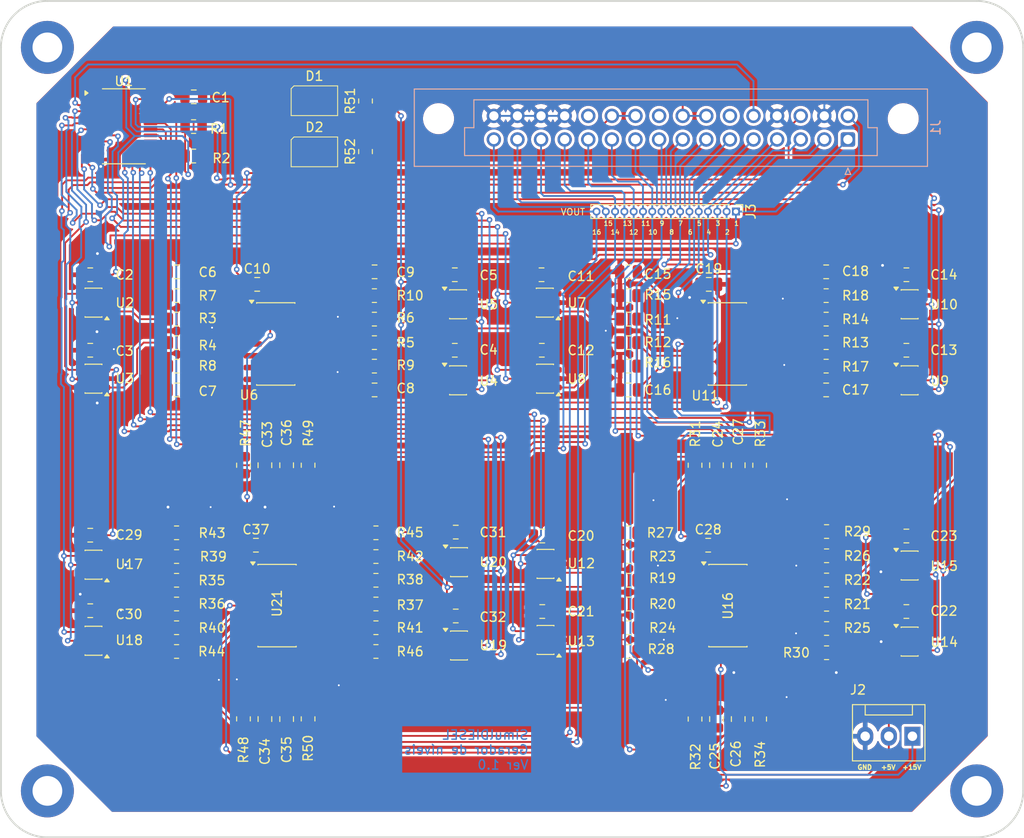
<source format=kicad_pcb>
(kicad_pcb (version 20241229) (generator "pcbnew") (generator_version "9.0")
  (layers (0 "F.Cu" signal) (2 "B.Cu" signal) (13 "F.Paste" user) (15 "B.Paste" user) (5 "F.SilkS" user "F.Silkscreen") (7 "B.SilkS" user "B.Silkscreen") (1 "F.Mask" user) (3 "B.Mask" user) (25 "Edge.Cuts" user))
  (net 0 "")
  (net 1 "GND")
  (net 2 "VCC")
  (net 3 "/VOUT1")
  (net 4 "/VOUT2")
  (net 5 "/VOUT3")
  (net 6 "/VOUT4")
  (net 7 "+15V")
  (net 8 "/VOUT5")
  (net 9 "/VOUT6")
  (net 10 "/VOUT7")
  (net 11 "/VOUT8")
  (net 12 "/VOUT9")
  (net 13 "/VOUT10")
  (net 14 "/VOUT11")
  (net 15 "/VOUT12")
  (net 16 "/VOUT13")
  (net 17 "/VOUT14")
  (net 18 "/VOUT15")
  (net 19 "/VOUT16")
  (net 21 "/~{RST}")
  (net 22 "/SCL")
  (net 25 "/SDA")
  (net 26 "Net-(U6A-+)")
  (net 27 "Net-(U2-VOUT)")
  (net 28 "Net-(U3-VOUT)")
  (net 29 "Net-(U6B-+)")
  (net 30 "Net-(U4-VOUT)")
  (net 31 "Net-(U6C-+)")
  (net 32 "Net-(U5-VOUT)")
  (net 33 "Net-(U6D-+)")
  (net 34 "Net-(U11A-+)")
  (net 35 "Net-(U7-VOUT)")
  (net 36 "Net-(U11B-+)")
  (net 37 "Net-(U8-VOUT)")
  (net 38 "Net-(U11C-+)")
  (net 39 "Net-(U9-VOUT)")
  (net 40 "Net-(U11D-+)")
  (net 41 "Net-(U10-VOUT)")
  (net 42 "Net-(U16A-+)")
  (net 43 "Net-(U12-VOUT)")
  (net 44 "Net-(U16B-+)")
  (net 45 "Net-(U13-VOUT)")
  (net 46 "Net-(U14-VOUT)")
  (net 47 "Net-(U16C-+)")
  (net 48 "Net-(U15-VOUT)")
  (net 49 "Net-(U16D-+)")
  (net 50 "Net-(U16A--)")
  (net 51 "Net-(U16B--)")
  (net 52 "Net-(U16D--)")
  (net 53 "Net-(U16C--)")
  (net 54 "Net-(U21A-+)")
  (net 55 "Net-(U17-VOUT)")
  (net 56 "Net-(U21B-+)")
  (net 57 "Net-(U18-VOUT)")
  (net 58 "Net-(U21C-+)")
  (net 59 "Net-(U19-VOUT)")
  (net 60 "Net-(U21D-+)")
  (net 61 "Net-(U20-VOUT)")
  (net 62 "Net-(U21A--)")
  (net 63 "Net-(U21B--)")
  (net 64 "Net-(U21D--)")
  (net 65 "Net-(U21C--)")
  (net 66 "/SD0")
  (net 67 "/SD3")
  (net 68 "/SC0")
  (net 69 "/SD4")
  (net 70 "/SD7")
  (net 71 "/SD6")
  (net 72 "/SC6")
  (net 73 "/SD2")
  (net 74 "/SC1")
  (net 75 "/SC2")
  (net 76 "/SC5")
  (net 77 "/SC3")
  (net 78 "/SD5")
  (net 79 "/SC4")
  (net 80 "/SC7")
  (net 81 "/SD1")
  (net 82 "Net-(D1-A)")
  (net 83 "Net-(D2-A)")
  (footprint "Resistor_SMD:R_0805_2012Metric" (layer "F.Cu") (at 135.0845 110.505858 180)
    (property "Reference" "R42")
    (property "Value" "100K")
  )
  (footprint "MountingHole:MountingHole_3.2mm_M3_ISO7380_Pad" (layer "F.Cu") (at 199.733 135.7199)
    (property "Reference" "REF**" (hide yes))
    (property "Value" "MountingHole_3.2mm_M3_ISO7380_Pad" (hide yes))
  )
  (footprint "Resistor_SMD:R_0805_2012Metric" (layer "F.Cu") (at 113.655227 82.429669)
    (property "Reference" "R7")
    (property "Value" "100K" (hide yes))
  )
  (footprint "Resistor_SMD:R_0805_2012Metric" (layer "F.Cu") (at 134.91948 84.959247 180)
    (property "Reference" "R6")
    (property "Value" "1K")
  )
  (footprint "Package_TO_SOT_SMD:SOT-23-6" (layer "F.Cu") (at 192.5123 111.4721)
    (property "Reference" "U15")
    (property "Value" "MCP4725AOT")
  )
  (footprint "Resistor_SMD:R_0805_2012Metric" (layer "F.Cu") (at 113.6319 107.95228)
    (property "Reference" "R43")
    (property "Value" "10K")
  )
  (footprint "Package_TO_SOT_SMD:SOT-23-6" (layer "F.Cu") (at 192.5123 119.65535)
    (property "Reference" "U14")
    (property "Value" "MCP4725AOT")
  )
  (footprint "Resistor_SMD:R_0805_2012Metric" (layer "F.Cu") (at 115.4641 67.4096)
    (property "Reference" "R2")
    (property "Value" "4K7")
  )
  (footprint "Resistor_SMD:R_0805_2012Metric" (layer "F.Cu") (at 135.0845 115.613014 180)
    (property "Reference" "R37")
    (property "Value" "1K")
  )
  (footprint "Resistor_SMD:R_0805_2012Metric" (layer "F.Cu") (at 162.2709 110.505858)
    (property "Reference" "R23")
    (property "Value" "100K")
  )
  (footprint "Capacitor_SMD:C_0805_2012Metric" (layer "F.Cu") (at 104.3431 80.184911 180)
    (property "Reference" "C2")
    (property "Value" "100nF")
  )
  (footprint "Capacitor_SMD:C_0805_2012Metric" (layer "F.Cu") (at 192.1623 116.42035)
    (property "Reference" "C22")
    (property "Value" "100nF")
  )
  (footprint "Resistor_SMD:R_0805_2012Metric" (layer "F.Cu") (at 113.6319 115.613014)
    (property "Reference" "R36")
    (property "Value" "1K")
  )
  (footprint "Resistor_SMD:R_0805_2012Metric" (layer "F.Cu") (at 135.0845 118.166592 180)
    (property "Reference" "R41")
    (property "Value" "100K")
  )
  (footprint "Resistor_SMD:R_0805_2012Metric" (layer "F.Cu") (at 120.831178 127.97215 90)
    (property "Reference" "R48")
    (property "Value" "15K")
  )
  (footprint "Capacitor_SMD:C_0805_2012Metric" (layer "F.Cu") (at 134.93948 92.577981)
    (property "Reference" "C8")
    (property "Value" "100nF")
  )
  (footprint "Resistor_SMD:R_0805_2012Metric" (layer "F.Cu") (at 135.0845 120.72017 180)
    (property "Reference" "R46")
    (property "Value" "10K")
  )
  (footprint "Resistor_SMD:R_0805_2012Metric" (layer "F.Cu") (at 162.2709 118.166592)
    (property "Reference" "R24")
    (property "Value" "100K")
  )
  (footprint "Resistor_SMD:R_0805_2012Metric" (layer "F.Cu") (at 162.26592 84.959247)
    (property "Reference" "R11")
    (property "Value" "1K")
  )
  (footprint "Resistor_SMD:R_0805_2012Metric" (layer "F.Cu") (at 135.0845 113.059436 180)
    (property "Reference" "R38")
    (property "Value" "1K")
  )
  (footprint "Package_TO_SOT_SMD:SOT-23-6" (layer "F.Cu") (at 143.921607 91.543161)
    (property "Reference" "U4")
    (property "Value" "MCP4725AOT")
  )
  (footprint "Capacitor_SMD:C_0805_2012Metric" (layer "F.Cu") (at 104.3431 108.2096 180)
    (property "Reference" "C29")
    (property "Value" "100nF")
  )
  (footprint "Resistor_SMD:R_0805_2012Metric" (layer "F.Cu") (at 113.655227 90.018403)
    (property "Reference" "R8")
    (property "Value" "100K")
  )
  (footprint "Resistor_SMD:R_0805_2012Metric" (layer "F.Cu") (at 183.5735 120.85767 180)
    (property "Reference" "R30")
    (property "Value" "10K")
  )
  (footprint "Resistor_SMD:R_0805_2012Metric" (layer "F.Cu") (at 183.530173 90.018403 180)
    (property "Reference" "R17")
    (property "Value" "100K")
  )
  (footprint "Capacitor_SMD:C_0805_2012Metric" (layer "F.Cu") (at 104.3431 88.308161 180)
    (property "Reference" "C3")
    (property "Value" "100nF")
  )
  (footprint "Capacitor_SMD:C_0805_2012Metric" (layer "F.Cu") (at 113.675227 92.577981 180)
    (property "Reference" "C7")
    (property "Value" "100nF")
  )
  (footprint "Package_TO_SOT_SMD:SOT-23-6" (layer "F.Cu") (at 144.0233 111.111)
    (property "Reference" "U20")
    (property "Value" "MCP4725AOT")
  )
  (footprint "Capacitor_SMD:C_0805_2012Metric" (layer "F.Cu") (at 125.476078 100.6803 -90)
    (property "Reference" "C36")
    (property "Value" "100nF")
  )
  (footprint "Resistor_SMD:R_0805_2012Metric" (layer "F.Cu") (at 135.0845 107.95228 180)
    (property "Reference" "R45")
    (property "Value" "10K")
  )
  (footprint "Resistor_SMD:R_0805_2012Metric" (layer "F.Cu") (at 162.2709 120.72017)
    (property "Reference" "R28")
    (property "Value" "10K")
  )
  (footprint "Capacitor_SMD:C_0805_2012Metric" (layer "F.Cu") (at 192.1623 108.2971)
    (property "Reference" "C23")
    (property "Value" "100nF")
  )
  (footprint "Package_TO_SOT_SMD:SOT-23-6" (layer "F.Cu") (at 153.283793 91.368161 180)
    (property "Reference" "U8")
    (property "Value" "MCP4725AOT")
  )
  (footprint "Capacitor_SMD:C_0805_2012Metric" (layer "F.Cu") (at 113.675227 79.870091 180)
    (property "Reference" "C6")
    (property "Value" "100nF" (hide yes))
  )
  (footprint "Package_SO:SOIC-14_3.9x8.7mm_P1.27mm" (layer "F.Cu") (at 172.898047 87.629532)
    (property "Reference" "U11")
    (property "Value" "LM2902")
  )
  (footprint "Package_TO_SOT_SMD:SOT-23-6" (layer "F.Cu") (at 104.6931 119.56785 180)
    (property "Reference" "U18")
    (property "Value" "MCP4725AOT")
  )
  (footprint "Capacitor_SMD:C_0805_2012Metric" (layer "F.Cu") (at 122.307353 81.21854)
    (property "Reference" "C10")
    (property "Value" "100nF")
  )
  (footprint "Resistor_SMD:R_0805_2012Metric" (layer "F.Cu") (at 169.421872 100.6803 -90)
    (property "Reference" "R31")
    (property "Value" "15K")
  )
  (footprint "Package_TO_SOT_SMD:SOT-23-6" (layer "F.Cu") (at 153.3321 111.2971 180)
    (property "Reference" "U12")
    (property "Value" "MCP4725AOT")
  )
  (footprint "Resistor_SMD:R_0805_2012Metric" (layer "F.Cu") (at 176.374222 127.99215 90)
    (property "Reference" "R34")
    (property "Value" "15K")
  )
  (footprint "Capacitor_SMD:C_0805_2012Metric" (layer "F.Cu") (at 123.138628 100.6803 -90)
    (property "Reference" "C33")
    (property "Value" "100nF")
  )
  (footprint "Package_TO_SOT_SMD:SOT-23-6" (layer "F.Cu") (at 153.253733 83.184911 180)
    (property "Reference" "U7")
    (property "Value" "MCP4725AOT")
  )
  (footprint "Connector:FanPinHeader_1x03_P2.54mm_Vertical" (layer "F.Cu") (at 192.8123 129.84215 180)
    (property "Reference" "J2")
    (property "Value" "Conn_01x03_Pin")
  )
  (footprint "Package_TO_SOT_SMD:SOT-23-6" (layer "F.Cu") (at 104.6931 111.3846 180)
    (property "Reference" "U17")
    (property "Value" "MCP4725AOT")
  )
  (footprint "Package_TO_SOT_SMD:SOT-23-6" (layer "F.Cu") (at 192.5123 83.359911)
    (property "Reference" "U10")
    (property "Value" "MCP4725AOT")
  )
  (footprint "Resistor_SMD:R_0805_2012Metric" (layer "F.Cu") (at 113.655227 87.488825)
    (property "Reference" "R4")
    (property "Value" "1K")
  )
  (footprint "Capacitor_SMD:C_0805_2012Metric" (layer "F.Cu") (at 171.729322 100.6803 -90)
    (property "Reference" "C24")
    (property "Value" "100nF")
  )
  (footprint "Capacitor_SMD:C_0805_2012Metric" (layer "F.Cu") (at 123.138628 127.99215 90)
    (property "Reference" "C34")
    (property "Value" "100nF")
  )
  (footprint "Package_SO:SOIC-14_3.9x8.7mm_P1.27mm" (layer "F.Cu") (at 124.307353 87.629532)
    (property "Reference" "U6")
    (property "Value" "LM2902")
  )
  (footprint "Capacitor_SMD:C_0805_2012Metric" (layer "F.Cu") (at 192.1623 80.184911)
    (property "Reference" "C14")
    (property "Value" "100nF")
  )
  (footprint "Package_SO:TSSOP-24_4.4x7.8mm_P0.65mm" (layer "F.Cu") (at 107.9641 64.2096)
    (property "Reference" "U1")
    (property "Value" "TCA9548APWR")
  )
  (footprint "LED_SMD:LED_Avago_PLCC4_3.2x2.8mm_CW" (layer "F.Cu") (at 128.4641 61.4596)
    (property "Reference" "D1")
    (property "Value" "LED")
  )
  (footprint "Resistor_SMD:R_0805_2012Metric" (layer "F.Cu") (at 113.6319 113.059436)
    (property "Reference" "R35")
    (property "Value" "1K")
  )
  (footprint "Resistor_SMD:R_0805_2012Metric" (layer "F.Cu") (at 127.783528 100.6803 -90)
    (property "Reference" "R49")
    (property "Value" "15K")
  )
  (footprint "Package_TO_SOT_SMD:SOT-23-6" (layer "F.Cu") (at 192.5123 91.543161)
    (property "Reference" "U9")
    (property "Value" "MCP4725AOT")
  )
  (footprint "Package_TO_SOT_SMD:SOT-23-6" (layer "F.Cu") (at 153.3321 119.48035 180)
    (property "Reference" "U13")
    (property "Value" "MCP4725AOT")
  )
  (footprint "Resistor_SMD:R_0805_2012Metric" (layer "F.Cu") (at 183.5735 113.031936 180)
    (property "Reference" "R22")
    (property "Value" "1K")
  )
  (footprint "Capacitor_SMD:C_0805_2012Metric" (layer "F.Cu") (at 125.476078 127.99215 90)
    (property "Reference" "C35")
    (property "Value" "100nF")
  )
  (footprint "Resistor_SMD:R_0805_2012Metric" (layer "F.Cu") (at 183.530173 87.488825 180)
    (property "Reference" "R13")
    (property "Value" "1K")
  )
  (footprint "Resistor_SMD:R_0805_2012Metric" (layer "F.Cu") (at 162.2709 115.613014)
    (property "Reference" "R20")
    (property "Value" "1K")
  )
  (footprint "Package_TO_SOT_SMD:SOT-23-6" (layer "F.Cu") (at 143.921607 83.359911)
    (property "Reference" "U5")
    (property "Value" "MCP4725AOT")
  )
  (footprint "Resistor_SMD:R_0805_2012Metric" (layer "F.Cu") (at 183.530173 84.959247 180)
    (property "Reference" "R14")
    (property "Value" "1K")
  )
  (footprint "Capacitor_SMD:C_0805_2012Metric" (layer "F.Cu") (at 143.571607 88.308161 180)
    (property "Reference" "C4")
    (property "Value" "100nF")
  )
  (footprint "MountingHole:MountingHole_3.2mm_M3_ISO7380_Pad" (layer "F.Cu") (at 199.733 55.7199)
    (property "Reference" "REF**" (hide yes))
    (property "Value" "MountingHole_3.2mm_M3_ISO7380_Pad" (hide yes))
  )
  (footprint "Capacitor_SMD:C_0805_2012Metric" (layer "F.Cu") (at 134.93948 79.870091)
    (property "Reference" "C9")
    (property "Value" "100nF")
  )
  (footprint "Capacitor_SMD:C_0805_2012Metric" (layer "F.Cu") (at 192.1623 88.308161)
    (property "Reference" "C13")
    (property "Value" "100nF")
  )
  (footprint "Package_SO:SOIC-14_3.9x8.7mm_P1.27mm" (layer "F.Cu") (at 124.444853 115.786225)
    (property "Reference" "U21")
    (property "Value" "LM2902")
  )
  (footprint "Resistor_SMD:R_0805_2012Metric" (layer "F.Cu") (at 169.421872 127.99215 90)
    (property "Reference" "R32")
    (property "Value" "15K")
  )
  (footprint "Capacitor_SMD:C_0805_2012Metric" (layer "F.Cu") (at 152.9821 108.2971)
    (property "Reference" "C20")
    (property "Value" "100nF")
  )
  (footprint "Capacitor_SMD:C_0805_2012Metric" (layer "F.Cu") (at 174.066772 127.99215 90)
    (property "Reference" "C26")
    (property "Value" "100nF")
  )
  (footprint "Resistor_SMD:R_0805_2012Metric" (layer "F.Cu") (at 113.6319 120.72017)
    (property "Reference" "R44")
    (property "Value" "10K")
  )
  (footprint "Resistor_SMD:R_0805_2012Metric" (layer "F.Cu") (at 162.26592 87.488825)
    (property "Reference" "R12")
    (property "Value" "1K")
  )
  (footprint "Resistor_SMD:R_0805_2012Metric" (layer "F.Cu") (at 113.6319 118.166592)
    (property "Reference" "R40")
    (property "Value" "100K")
  )
  (footprint "Capacitor_SMD:C_0805_2012Metric" (layer "F.Cu") (at 104.3431 116.33285 180)
    (property "Reference" "C30")
    (property "Value" "100nF")
  )
  (footprint "Capacitor_SMD:C_0805_2012Metric" (layer "F.Cu") (at 170.835547 109.286225)
    (property "Reference" "C28")
    (property "Value" "100nF")
  )
  (footprint "MountingHole:MountingHole_3.2mm_M3_ISO7380_Pad" (layer "F.Cu") (at 99.733 55.7199)
    (property "Reference" "REF**" (hide yes))
    (property "Value" "MountingHole_3.2mm_M3_ISO7380_Pad" (hide yes))
  )
  (footprint "Package_SO:SOIC-14_3.9x8.7mm_P1.27mm" (layer "F.Cu") (at 172.960547 115.786225)
    (property "Reference" "U16")
    (property "Value" "LM2902")
  )
  (footprint "Resistor_SMD:R_0805_2012Metric" (layer "F.Cu") (at 120.831178 100.6803 -90)
    (property "Reference" "R47")
    (property "Value" "15K")
  )
  (footprint "Connector_PinHeader_1.00mm:PinHeader_1x16_P1.00mm_Vertical" (layer "F.Cu") (at 173.8183 73.3838 -90)
    (property "Reference" "J3")
    (property "Value" "Conn_01x16_Pin")
  )
  (footprint "Resistor_SMD:R_0805_2012Metric" (layer "F.Cu") (at 113.655227 84.959247)
    (property "Reference" "R3")
    (property "Value" "1K")
  )
  (footprint "Package_TO_SOT_SMD:SOT-23-6" (layer "F.Cu") (at 104.6931 91.368161 180)
    (property "Reference" "U3")
    (property "Value" "MCP4725AOT")
  )
  (footprint "Capacitor_SMD:C_0805_2012Metric" (layer "F.Cu") (at 174.066772 100.6803 -90)
    (property "Reference" "C27")
    (property "Value" "100nF")
  )
  (footprint "Resistor_SMD:R_0805_2012Metric" (layer "F.Cu") (at 183.5735 118.249092 180)
    (property "Reference" "R25")
    (property "Value" "100K")
  )
  (footprint "Capacitor_SMD:C_0805_2012Metric" (layer "F.Cu") (at 143.571607 80.184911)
    (property "Reference" "C5")
    (property "Value" "100nF")
  )
  (footprint "Resistor_SMD:R_0805_2012Metric" (layer "F.Cu") (at 133.9641 66.9296 90)
    (property "Reference" "R52")
    (property "Value" "3k3")
  )
  (footprint "MountingHole:MountingHole_3.2mm_M3_ISO7380_Pad" (layer "F.Cu") (at 99.733 135.7199)
    (property "Reference" "REF**" (hide yes))
    (property "Value" "MountingHole_3.2mm_M3_ISO7380_Pad" (hide yes))
  )
  (footprint "Resistor_SMD:R_0805_2012Metric" (layer "F.Cu") (at 162.2709 113.059436)
    (property "Reference" "R19")
    (property "Value" "1K")
  )
  (footprint "Resistor_SMD:R_0805_2012Metric" (layer "F.Cu") (at 133.9641 61.4896 90)
    (property "Reference" "R51")
    (property "Value" "1K")
  )
  (footprint "Resistor_SMD:R_0805_2012Metric" (layer "F.Cu") (at 134.91948 82.429669 180)
    (property "Reference" "R10")
    (property "Value" "100K")
  )
  (footprint "Capacitor_SMD:C_0805_2012Metric" (layer "F.Cu") (at 122.169853 109.286225)
    (property "Reference" "C37")
    (property "Value" "100nF")
  )
  (footprint "Resistor_SMD:R_0805_2012Metric" (layer "F.Cu") (at 183.5735 110.423358 180)
    (property "Reference" "R26")
    (property "Value" "100K")
  )
  (footprint "Resistor_SMD:R_0805_2012Metric" (layer "F.Cu") (at 183.5735 115.640514 180)
    (property "Reference" "R21")
    (property "Value" "1K")
  )
  (footprint "Resistor_SMD:R_0805_2012Metric" (layer "F.Cu") (at 176.374222 100.6803 -90)
    (property "Reference" "R33")
    (property "Value" "15K")
  )
  (footprint "Resistor_SMD:R_0805_2012Metric" (layer "F.Cu") (at 162.26592 82.429669)
    (property "Reference" "R15")
    (property "Value" "100K")
  )
  (footprint "Capacitor_SMD:C_0805_2012Metric" (layer "F.Cu") (at 152.903733 80.184911)
    (property "Reference" "C11")
    (property "Value" "100nF")
  )
  (footprint "Capacitor_SMD:C_0805_2012Metric" (layer "F.Cu") (at 162.26592 92.577981 180)
    (property "Reference" "C16")
    (property "Value" "100nF")
  )
  (footprint "Capacitor_SMD:C_0805_2012Metric" (layer "F.Cu") (at 152.9821 116.42035 180)
    (property "Reference" "C21")
    (property "Value" "100nF")
  )
  (footprint "Resistor_SMD:R_0805_2012Metric" (layer "F.Cu") (at 134.91948 90.018403 180)
    (property "Reference" "R9")
    (property "Value" "100K")
  )
  (footprint "Package_TO_SOT_SMD:SOT-23-6" (layer "F.Cu") (at 104.6931 83.184911 180)
    (property "Reference" "U2")
    (property "Value" "MCP4725AOT")
  )
  (footprint "Resistor_SMD:R_0805_2012Metric" (layer "F.Cu") (at 134.91948 87.488825 180)
    (property "Reference" "R5")
    (property "Value" "1K")
  )
  (footprint "Capacitor_SMD:C_0805_2012Metric" (layer "F.Cu") (at 171.729322 127.99215 90)
    (property "Reference" "C25")
    (property "Value" "100nF")
  )
  (footprint "Package_TO_SOT_SMD:SOT-23-6" (layer "F.Cu") (at 144.0233 120.07645)
    (property "Reference" "U19")
    (property "Value" "MCP4725AOT")
  )
  (footprint "Resistor_SMD:R_0805_2012Metric" (layer "F.Cu") (at 162.26592 90.018403)
    (property "Reference" "R16")
    (property "Value" "100K")
  )
  (footprint "Capacitor_SMD:C_0805_2012Metric" (layer "F.Cu") (at 152.933793 88.308161 180)
    (property "Reference" "C12")
    (property "Value" "100nF")
  )
  (footprint "Resistor_SMD:R_0805_2012Metric" (layer "F.Cu") (at 127.783528 127.97215 90)
    (property "Reference" "R50")
    (property "Value" "15K")
  )
  (footprint "Resistor_SMD:R_0805_2012Metric" (layer "F.Cu") (at 113.6319 110.505858)
    (property "Reference" "R39")
    (property "Value" "100K")
  )
  (footprint "Capacitor_SMD:C_0805_2012Metric" (layer "F.Cu") (at 183.530173 79.870091)
    (property "Reference" "C18")
    (property "Value" "100nF")
  )
  (footprint "Resistor_SMD:R_0805_2012Metric" (layer "F.Cu") (at 162.2709 107.95228)
    (property "Reference" "R27")
    (property "Value" "10K")
  )
  (footprint "Resistor_SMD:R_0805_2012Metric" (layer "F.Cu") (at 183.530173 82.429669 180)
    (property "Reference" "R18")
    (property "Value" "100K")
  )
  (footprint "Capacitor_SMD:C_0805_2012Metric" (layer "F.Cu") (at 183.530173 92.577981)
    (property "Reference" "C17")
    (property "Value" "100nF")
  )
  (footprint "Capacitor_SMD:C_0805_2012Metric" (layer "F.Cu") (at 115.4841 61.0396)
    (property "Reference" "C1")
    (property "Value" "100nF")
  )
  (footprint "Capacitor_SMD:C_0805_2012Metric" (layer "F.Cu") (at 162.26592 79.870091 180)
    (property "Reference" "C15")
    (property "Value" "100nF")
  )
  (footprint "Resistor_SMD:R_0805_2012Metric" (layer "F.Cu") (at 115.4641 64.2396)
    (property "Reference" "R1")
    (property "Value" "4K7")
  )
  (footprint "Capacitor_SMD:C_0805_2012Metric" (layer "F.Cu") (at 170.898047 81.21854)
    (property "Reference" "C19")
    (property "Value" "100nF")
  )
  (footprint "Resistor_SMD:R_0805_2012Metric" (layer "F.Cu") (at 183.5735 107.81478 180)
    (property "Reference" "R29")
    (property "Value" "10K")
  )
  (footprint "LED_SMD:LED_Avago_PLCC4_3.2x2.8mm_CW" (layer "F.Cu") (at 128.4641 66.9596)
    (property "Reference" "D2")
    (property "Value" "LED")
  )
  (footprint "Capacitor_SMD:C_0805_2012Metric" (layer "F.Cu") (at 143.6733 107.876)
    (property "Reference" "C31")
    (property "Value" "100nF")
  )
  (footprint "Capacitor_SMD:C_0805_2012Metric" (layer "F.Cu") (at 143.6733 116.90145)
    (property "Reference" "C32")
    (property "Value" "100nF")
  )
  (footprint "Connector_DIN:DIN41612_B2_2x16_Female_Vertical_THT" (layer "B.Cu") (at 185.8723 65.6296 90)
    (property "Reference" "J1")
    (property "Value" "DIN41612_02x16_AB")
  )
  (gr_arc (start 204.733 135.7199) (mid 203.268534 139.255434) (end 199.733 140.7199) (stroke (width 0.2)) (layer "Edge.Cuts"))
  (gr_line (start 99.733 140.7199) (end 199.733 140.7199) (stroke (width 0.2)) (layer "Edge.Cuts"))
  (gr_line (start 204.733 135.7199) (end 204.733 55.7199) (stroke (width 0.2)) (layer "Edge.Cuts"))
  (gr_arc (start 199.733 50.7199) (mid 203.268534 52.184366) (end 204.733 55.7199) (stroke (width 0.2)) (layer "Edge.Cuts"))
  (gr_line (start 94.733 55.7199) (end 94.733 135.7199) (stroke (width 0.2)) (layer "Edge.Cuts"))
  (gr_arc (start 99.733 140.7199) (mid 96.197466 139.255434) (end 94.733 135.7199) (stroke (width 0.2)) (layer "Edge.Cuts"))
  (gr_arc (start 94.733 55.7199) (mid 96.197466 52.184366) (end 99.733 50.7199) (stroke (width 0.2)) (layer "Edge.Cuts"))
  (gr_line (start 199.733 50.7199) (end 99.733 50.7199) (stroke (width 0.2)) (layer "Edge.Cuts"))
  (gr_text "SimulDIESEL\nGerador de níveis\nVer 1.0\n" (at 151.5872 133.5024 0) (layer "B.Cu") (effects (font (size 1 1)) (justify left bottom mirror)))
  (gr_text "14" (at 160.2867 75.8952 0) (layer "F.SilkS") (effects (font (size 0.5 0.5) (thickness 0.1)) (justify left bottom)))
  (gr_text "9" (at 165.5572 74.9554 0) (layer "F.SilkS") (effects (font (size 0.5 0.5) (thickness 0.1)) (justify left bottom)))
  (gr_text "7" (at 167.5638 74.9554 0) (layer "F.SilkS") (effects (font (size 0.5 0.5) (thickness 0.1)) (justify left bottom)))
  (gr_text "16" (at 158.2928 75.8952 0) (layer "F.SilkS") (effects (font (size 0.5 0.5) (thickness 0.1)) (justify left bottom)))
  (gr_text "8" (at 166.5986 75.8952 0) (layer "F.SilkS") (effects (font (size 0.5 0.5) (thickness 0.1)) (justify left bottom)))
  (gr_text "11" (at 163.576 74.9554 0) (layer "F.SilkS") (effects (font (size 0.5 0.5) (thickness 0.1)) (justify left bottom)))
  (gr_text "+5V" (at 189.372896 133.477 0) (layer "F.SilkS") (effects (font (size 0.5 0.5) (thickness 0.125) (bold yes)) (justify left bottom)))
  (gr_text "6" (at 168.596733 75.8952 0) (layer "F.SilkS") (effects (font (size 0.5 0.5) (thickness 0.1)) (justify left bottom)))
  (gr_text "VOUT" (at 154.9146 73.8378 0) (layer "F.SilkS") (effects (font (size 0.7 0.7) (thickness 0.1)) (justify left bottom)))
  (gr_text "GND" (at 186.832895 133.477 0) (layer "F.SilkS") (effects (font (size 0.5 0.5) (thickness 0.125) (bold yes)) (justify left bottom)))
  (gr_text "15" (at 159.5374 74.9554 0) (layer "F.SilkS") (effects (font (size 0.5 0.5) (thickness 0.1)) (justify left bottom)))
  (gr_text "3" (at 171.577 74.9554 0) (layer "F.SilkS") (effects (font (size 0.5 0.5) (thickness 0.1)) (justify left bottom)))
  (gr_text "2" (at 172.593 75.8952 0) (layer "F.SilkS") (effects (font (size 0.5 0.5) (thickness 0.1)) (justify left bottom)))
  (gr_text "1" (at 173.5836 74.9554 0) (layer "F.SilkS") (effects (font (size 0.5 0.5) (thickness 0.1)) (justify left bottom)))
  (gr_text "12" (at 162.2806 75.8952 0) (layer "F.SilkS") (effects (font (size 0.5 0.5) (thickness 0.1)) (justify left bottom)))
  (gr_text "10" (at 164.338 75.8952 0) (layer "F.SilkS") (effects (font (size 0.5 0.5) (thickness 0.1)) (justify left bottom)))
  (gr_text "5" (at 169.5704 74.9554 0) (layer "F.SilkS") (effects (font (size 0.5 0.5) (thickness 0.1)) (justify left bottom)))
  (gr_text "13" (at 161.5948 74.9554 0) (layer "F.SilkS") (effects (font (size 0.5 0.5) (thickness 0.1)) (justify left bottom)))
  (gr_text "+15V" (at 191.674801 133.477 0) (layer "F.SilkS") (effects (font (size 0.5 0.5) (thickness 0.125) (bold yes)) (justify left bottom)))
  (gr_text "4" (at 170.594867 75.8952 0) (layer "F.SilkS") (effects (font (size 0.5 0.5) (thickness 0.1)) (justify left bottom)))
  (segment (start 112.742727 92.560481) (end 112.725227 92.577981) (width 0.2) (layer "F.Cu") (net 1))
  (segment (start 143.606431 83.359911) (end 144.556431 82.409911) (width 0.2) (layer "F.Cu") (net 1))
  (segment (start 193.1123 81.872411) (end 193.1123 80.184911) (width 0.2) (layer "F.Cu") (net 1))
  (segment (start 126.919853 115.786225) (end 126.904278 115.8018) (width 0.2) (layer "F.Cu") (net 1))
  (segment (start 193.1123 116.42035) (end 192.466662 115.774712) (width 0.2) (layer "F.Cu") (net 1))
  (segment (start 123.138628 101.6303) (end 125.476078 101.6303) (width 0.2) (layer "F.Cu") (net 1))
  (segment (start 103.6701 92.432661) (end 103.5556 92.318161) (width 0.2) (layer "F.Cu") (net 1))
  (segment (start 153.016924 120.43035) (end 153.966924 119.48035) (width 0.2) (layer "F.Cu") (net 1))
  (segment (start 135.83198 82.429669) (end 135.83198 79.927591) (width 0.2) (layer "F.Cu") (net 1))
  (segment (start 135.88948 92.577981) (end 135.88948 90.075903) (width 0.2) (layer "F.Cu") (net 1))
  (segment (start 123.119853 101.649075) (end 123.138628 101.6303) (width 0.2) (layer "F.Cu") (net 1))
  (segment (start 103.5556 120.51785) (end 104.13565 120.51785) (width 0.2) (layer "F.Cu") (net 1))
  (segment (start 135.997 118.166592) (end 135.997 120.72017) (width 0.2) (layer "F.Cu") (net 1))
  (segment (start 153.966924 119.48035) (end 153.4013 118.914726) (width 0.2) (layer "F.Cu") (net 1))
  (segment (start 184.442673 92.540481) (end 184.480173 92.577981) (width 0.2) (layer "F.Cu") (net 1))
  (segment (start 191.3748 111.4721) (end 192.197124 111.4721) (width 0.2) (layer "F.Cu") (net 1))
  (segment (start 105.168101 91.368161) (end 105.8306 91.368161) (width 0.2) (layer "F.Cu") (net 1))
  (segment (start 104.218099 92.318161) (end 105.168101 91.368161) (width 0.2) (layer "F.Cu") (net 1))
  (segment (start 123.95316 81.21854) (end 123.257353 81.21854) (width 0.2) (layer "F.Cu") (net 1))
  (segment (start 103.3931 80.184911) (end 103.3931 78.5122) (width 0.2) (layer "F.Cu") (net 1))
  (segment (start 161.35342 82.429669) (end 161.35342 79.907591) (width 0.2) (layer "F.Cu") (net 1))
  (segment (start 135.997 110.505858) (end 135.997 107.95228) (width 0.2) (layer "F.Cu") (net 1))
  (segment (start 144.556431 82.409911) (end 145.059107 82.409911) (width 0.2) (layer "F.Cu") (net 1))
  (segment (start 135.83198 79.927591) (end 135.88948 79.870091) (width 0.2) (layer "F.Cu") (net 1))
  (segment (start 144.6233 107.876) (end 145.199787 108.452487) (width 0.2) (layer "F.Cu") (net 1))
  (segment (start 184.480173 82.392169) (end 184.442673 82.429669) (width 0.2) (layer "F.Cu") (net 1))
  (segment (start 145.059107 82.164468) (end 144.521607 81.626968) (width 0.2) (layer "F.Cu") (net 1))
  (segment (start 105.1016 67.7846) (end 105.47553 68.15853) (width 0.2) (layer "F.Cu") (net 1))
  (segment (start 152.968617 92.318161) (end 153.918617 91.368161) (width 0.2) (layer "F.Cu") (net 1))
  (segment (start 135.88948 90.075903) (end 135.83198 90.018403) (width 0.2) (layer "F.Cu") (net 1))
  (segment (start 103.7209 86.3632) (end 105.0163 86.3632) (width 0.2) (layer "F.Cu") (net 1))
  (segment (start 184.442673 90.018403) (end 184.442673 92.540481) (width 0.2) (layer "F.Cu") (net 1))
  (segment (start 190.0926 111.4721) (end 189.4205 112.1442) (width 0.2) (layer "F.Cu") (net 1))
  (segment (start 112.7194 107.95228) (end 112.7194 110.505858) (width 0.2) (layer "F.Cu") (net 1))
  (segment (start 192.466662 111.202562) (end 193.147124 110.5221) (width 0.2) (layer "F.Cu") (net 1))
  (segment (start 144.658124 110.161) (end 145.1608 110.161) (width 0.2) (layer "F.Cu") (net 1))
  (segment (start 103.3931 78.5122) (end 104.0003 77.905) (width 0.2) (layer "F.Cu") (net 1))
  (segment (start 153.918617 91.368161) (end 153.352993 90.802537) (width 0.2) (layer "F.Cu") (net 1))
  (segment (start 111.987485 83.184911) (end 112.742727 82.429669) (width 0.2) (layer "F.Cu") (net 1))
  (segment (start 123.9901 81.1816) (end 123.95316 81.21854) (width 0.2) (layer "F.Cu") (net 1))
  (segment (start 104.6239 119.2702) (end 105.0036 119.6499) (width 0.2) (layer "F.Cu") (net 1))
  (segment (start 124.7521 86.574278) (end 124.7521 81.9436) (width 0.2) (layer "F.Cu") (net 1))
  (segment (start 103.5556 92.318161) (end 104.218099 92.318161) (width 0.2) (layer "F.Cu") (net 1))
  (segment (start 112.725227 82.412169) (end 112.742727 82.429669) (width 0.2) (layer "F.Cu") (net 1))
  (segment (start 145.199787 110.122013) (end 145.1608 110.161) (width 0.2) (layer "F.Cu") (net 1))
  (segment (start 124.7521 81.9436) (end 123.9901 81.1816) (width 0.2) (layer "F.Cu") (net 1))
  (segment (start 193.6498 82.409911) (end 193.1123 81.872411) (width 0.2) (layer "F.Cu") (net 1))
  (segment (start 161.31592 90.055903) (end 161.35342 90.018403) (width 0.2) (layer "F.Cu") (net 1))
  (segment (start 174.066772 101.6303) (end 171.729322 101.6303) (width 0.2) (layer "F.Cu") (net 1))
  (segment (start 103.3931 116.33285) (end 104.6239 117.56365) (width 0.2) (layer "F.Cu") (net 1))
  (segment (start 105.47553 68.15853) (end 105.47553 68.531598) (width 0.2) (layer "F.Cu") (net 1))
  (segment (start 104.9147 77.905) (end 105.0163 77.905) (width 0.2) (layer "F.Cu") (net 1))
  (segment (start 112.7194 120.72017) (end 112.7194 118.166592) (width 0.2) (layer "F.Cu") (net 1))
  (segment (start 154.4696 119.48035) (end 153.966924 119.48035) (width 0.2) (layer "F.Cu") (net 1))
  (segment (start 161.31592 92.577981) (end 161.31592 90.055903) (width 0.2) (layer "F.Cu") (net 1))
  (segment (start 125.807354 87.629532) (end 124.7521 86.574278) (width 0.2) (layer "F.Cu") (net 1))
  (segment (start 103.3931 114.6866) (end 103.2637 114.5572) (width 0.2) (layer "F.Cu") (net 1))
  (segment (start 103.3931 88.308161) (end 103.3931 86.691) (width 0.2) (layer "F.Cu") (net 1))
  (segment (start 174.066772 127.04215) (end 171.729322 127.04215) (width 0.2) (layer "F.Cu") (net 1))
  (segment (start 143.708124 111.111) (end 144.658124 110.161) (width 0.2) (layer "F.Cu") (net 1))
  (segment (start 104.13565 120.51785) (end 105.0036 119.6499) (width 0.2) (layer "F.Cu") (net 1))
  (segment (start 144.521607 81.626968) (end 144.521607 80.184911) (width 0.2) (layer "F.Cu") (net 1))
  (segment (start 184.480173 79.870091) (end 184.480173 82.392169) (width 0.2) (layer "F.Cu") (net 1))
  (segment (start 193.147124 110.5221) (end 193.6498 110.5221) (width 0.2) (layer "F.Cu") (net 1))
  (segment (start 112.7194 105.1915) (end 112.7125 105.1846) (width 0.2) (layer "F.Cu") (net 1))
  (segment (start 192.197124 111.4721) (end 192.466662 111.202562) (width 0.2) (layer "F.Cu") (net 1))
  (segment (start 152.1946 120.43035) (end 153.016924 120.43035) (width 0.2) (layer "F.Cu") (net 1))
  (segment (start 104.6239 117.56365) (end 104.6239 119.2702) (width 0.2) (layer "F.Cu") (net 1))
  (segment (start 126.782353 87.629532) (end 125.807354 87.629532) (width 0.2) (layer "F.Cu") (net 1))
  (segment (start 123.119853 109.286225) (end 123.119853 101.649075) (width 0.2) (layer "F.Cu") (net 1))
  (segment (start 161.3584 118.166592) (end 161.3584 120.72017) (width 0.2) (layer "F.Cu") (net 1))
  (segment (start 112.742727 90.018403) (end 112.742727 92.560481) (width 0.2) (layer "F.Cu") (net 1))
  (segment (start 191.3748 111.4721) (end 190.0926 111.4721) (width 0.2) (layer "F.Cu") (net 1))
  (segment (start 153.352993 90.802537) (end 153.352993 89.677361) (width 0.2) (layer "F.Cu") (net 1))
  (segment (start 105.0036 119.6499) (end 105.08565 119.56785) (width 0.2) (layer "F.Cu") (net 1))
  (segment (start 154.421293 91.368161) (end 153.918617 91.368161) (width 0.2) (layer "F.Cu") (net 1))
  (segment (start 193.6498 110.5221) (end 193.6498 110.4553) (width 0.2) (layer "F.Cu") (net 1))
  (segment (start 153.4013 117.78955) (end 152.0321 116.42035) (width 0.2) (layer "F.Cu") (net 1))
  (segment (start 105.08565 119.56785) (end 105.8306 119.56785) (width 0.2) (layer "F.Cu") (net 1))
  (segment (start 105.8306 83.184911) (end 111.987485 83.184911) (width 0.2) (layer "F.Cu") (net 1))
  (segment (start 103.3931 86.691) (end 103.7209 86.3632) (width 0.2) (layer "F.Cu") (net 1))
  (segment (start 142.8858 111.111) (end 143.708124 111.111) (width 0.2) (layer "F.Cu") (net 1))
  (segment (start 153.352993 89.677361) (end 151.983793 88.308161) (width 0.2) (layer "F.Cu") (net 1))
  (segment (start 110.760136 77.905) (end 112.725227 79.870091) (width 0.2) (layer "F.Cu") (net 1))
  (segment (start 104.0003 77.905) (end 104.9147 77.905) (width 0.2) (layer "F.Cu") (net 1))
  (segment (start 142.784107 83.359911) (end 143.606431 83.359911) (width 0.2) (layer "F.Cu") (net 1))
  (segment (start 153.4013 118.914726) (end 153.4013 117.78955) (width 0.2) (layer "F.Cu") (net 1))
  (segment (start 105.1016 60.6346) (end 105.1016 61.2846) (width 0.2) (layer "F.Cu") (net 1))
  (segment (start 152.146293 92.318161) (end 152.968617 92.318161) (width 0.2) (layer "F.Cu") (net 1))
  (segment (start 161.35342 79.907591) (end 161.31592 79.870091) (width 0.2) (layer "F.Cu") (net 1))
  (segment (start 104.9147 77.905) (end 110.760136 77.905) (width 0.2) (layer "F.Cu") (net 1))
  (segment (start 112.725227 79.870091) (end 112.725227 82.412169) (width 0.2) (layer "F.Cu") (net 1))
  (segment (start 105.0163 86.3632) (end 105.0671 86.3124) (width 0.2) (layer "F.Cu") (net 1))
  (segment (start 184.486 122.8561) (end 184.6199 122.99) (width 0.2) (layer "F.Cu") (net 1))
  (segment (start 192.466662 115.774712) (end 192.466662 111.202562) (width 0.2) (layer "F.Cu") (net 1))
  (segment (start 145.059107 82.409911) (end 145.059107 82.164468) (width 0.2) (layer "F.Cu") (net 1))
  (segment (start 145.199787 108.452487) (end 145.199787 110.122013) (width 0.2) (layer "F.Cu") (net 1))
  (via (at 167.513 84.8614) (size 0.4) (drill 0.2) (layers "F.Cu" "B.Cu") (net 1))
  (via (at 166.2684 125.9332) (size 0.4) (drill 0.2) (layers "F.Cu" "B.Cu") (net 1))
  (via (at 108.1659 111.3846) (size 0.6) (drill 0.3) (layers "F.Cu" "B.Cu") (net 1))
  (via (at 123.1519 105.1846) (size 0.6) (drill 0.3) (layers "F.Cu" "B.Cu") (net 1))
  (via (at 164.9476 104.4448) (size 0.4) (drill 0.2) (layers "F.Cu" "B.Cu") (net 1))
  (via (at 189.4459 119.6626) (size 0.6) (drill 0.3) (layers "F.Cu" "B.Cu") (net 1))
  (via (at 112.7125 105.1846) (size 0.6) (drill 0.3) (layers "F.Cu" "B.Cu") (net 1))
  (via (at 105.0671 86.3124) (size 0.6) (drill 0.3) (layers "F.Cu" "B.Cu") (net 1))
  (via (at 178.8668 82.7532) (size 0.4) (drill 0.2) (layers "F.Cu" "B.Cu") (net 1))
  (via (at 189.4205 112.1442) (size 0.6) (drill 0.3) (layers "F.Cu" "B.Cu") (net 1))
  (via (at 120.1166 123.7234) (size 0.4) (drill 0.2) (layers "F.Cu" "B.Cu") (net 1))
  (via (at 180.3146 111.4806) (size 0.4) (drill 0.2) (layers "F.Cu" "B.Cu") (net 1))
  (via (at 184.6199 122.99) (size 0.6) (drill 0.3) (layers "F.Cu" "B.Cu") (net 1))
  (via (at 105.0925 93.9832) (size 0.6) (drill 0.3) (layers "F.Cu" "B.Cu") (net 1))
  (via (at 179.2732 125.6284) (size 0.4) (drill 0.2) (layers "F.Cu" "B.Cu") (net 1))
  (via (at 179.324 104.3432) (size 0.4) (drill 0.2) (layers "F.Cu" "B.Cu") (net 1))
  (via (at 180.2892 118.7704) (size 0.4) (drill 0.2) (layers "F.Cu" "B.Cu") (net 1))
  (via (at 166.0652 119.4562) (size 0.4) (drill 0.2) (layers "F.Cu" "B.Cu") (net 1))
  (via (at 189.5983 79.175) (size 0.6) (drill 0.3) (layers "F.Cu" "B.Cu") (net 1))
  (via (at 159.8168 86.2076) (size 0.4) (drill 0.2) (layers "F.Cu" "B.Cu") (net 1))
  (via (at 173.5963 122.99) (size 0.6) (drill 0.3) (layers "F.Cu" "B.Cu") (net 1))
  (via (at 130.9624 90.6526) (size 0.4) (drill 0.2) (layers "F.Cu" "B.Cu") (net 1))
  (via (at 105.47553 68.531598) (size 0.6) (drill 0.3) (layers "F.Cu" "B.Cu") (net 1))
  (via (at 168.8338 82.6262) (size 0.6) (drill 0.3) (layers "F.Cu" "B.Cu") (net 1))
  (via (at 117.2972 105.1846) (size 0.4) (drill 0.2) (layers "F.Cu" "B.Cu") (net 1))
  (via (at 118.1862 123.7742) (size 0.4) (drill 0.2) (layers "F.Cu" "B.Cu") (net 1))
  (via (at 107.6452 116.3066) (size 0.4) (drill 0.2) (layers "F.Cu" "B.Cu") (net 1))
  (via (at 131.0894 124.3584) (size 0.4) (drill 0.2) (layers "F.Cu" "B.Cu") (net 1))
  (via (at 165.5572 115.824) (size 0.4) (drill 0.2) (layers "F.Cu" "B.Cu") (net 1))
  (via (at 103.2637 114.5572) (size 0.6) (drill 0.3) (layers "F.Cu" "B.Cu") (net 1))
  (via (at 117.4496 85.8774) (size 0.4) (drill 0.2) (layers "F.Cu" "B.Cu") (net 1))
  (via (at 165.4302 111.4806) (size 0.4) (drill 0.2) (layers "F.Cu" "B.Cu") (net 1))
  (via (at 130.5814 105.1306) (size 0.4) (drill 0.2) (layers "F.Cu" "B.Cu") (net 1))
  (via (at 179.0192 89.8906) (size 0.4) (drill 0.2) (layers "F.Cu" "B.Cu") (net 1))
  (via (at 130.9878 84.709) (size 0.4) (drill 0.2) (layers "F.Cu" "B.Cu") (net 1))
  (via (at 106.8832 88.1888) (size 0.4) (drill 0.2) (layers "F.Cu" "B.Cu") (net 1))
  (via (at 105.1179 77.905) (size 0.6) (drill 0.3) (layers "F.Cu" "B.Cu") (net 1))
  (segment (start 189.4205 112.1442) (end 189.4205 119.6372) (width 0.2) (layer "B.Cu") (net 1))
  (segment (start 183.3323 63.0896) (end 183.3323 61.8698) (width 0.2) (layer "B.Cu") (net 1))
  (segment (start 152.8523 63.0896) (end 155.3923 63.0896) (width 0.2) (layer "B.Cu") (net 1))
  (segment (start 103.2637 114.5572) (end 103.7971 114.0238) (width 0.2) (layer "B.Cu") (net 1))
  (segment (start 103.7971 114.0238) (end 107.5817 114.0238) (width 0.2) (layer "B.Cu") (net 1))
  (segment (start 189.4205 119.6372) (end 189.4459 119.6626) (width 0.2) (layer "B.Cu") (net 1))
  (segment (start 105.489736 73.606593) (end 106.1529 72.943429) (width 0.2) (layer "B.Cu") (net 1))
  (segment (start 150.3123 63.0896) (end 152.8523 63.0896) (width 0.2) (layer "B.Cu") (net 1))
  (segment (start 183.3323 61.8698) (end 183.9849 61.2172) (width 0.2) (layer "B.Cu") (net 1))
  (segment (start 105.1016 75.090027) (end 105.489736 74.701891) (width 0.2) (layer "B.Cu") (net 1))
  (segment (start 105.47553 68.96217) (end 105.47553 68.531598) (width 0.2) (layer "B.Cu") (net 1))
  (segment (start 105.1016 93.9741) (end 105.1016 75.090027) (width 0.2) (layer "B.Cu") (net 1))
  (segment (start 188.7855 78.3622) (end 189.5983 79.175) (width 0.2) (layer "B.Cu") (net 1))
  (segment (start 112.7125 105.1846) (end 123.1519 105.1846) (width 0.2) (layer "B.Cu") (net 1))
  (segment (start 106.1529 72.456862) (end 105.4735 71.777462) (width 0.2) (layer "B.Cu") (net 1))
  (segment (start 187.9981 61.2172) (end 188.7855 62.0046) (width 0.2) (layer "B.Cu") (net 1))
  (segment (start 167.513 84.8614) (end 168.8338 83.5406) (width 0.2) (layer "B.Cu") (net 1))
  (segment (start 105.489736 74.701891) (end 105.489736 73.606593) (width 0.2) (layer "B.Cu") (net 1))
  (segment (start 105.4735 71.777462) (end 105.4735 68.9642) (width 0.2) (layer "B.Cu") (net 1))
  (segment (start 183.9849 61.2172) (end 187.9981 61.2172) (width 0.2) (layer "B.Cu") (net 1))
  (segment (start 107.5817 114.0238) (end 108.1659 113.4396) (width 0.2) (layer "B.Cu") (net 1))
  (segment (start 184.6199 122.99) (end 173.5963 122.99) (width 0.2) (layer "B.Cu") (net 1))
  (segment (start 106.1529 72.943429) (end 106.1529 72.456862) (width 0.2) (layer "B.Cu") (net 1))
  (segment (start 147.7723 63.0896) (end 150.3123 63.0896) (width 0.2) (layer "B.Cu") (net 1))
  (segment (start 105.0925 93.9832) (end 105.1016 93.9741) (width 0.2) (layer "B.Cu") (net 1))
  (segment (start 188.7855 62.0046) (end 188.7855 78.3622) (width 0.2) (layer "B.Cu") (net 1))
  (segment (start 105.4735 68.9642) (end 105.47553 68.96217) (width 0.2) (layer "B.Cu") (net 1))
  (segment (start 108.1659 113.4396) (end 108.1659 111.3846) (width 0.2) (layer "B.Cu") (net 1))
  (segment (start 168.8338 83.5406) (end 168.8338 82.6262) (width 0.2) (layer "B.Cu") (net 1))
  (segment (start 187.7441 108.512) (end 187.7949 108.4612) (width 0.2) (layer "F.Cu") (net 2))
  (segment (start 114.5516 67.4096) (end 114.5516 69.0507) (width 0.2) (layer "F.Cu") (net 2))
  (segment (start 141.853518 80.953) (end 137.7823 80.953) (width 0.2) (layer "F.Cu") (net 2))
  (segment (start 110.8266 60.6346) (end 111.5524 59.9088) (width 0.2) (layer "F.Cu") (net 2))
  (segment (start 106.0069 85.4234) (end 104.844089 85.4234) (width 0.2) (layer "F.Cu") (net 2))
  (segment (start 104.7623 111.790399) (end 104.7623 110.9758) (width 0.2) (layer "F.Cu") (net 2))
  (segment (start 187.959 108.2971) (end 187.7441 108.512) (width 0.2) (layer "F.Cu") (net 2))
  (segment (start 191.2123 108.2971) (end 187.959 108.2971) (width 0.2) (layer "F.Cu") (net 2))
  (segment (start 154.421293 90.417696) (end 153.883793 89.880196) (width 0.2) (layer "F.Cu") (net 2))
  (segment (start 192.5815 119.270974) (end 193.147124 118.70535) (width 0.2) (layer "F.Cu") (net 2))
  (segment (start 193.6498 118.70535) (end 191.3648 116.42035) (width 0.2) (layer "F.Cu") (net 2))
  (segment (start 154.421293 90.418161) (end 154.421293 90.417696) (width 0.2) (layer "F.Cu") (net 2))
  (segment (start 137.7823 62.9952) (end 137.7823 63.0968) (width 0.2) (layer "F.Cu") (net 2))
  (segment (start 191.2123 112.5846) (end 191.3748 112.4221) (width 0.2) (layer "F.Cu") (net 2))
  (segment (start 105.2931 116.33285) (end 105.2931 115.3928) (width 0.2) (layer "F.Cu") (net 2))
  (segment (start 152.2095 113.7698) (end 152.1946 113.7549) (width 0.2) (layer "F.Cu") (net 2))
  (segment (start 191.3648 88.308161) (end 191.2123 88.308161) (width 0.2) (layer "F.Cu") (net 2))
  (segment (start 142.9358 116.90145) (end 142.7233 116.90145) (width 0.2) (layer "F.Cu") (net 2))
  (segment (start 154.0821 110.3471) (end 154.4696 110.3471) (width 0.2) (layer "F.Cu") (net 2))
  (segment (start 144.521607 90.055661) (end 144.521607 88.308161) (width 0.2) (layer "F.Cu") (net 2))
  (segment (start 191.2123 84.472411) (end 191.3748 84.309911) (width 0.2) (layer "F.Cu") (net 2))
  (segment (start 153.9321 117.99285) (end 153.9321 116.42035) (width 0.2) (layer "F.Cu") (net 2))
  (segment (start 107.1499 90.4018) (end 105.846961 90.4018) (width 0.2) (layer "F.Cu") (net 2))
  (segment (start 142.8858 121.02645) (end 143.548299 121.02645) (width 0.2) (layer "F.Cu") (net 2))
  (segment (start 188.0235 133.9882) (end 160.5915 133.9882) (width 0.2) (layer "F.Cu") (net 2))
  (segment (start 154.003733 82.234911) (end 151.953733 80.184911) (width 0.2) (layer "F.Cu") (net 2))
  (segment (start 105.2931 115.3928) (end 103.5556 113.6553) (width 0.2) (layer "F.Cu") (net 2))
  (segment (start 104.7623 82.640712) (end 105.168101 82.234911) (width 0.2) (layer "F.Cu") (net 2))
  (segment (start 190.2723 129.84215) (end 190.2723 131.7394) (width 0.2) (layer "F.Cu") (net 2))
  (segment (start 142.7233 116.90145) (end 142.7233 113.8206) (width 0.2) (layer "F.Cu") (net 2))
  (segment (start 144.612218 85.9568) (end 144.521607 86.047411) (width 0.2) (layer "F.Cu") (net 2))
  (segment (start 105.2931 89.880661) (end 105.2931 88.308161) (width 0.2) (layer "F.Cu") (net 2))
  (segment (start 105.846961 90.4018) (end 105.8306 90.418161) (width 0.2) (layer "F.Cu") (net 2))
  (segment (start 142.621607 80.184911) (end 141.853518 80.953) (width 0.2) (layer "F.Cu") (net 2))
  (segment (start 115.3033 59.9088) (end 116.4341 61.0396) (width 0.2) (layer "F.Cu") (net 2))
  (segment (start 106.2863 85.7028) (end 106.0069 85.4234) (width 0.2) (layer "F.Cu") (net 2))
  (segment (start 105.2931 81.697411) (end 105.2931 80.184911) (width 0.2) (layer "F.Cu") (net 2))
  (segment (start 105.2931 88.308161) (end 106.2863 87.314961) (width 0.2) (layer "F.Cu") (net 2))
  (segment (start 104.058276 84.134911) (end 104.7623 83.430887) (width 0.2) (layer "F.Cu") (net 2))
  (segment (start 105.2931 108.2096) (end 106.6395 108.2096) (width 0.2) (layer "F.Cu") (net 2))
  (segment (start 105.8306 118.61785) (end 105.2931 118.08035) (width 0.2) (layer "F.Cu") (net 2))
  (segment (start 153.4013 110.912724) (end 153.966924 110.3471) (width 0.2) (layer "F.Cu") (net 2))
  (segment (start 191.1869 114.5318) (end 191.2123 114.5064) (width 0.2) (layer "F.Cu") (net 2))
  (segment (start 142.7233 107.876) (end 137.7833 107.876) (width 0.2) (layer "F.Cu") (net 2))
  (segment (start 142.8858 123.9787) (end 142.8858 121.02645) (width 0.2) (layer "F.Cu") (net 2))
  (segment (start 104.218099 112.3346) (end 104.7623 111.790399) (width 0.2) (layer "F.Cu") (net 2))
  (segment (start 105.8306 82.234911) (end 105.2931 81.697411) (width 0.2) (layer "F.Cu") (net 2))
  (segment (start 136.7663 59.1852) (end 136.3345 59.617) (width 0.2) (layer "F.Cu") (net 2))
  (segment (start 192.4431 83.90411) (end 192.4431 81.415711) (width 0.2) (layer "F.Cu") (net 2))
  (segment (start 144.521607 88.308161) (end 144.521607 86.047411) (width 0.2) (layer "F.Cu") (net 2))
  (segment (start 158.8643 128.1462) (end 157.4927 126.7746) (width 0.2) (layer "F.Cu") (net 2))
  (segment (start 153.883793 85.902471) (end 152.116233 84.134911) (width 0.2) (layer "F.Cu") (net 2))
  (segment (start 158.8643 132.261) (end 158.8643 128.1462) (width 0.2) (layer "F.Cu") (net 2))
  (segment (start 145.059107 90.593161) (end 144.521607 90.055661) (width 0.2) (layer "F.Cu") (net 2))
  (segment (start 193.147124 90.593161) (end 193.6498 90.593161) (width 0.2) (layer "F.Cu") (net 2))
  (segment (start 145.6817 126.7746) (end 142.8858 123.9787) (width 0.2) (layer "F.Cu") (net 2))
  (segment (start 192.5815 91.158785) (end 193.147124 90.593161) (width 0.2) (layer "F.Cu") (net 2))
  (segment (start 166.5097 59.1852) (end 136.7663 59.1852) (width 0.2) (layer "F.Cu") (net 2))
  (segment (start 192.5815 91.94896) (end 192.5815 91.158785) (width 0.2) (layer "F.Cu") (net 2))
  (segment (start 137.1892 62.4021) (end 137.7823 62.9952) (width 0.2) (layer "F.Cu") (net 2))
  (segment (start 153.9321 116.42035) (end 157.12815 116.42035) (width 0.2) (layer "F.Cu") (net 2))
  (segment (start 105.8306 90.418161) (end 105.2931 89.880661) (width 0.2) (layer "F.Cu") (net 2))
  (segment (start 136.3345 59.617) (end 136.3345 61.7252) (width 0.2) (layer "F.Cu") (net 2))
  (segment (start 190.2723 121.70785) (end 191.3748 120.60535) (width 0.2) (layer "F.Cu") (net 2))
  (segment (start 105.2931 80.184911) (end 106.749589 80.184911) (width 0.2) (layer "F.Cu") (net 2))
  (segment (start 139.073589 84.309911) (end 137.7823 85.6012) (width 0.2) (layer "F.Cu") (net 2))
  (segment (start 152.0321 108.2971) (end 154.0821 110.3471) (width 0.2) (layer "F.Cu") (net 2))
  (segment (start 157.12815 116.42035) (end 158.5595 114.989) (width 0.2) (layer "F.Cu") (net 2))
  (segment (start 187.9219 114.5318) (end 191.1869 114.5318) (width 0.2) (layer "F.Cu") (net 2))
  (segment (start 153.4013 111.543076) (end 153.4013 110.912724) (width 0.2) (layer "F.Cu") (net 2))
  (segment (start 191.3648 116.42035) (end 191.2123 116.42035) (width 0.2) (layer "F.Cu") (net 2))
  (segment (start 105.8306 110.4346) (end 105.2931 109.8971) (width 0.2) (layer "F.Cu") (net 2))
  (segment (start 152.116233 84.134911) (end 150.294344 85.9568) (width 0.2) (layer "F.Cu") (net 2))
  (segment (start 105.2931 109.8971) (end 105.2931 108.2096) (width 0.2) (layer "F.Cu") (net 2))
  (segment (start 153.883793 88.308161) (end 153.883793 85.902471) (width 0.2) (layer "F.Cu") (net 2))
  (segment (start 103.5556 113.6553) (end 103.5556 112.3346) (width 0.2) (layer "F.Cu") (net 2))
  (segment (start 190.2723 129.84215) (end 190.2723 121.70785) (width 0.2) (layer "F.Cu") (net 2))
  (segment (start 108.1405 59.2614) (end 109.5137 60.6346) (width 0.2) (layer "F.Cu") (net 2))
  (segment (start 192.4431 81.415711) (end 191.2123 80.184911) (width 0.2) (layer "F.Cu") (net 2))
  (segment (start 152.778732 84.134911) (end 153.184533 83.72911) (width 0.2) (layer "F.Cu") (net 2))
  (segment (start 136.3345 61.7252) (end 135.6741 62.3856) (width 0.2) (layer "F.Cu") (net 2))
  (segment (start 153.728734 82.234911) (end 154.391233 82.234911) (width 0.2) (layer "F.Cu") (net 2))
  (segment (start 191.2123 116.42035) (end 191.2123 114.5064) (width 0.2) (layer "F.Cu") (net 2))
  (segment (start 144.580587 119.12645) (end 145.1608 119.12645) (width 0.2) (layer "F.Cu") (net 2))
  (segment (start 153.184533 82.779112) (end 153.728734 82.234911) (width 0.2) (layer "F.Cu") (net 2))
  (segment (start 168.0923 63.0896) (end 168.0923 60.7678) (width 0.2) (layer "F.Cu") (net 2))
  (segment (start 152.697276 112.2471) (end 153.4013 111.543076) (width 0.2) (layer "F.Cu") (net 2))
  (segment (start 118.3901 59.0836) (end 135.8011 59.0836) (width 0.2) (layer "F.Cu") (net 2))
  (segment (start 143.446606 92.493161) (end 143.990807 91.94896) (width 0.2) (layer "F.Cu") (net 2))
  (segment (start 197.5675 101.9419) (end 197.5675 98.023362) (width 0.2) (layer "F.Cu") (net 2))
  (segment (start 105.168101 82.234911) (end 105.8306 82.234911) (width 0.2) (layer "F.Cu") (net 2))
  (segment (start 106.2863 87.314961) (end 106.2863 85.7028) (width 0.2) (layer "F.Cu") (net 2))
  (segment (start 135.6741 62.411) (end 135.6652 62.4021) (width 0.2) (layer "F.Cu") (net 2))
  (segment (start 154.391233 82.234911) (end 154.003733 82.234911) (width 0.2) (layer "F.Cu") (net 2))
  (segment (start 193.147124 118.70535) (end 193.6498 118.70535) (width 0.2) (layer "F.Cu") (net 2))
  (segment (start 158.5595 114.1508) (end 158.1785 113.7698) (width 0.2) (layer "F.Cu") (net 2))
  (segment (start 103.5556 112.3346) (end 104.218099 112.3346) (width 0.2) (layer "F.Cu") (net 2))
  (segment (start 106.6395 108.2096) (end 106.7689 108.0802) (width 0.2) (layer "F.Cu") (net 2))
  (segment (start 144.521607 86.047411) (end 142.784107 84.309911) (width 0.2) (layer "F.Cu") (net 2))
  (segment (start 192.5815 120.061149) (end 192.5815 119.270974) (width 0.2) (layer "F.Cu") (net 2))
  (segment (start 193.6498 90.593161) (end 191.3648 88.308161) (width 0.2) (layer "F.Cu") (net 2))
  (segment (start 143.9541 119.752937) (end 144.580587 119.12645) (width 0.2) (layer "F.Cu") (net 2))
  (segment (start 142.7233 113.8206) (end 142.7233 112.2235) (width 0.2) (layer "F.Cu") (net 2))
  (segment (start 114.5516 64.2396) (end 114.5516 67.4096) (width 0.2) (layer "F.Cu") (net 2))
  (segment (start 104.844089 85.4234) (end 103.5556 84.134911) (width 0.2) (layer "F.Cu") (net 2))
  (segment (start 192.037299 84.309911) (end 192.4431 83.90411) (width 0.2) (layer "F.Cu") (net 2))
  (segment (start 116.4341 61.0396) (end 118.3901 59.0836) (width 0.2) (layer "F.Cu") (net 2))
  (segment (start 133.9641 62.4021) (end 137.1892 62.4021) (width 0.2) (layer "F.Cu") (net 2))
  (segment (start 153.184533 83.72911) (end 153.184533 82.779112) (width 0.2) (layer "F.Cu") (net 2))
  (segment (start 153.883793 89.880196) (end 153.883793 88.308161) (width 0.2) (layer "F.Cu") (net 2))
  (segment (start 150.294344 85.9568) (end 144.612218 85.9568) (width 0.2) (layer "F.Cu") (net 2))
  (segment (start 157.4927 126.7746) (end 145.6817 126.7746) (width 0.2) (layer "F.Cu") (net 2))
  (segment (start 160.5915 133.9882) (end 158.8643 132.261) (width 0.2) (layer "F.Cu") (net 2))
  (segment (start 105.2931 118.08035) (end 105.2931 116.33285) (width 0.2) (layer "F.Cu") (net 2))
  (segment (start 106.749589 80.184911) (end 107.0991 79.8354) (width 0.2) (layer "F.Cu") (net 2))
  (segment (start 153.966924 110.3471) (end 154.4696 110.3471) (width 0.2) (layer "F.Cu") (net 2))
  (segment (start 142.7741 113.7698) (end 158.1785 113.7698) (width 0.2) (layer "F.Cu") (net 2))
  (segment (start 144.556431 90.593161) (end 145.059107 90.593161) (width 0.2) (layer "F.Cu") (net 2))
  (segment (start 154.4696 118.53035) (end 153.9321 117.99285) (width 0.2) (layer "F.Cu") (net 2))
  (segment (start 145.1608 119.12645) (end 142.9358 116.90145) (width 0.2) (layer "F.Cu") (net 2))
  (segment (start 158.5595 114.989) (end 158.5595 114.1508) (width 0.2) (layer "F.Cu") (net 2))
  (segment (start 104.7623 110.9758) (end 105.3035 110.4346) (width 0.2) (layer "F.Cu") (net 2))
  (segment (start 143.990807 91.94896) (end 143.990807 91.158785) (width 0.2) (layer "F.Cu") (net 2))
  (segment (start 105.3035 110.4346) (end 105.8306 110.4346) (width 0.2) (layer "F.Cu") (net 2))
  (segment (start 142.7233 112.2235) (end 142.8858 112.061) (width 0.2) (layer "F.Cu") (net 2))
  (segment (start 111.5524 59.9088) (end 115.3033 59.9088) (width 0.2) (layer "F.Cu") (net 2))
  (segment (start 143.990807 91.158785) (end 144.556431 90.593161) (width 0.2) (layer "F.Cu") (net 2))
  (segment (start 142.7233 113.8206) (end 142.7741 113.7698) (width 0.2) (layer "F.Cu") (net 2))
  (segment (start 114.5516 69.0507) (end 115.0239 69.523) (width 0.2) (layer "F.Cu") (net 2))
  (segment (start 104.7623 83.430887) (end 104.7623 82.640712) (width 0.2) (layer "F.Cu") (net 2))
  (segment (start 191.3748 120.60535) (end 192.037299 120.60535) (width 0.2) (layer "F.Cu") (net 2))
  (segment (start 142.784107 92.493161) (end 143.446606 92.493161) (width 0.2) (layer "F.Cu") (net 2))
  (segment (start 109.5137 60.6346) (end 110.8266 60.6346) (width 0.2) (layer "F.Cu") (net 2))
  (segment (start 191.3748 92.493161) (end 192.037299 92.493161) (width 0.2) (layer "F.Cu") (net 2))
  (segment (start 143.9541 120.620649) (end 143.9541 119.752937) (width 0.2) (layer "F.Cu") (net 2))
  (segment (start 191.2123 108.2971) (end 197.5675 101.9419) (width 0.2) (layer "F.Cu") (net 2))
  (segment (start 152.116233 84.134911) (end 152.778732 84.134911) (width 0.2) (layer "F.Cu") (net 2))
  (segment (start 143.548299 121.02645) (end 143.9541 120.620649) (width 0.2) (layer "F.Cu") (net 2))
  (segment (start 191.2123 114.5064) (end 191.2123 112.5846) (width 0.2) (layer "F.Cu") (net 2))
  (segment (start 152.1946 112.2471) (end 152.697276 112.2471) (width 0.2) (layer "F.Cu") (net 2))
  (segment (start 190.2723 131.7394) (end 188.0235 133.9882) (width 0.2) (layer "F.Cu") (net 2))
  (segment (start 192.037299 92.493161) (end 192.5815 91.94896) (width 0.2) (layer "F.Cu") (net 2))
  (segment (start 168.0923 60.7678) (end 166.5097 59.1852) (width 0.2) (layer "F.Cu") (net 2))
  (segment (start 197.5675 98.023362) (end 192.037299 92.493161) (width 0.2) (layer "F.Cu") (net 2))
  (segment (start 135.6741 62.3856) (end 135.6741 62.411) (width 0.2) (layer "F.Cu") (net 2))
  (segment (start 137.7833 107.876) (end 137.7823 107.877) (width 0.2) (layer "F.Cu") (net 2))
  (segment (start 142.784107 84.309911) (end 139.073589 84.309911) (width 0.2) (layer "F.Cu") (net 2))
  (segment (start 192.037299 120.60535) (end 192.5815 120.061149) (width 0.2) (layer "F.Cu") (net 2))
  (segment (start 103.5556 84.134911) (end 104.058276 84.134911) (width 0.2) (layer "F.Cu") (net 2))
  (segment (start 135.8011 59.0836) (end 136.3345 59.617) (width 0.2) (layer "F.Cu") (net 2))
  (segment (start 191.3748 84.309911) (end 192.037299 84.309911) (width 0.2) (layer "F.Cu") (net 2))
  (segment (start 152.1946 113.7549) (end 152.1946 112.2471) (width 0.2) (layer "F.Cu") (net 2))
  (segment (start 135.6652 62.4021) (end 133.9641 62.4021) (width 0.2) (layer "F.Cu") (net 2))
  (segment (start 191.2123 88.308161) (end 191.2123 84.472411) (width 0.2) (layer "F.Cu") (net 2))
  (via (at 107.0991 79.8354) (size 0.6) (drill 0.3) (layers "F.Cu" "B.Cu") (net 2))
  (via (at 137.7823 107.877) (size 0.6) (drill 0.3) (layers "F.Cu" "B.Cu") (net 2))
  (via (at 187.9219 114.5318) (size 0.6) (drill 0.3) (layers "F.Cu" "B.Cu") (net 2))
  (via (at 137.7823 80.953) (size 0.6) (drill 0.3) (layers "F.Cu" "B.Cu") (net 2))
  (via (at 187.7949 108.4612) (size 0.6) (drill 0.3) (layers "F.Cu" "B.Cu") (net 2))
  (via (at 106.7689 108.0802) (size 0.6) (drill 0.3) (layers "F.Cu" "B.Cu") (net 2))
  (via (at 142.7861 113.8206) (size 0.6) (drill 0.3) (layers "F.Cu" "B.Cu") (net 2))
  (via (at 137.7823 63.0968) (size 0.6) (drill 0.3) (layers "F.Cu" "B.Cu") (net 2))
  (via (at 114.8842 69.3833) (size 0.6) (drill 0.3) (layers "F.Cu" "B.Cu") (net 2))
  (via (at 107.1499 90.4018) (size 0.6) (drill 0.3) (layers "F.Cu" "B.Cu") (net 2))
  (via (at 108.1405 59.2614) (size 0.6) (drill 0.3) (layers "F.Cu" "B.Cu") (net 2))
  (via (at 137.7823 85.6012) (size 0.6) (drill 0.3) (layers "F.Cu" "B.Cu") (net 2))
  (segment (start 107.0991 79.8354) (end 107.0991 75.037627) (width 0.2) (layer "B.Cu") (net 2))
  (segment (start 168.0923 63.0896) (end 170.6323 63.0896) (width 0.2) (layer "B.Cu") (net 2))
  (segment (start 114.8842 69.3833) (end 114.8842 65.8781) (width 0.2) (layer "B.Cu") (net 2))
  (segment (start 137.7823 107.877) (end 137.7823 108.8168) (width 0.2) (layer "B.Cu") (net 2))
  (segment (start 107.360862 69.48279) (end 107.360862 67.026038) (width 0.2) (layer "B.Cu") (net 2))
  (segment (start 114.8842 65.8781) (end 114.2619 65.2558) (width 0.2) (layer "B.Cu") (net 2))
  (segment (start 107.360862 67.026038) (end 109.1311 65.2558) (width 0.2) (layer "B.Cu") (net 2))
  (segment (start 107.0991 75.037627) (end 107.8845 74.252227) (width 0.2) (layer "B.Cu") (net 2))
  (segment (start 108.2167 64.3414) (end 108.2167 59.3376) (width 0.2) (layer "B.Cu") (net 2))
  (segment (start 187.7949 108.4612) (end 187.7949 114.4048) (width 0.2) (layer "B.Cu") (net 2))
  (segment (start 107.8845 74.252227) (end 107.8845 70.006428) (width 0.2) (layer "B.Cu") (net 2))
  (segment (start 109.1311 65.2558) (end 108.2167 64.3414) (width 0.2) (layer "B.Cu") (net 2))
  (segment (start 106.7689 108.0802) (end 106.7689 90.8082) (width 0.2) (layer "B.Cu") (net 2))
  (segment (start 114.2619 65.2558) (end 109.1311 65.2558) (width 0.2) (layer "B.Cu") (net 2))
  (segment (start 137.7823 63.0968) (end 137.7823 107.877) (width 0.2) (layer "B.Cu") (net 2))
  (segment (start 107.8845 70.006428) (end 107.360862 69.48279) (width 0.2) (layer "B.Cu") (net 2))
  (segment (start 137.7823 108.8168) (end 142.7861 113.8206) (width 0.2) (layer "B.Cu") (net 2))
  (segment (start 107.1499 90.4272) (end 107.1499 90.4018) (width 0.2) (layer "B.Cu") (net 2))
  (segment (start 187.7949 114.4048) (end 187.9219 114.5318) (width 0.2) (layer "B.Cu") (net 2))
  (segment (start 106.7689 90.8082) (end 107.1499 90.4272) (width 0.2) (layer "B.Cu") (net 2))
  (segment (start 108.2167 59.3376) (end 108.1405 59.2614) (width 0.2) (layer "B.Cu") (net 2))
  (segment (start 121.832353 85.089532) (end 121.832353 83.819532) (width 0.2) (layer "F.Cu") (net 3))
  (segment (start 121.832353 83.819532) (end 120.786032 83.819532) (width 0.2) (layer "F.Cu") (net 3))
  (segment (start 114.625227 79.870091) (end 117.657118 76.8382) (width 0.2) (layer "F.Cu") (net 3))
  (segment (start 116.8781 79.9116) (end 114.666736 79.9116) (width 0.2) (layer "F.Cu") (net 3))
  (segment (start 120.786032 83.819532) (end 116.8781 79.9116) (width 0.2) (layer "F.Cu") (net 3))
  (segment (start 117.657118 76.8382) (end 173.8183 76.8382) (width 0.2) (layer "F.Cu") (net 3))
  (segment (start 114.666736 79.9116) (end 114.625227 79.870091) (width 0.2) (layer "F.Cu") (net 3))
  (via (at 173.8183 76.8382) (size 0.6) (drill 0.3) (layers "F.Cu" "B.Cu") (net 3))
  (segment (start 173.8183 76.8382) (end 173.8183 73.3838) (width 0.2) (layer "B.Cu") (net 3))
  (segment (start 185.8723 65.6296) (end 178.1181 73.3838) (width 0.2) (layer "B.Cu") (net 3))
  (segment (start 178.1181 73.3838) (end 173.8183 73.3838) (width 0.2) (layer "B.Cu") (net 3))
  (segment (start 172.154638 94.5928) (end 172.492385 94.5928) (width 0.2) (layer "F.Cu") (net 4))
  (segment (start 121.832353 91.439532) (end 124.890421 94.4976) (width 0.2) (layer "F.Cu") (net 4))
  (segment (start 152.425238 94.4976) (end 152.564838 94.6372) (width 0.2) (layer "F.Cu") (net 4))
  (segment (start 124.890421 94.4976) (end 152.425238 94.4976) (width 0.2) (layer "F.Cu") (net 4))
  (segment (start 172.110238 94.6372) (end 172.154638 94.5928) (width 0.2) (layer "F.Cu") (net 4))
  (segment (start 114.625227 92.577981) (end 115.763676 91.439532) (width 0.2) (layer "F.Cu") (net 4))
  (segment (start 115.763676 91.439532) (end 121.832353 91.439532) (width 0.2) (layer "F.Cu") (net 4))
  (segment (start 152.564838 94.6372) (end 172.110238 94.6372) (width 0.2) (layer "F.Cu") (net 4))
  (segment (start 121.832353 91.439532) (end 121.832353 90.169532) (width 0.2) (layer "F.Cu") (net 4))
  (segment (start 172.492385 94.5928) (end 172.714585 94.3706) (width 0.2) (layer "F.Cu") (net 4))
  (via (at 172.714585 94.3706) (size 0.6) (drill 0.3) (layers "F.Cu" "B.Cu") (net 4))
  (segment (start 172.8183 72.7222) (end 172.8183 73.3838) (width 0.2) (layer "B.Cu") (net 4))
  (segment (start 172.8183 73.3838) (end 172.8183 94.266885) (width 0.2) (layer "B.Cu") (net 4))
  (segment (start 172.8183 94.266885) (end 172.714585 94.3706) (width 0.2) (layer "B.Cu") (net 4))
  (segment (start 181.6457 67.3162) (end 178.2243 67.3162) (width 0.2) (layer "B.Cu") (net 4))
  (segment (start 183.3323 65.6296) (end 181.6457 67.3162) (width 0.2) (layer "B.Cu") (net 4))
  (segment (start 178.2243 67.3162) (end 172.8183 72.7222) (width 0.2) (layer "B.Cu") (net 4))
  (segment (start 171.8183 93.9324) (end 135.343899 93.9324) (width 0.2) (layer "F.Cu") (net 5))
  (segment (start 129.3241 92.6116) (end 128.152032 91.439532) (width 0.2) (layer "F.Cu") (net 5))
  (segment (start 126.782353 91.439532) (end 126.782353 90.169532) (width 0.2) (layer "F.Cu") (net 5))
  (segment (start 129.357719 92.577981) (end 129.3241 92.6116) (width 0.2) (layer "F.Cu") (net 5))
  (segment (start 133.98948 92.577981) (end 129.357719 92.577981) (width 0.2) (layer "F.Cu") (net 5))
  (segment (start 135.343899 93.9324) (end 133.98948 92.577981) (width 0.2) (layer "F.Cu") (net 5))
  (segment (start 128.152032 91.439532) (end 126.782353 91.439532) (width 0.2) (layer "F.Cu") (net 5))
  (via (at 171.8183 93.9324) (size 0.6) (drill 0.3) (layers "F.Cu" "B.Cu") (net 5))
  (segment (start 180.7923 65.6296) (end 179.6115 66.8104) (width 0.2) (layer "B.Cu") (net 5))
  (segment (start 171.8183 72.78276) (end 171.8183 73.3838) (width 0.2) (layer "B.Cu") (net 5))
  (segment (start 177.79066 66.8104) (end 171.8183 72.78276) (width 0.2) (layer "B.Cu") (net 5))
  (segment (start 179.6115 66.8104) (end 177.79066 66.8104) (width 0.2) (layer "B.Cu") (net 5))
  (segment (start 171.8183 73.3838) (end 171.8183 93.9324) (width 0.2) (layer "B.Cu") (net 5))
  (segment (start 133.98948 79.870091) (end 135.363971 78.4956) (width 0.2) (layer "F.Cu") (net 6))
  (segment (start 133.98948 79.870091) (end 130.040039 83.819532) (width 0.2) (layer "F.Cu") (net 6))
  (segment (start 135.363971 78.4956) (end 141.249238 78.4956) (width 0.2) (layer "F.Cu") (net 6))
  (segment (start 141.268238 78.5146) (end 158.6198 78.5146) (width 0.2) (layer "F.Cu") (net 6))
  (segment (start 130.040039 83.819532) (end 126.782353 83.819532) (width 0.2) (layer "F.Cu") (net 6))
  (segment (start 158.6198 78.5146) (end 159.099909 78.034491) (width 0.2) (layer "F.Cu") (net 6))
  (segment (start 141.249238 78.4956) (end 141.268238 78.5146) (width 0.2) (layer "F.Cu") (net 6))
  (segment (start 159.099909 78.034491) (end 171.096271 78.034491) (width 0.2) (layer "F.Cu") (net 6))
  (segment (start 126.782353 83.819532) (end 126.782353 85.089532) (width 0.2) (layer "F.Cu") (net 6))
  (via (at 171.096271 78.034491) (size 0.6) (drill 0.3) (layers "F.Cu" "B.Cu") (net 6))
  (segment (start 170.8183 77.75652) (end 171.096271 78.034491) (width 0.2) (layer "B.Cu") (net 6))
  (segment (start 170.8183 73.3838) (end 170.8183 77.75652) (width 0.2) (layer "B.Cu") (net 6))
  (segment (start 170.8183 73.0636) (end 170.8183 73.3838) (width 0.2) (layer "B.Cu") (net 6))
  (segment (start 178.2523 65.6296) (end 170.8183 73.0636) (width 0.2) (layer "B.Cu") (net 6))
  (segment (start 171.803847 83.07434) (end 169.948047 81.21854) (width 0.2) (layer "F.Cu") (net 7))
  (segment (start 121.357353 81.21854) (end 120.1039 79.965087) (width 0.2) (layer "F.Cu") (net 7))
  (segment (start 119.3673 115.7764) (end 119.377125 115.786225) (width 0.2) (layer "F.Cu") (net 7))
  (segment (start 171.681475 115.786225) (end 172.2501 115.2176) (width 0.2) (layer "F.Cu") (net 7))
  (segment (start 155.5623 131.6006) (end 119.3673 131.6006) (width 0.2) (layer "F.Cu") (net 7))
  (segment (start 121.969853 115.786225) (end 122.944852 115.786225) (width 0.2) (layer "F.Cu") (net 7))
  (segment (start 123.4821 111.1536) (end 123.087228 111.1536) (width 0.2) (layer "F.Cu") (net 7))
  (segment (start 172.7581 135.182) (end 159.1437 135.182) (width 0.2) (layer "F.Cu") (net 7))
  (segment (start 168.933522 108.3342) (end 167.9067 108.3342) (width 0.2) (layer "F.Cu") (net 7))
  (segment (start 170.423047 87.629532) (end 171.398046 87.629532) (width 0.2) (layer "F.Cu") (net 7))
  (segment (start 123.4313 83.0104) (end 123.149213 83.0104) (width 0.2) (layer "F.Cu") (net 7))
  (segment (start 167.6019 87.6586) (end 167.630968 87.629532) (width 0.2) (layer "F.Cu") (net 7))
  (segment (start 133.9641 67.8421) (end 133.9641 68.2194) (width 0.2) (layer "F.Cu") (net 7))
  (segment (start 123.149213 83.0104) (end 121.357353 81.21854) (width 0.2) (layer "F.Cu") (net 7))
  (segment (start 121.219853 109.286225) (end 121.219853 104.068647) (width 0.2) (layer "F.Cu") (net 7))
  (segment (start 170.485547 115.786225) (end 171.681475 115.786225) (width 0.2) (layer "F.Cu") (net 7))
  (segment (start 134.1501 68.4054) (end 159.2453 68.4054) (width 0.2) (layer "F.Cu") (net 7))
  (segment (start 123.4313 83.0358) (end 123.4313 83.0104) (width 0.2) (layer "F.Cu") (net 7))
  (segment (start 169.885547 109.286225) (end 168.933522 108.3342) (width 0.2) (layer "F.Cu") (net 7))
  (segment (start 167.630968 87.629532) (end 170.423047 87.629532) (width 0.2) (layer "F.Cu") (net 7))
  (segment (start 121.832353 87.629532) (end 122.807352 87.629532) (width 0.2) (layer "F.Cu") (net 7))
  (segment (start 159.2453 68.4054) (end 159.2453 64.3166) (width 0.2) (layer "F.Cu") (net 7))
  (segment (start 119.377125 115.786225) (end 121.969853 115.786225) (width 0.2) (layer "F.Cu") (net 7))
  (segment (start 123.087228 111.1536) (end 121.219853 109.286225) (width 0.2) (layer "F.Cu") (net 7))
  (segment (start 171.398046 87.629532) (end 171.803847 87.223731) (width 0.2) (layer "F.Cu") (net 7))
  (segment (start 172.2501 111.650778) (end 169.885547 109.286225) (width 0.2) (layer "F.Cu") (net 7))
  (segment (start 172.2501 115.2176) (end 172.2501 111.650778) (width 0.2) (layer "F.Cu") (net 7))
  (segment (start 121.1961 69.2436) (end 132.5626 69.2436) (width 0.2) (layer "F.Cu") (net 7))
  (segment (start 171.803847 87.223731) (end 171.803847 83.07434) (width 0.2) (layer "F.Cu") (net 7))
  (segment (start 119.3673 131.6006) (end 118.9609 131.1942) (width 0.2) (layer "F.Cu") (net 7))
  (segment (start 159.2453 64.3166) (end 160.4723 63.0896) (width 0.2) (layer "F.Cu") (net 7))
  (segment (start 172.1993 122.6598) (end 172.1993 116.30405) (width 0.2) (layer "F.Cu") (net 7))
  (segment (start 132.5626 69.2436) (end 133.9641 67.8421) (width 0.2) (layer "F.Cu") (net 7))
  (segment (start 120.1039 79.965087) (end 120.1039 79.6068) (width 0.2) (layer "F.Cu") (net 7))
  (segment (start 123.7107 86.726184) (end 123.7107 83.3152) (width 0.2) (layer "F.Cu") (net 7))
  (segment (start 122.807352 87.629532) (end 123.7107 86.726184) (width 0.2) (layer "F.Cu") (net 7))
  (segment (start 122.944852 115.786225) (end 123.4821 115.248977) (width 0.2) (layer "F.Cu") (net 7))
  (segment (start 123.4821 115.248977) (end 123.4821 111.1536) (width 0.2) (layer "F.Cu") (net 7))
  (segment (start 123.7107 83.3152) (end 123.4313 83.0358) (width 0.2) (layer "F.Cu") (net 7))
  (segment (start 159.1437 135.182) (end 155.5623 131.6006) (width 0.2) (layer "F.Cu") (net 7))
  (segment (start 172.1993 116.30405) (end 171.681475 115.786225) (width 0.2) (layer "F.Cu") (net 7))
  (segment (start 133.9641 68.2194) (end 134.1501 68.4054) (width 0.2) (layer "F.Cu") (net 7))
  (via (at 123.7107 86.726184) (size 0.6) (drill 0.3) (layers "F.Cu" "B.Cu") (net 7))
  (via (at 121.1961 69.2436) (size 0.6) (drill 0.3) (layers "F.Cu" "B.Cu") (net 7))
  (via (at 121.219853 104.068647) (size 0.6) (drill 0.3) (layers "F.Cu" "B.Cu") (net 7))
  (via (at 167.9067 108.3342) (size 0.6) (drill 0.3) (layers "F.Cu" "B.Cu") (net 7))
  (via (at 119.3673 115.7764) (size 0.6) (drill 0.3) (layers "F.Cu" "B.Cu") (net 7))
  (via (at 118.9609 131.1942) (size 0.6) (drill 0.3) (layers "F.Cu" "B.Cu") (net 7))
  (via (at 167.6019 87.6586) (size 0.6) (drill 0.3) (layers "F.Cu" "B.Cu") (net 7))
  (via (at 172.1993 122.6598) (size 0.6) (drill 0.3) (layers "F.Cu" "B.Cu") (net 7))
  (via (at 120.1039 79.6068) (size 0.6) (drill 0.3) (layers "F.Cu" "B.Cu") (net 7))
  (via (at 172.7581 135.182) (size 0.6) (drill 0.3) (layers "F.Cu" "B.Cu") (net 7))
  (segment (start 172.7581 133.9882) (end 172.7581 135.182) (width 0.2) (layer "B.Cu") (net 7))
  (segment (start 163.0123 63.0896) (end 160.4723 63.0896) (width 0.2) (layer "B.Cu") (net 7))
  (segment (start 168.6941 97.209) (end 177.4444 97.209) (width 0.2) (layer "B.Cu") (net 7))
  (segment (start 172.1485 122.7106) (end 172.1993 122.6598) (width 0.2) (layer "B.Cu") (net 7))
  (segment (start 192.8123 132.4506) (end 191.2747 133.9882) (width 0.2) (layer "B.Cu") (net 7))
  (segment (start 121.219853 104.068647) (end 121.219853 89.184247) (width 0.2) (layer "B.Cu") (net 7))
  (segment (start 177.4444 97.209) (end 177.4444 95.3262) (width 0.2) (layer "B.Cu") (net 7))
  (segment (start 172.7581 133.9882) (end 172.1485 133.3786) (width 0.2) (layer "B.Cu") (net 7))
  (segment (start 191.2747 133.9882) (end 172.7581 133.9882) (width 0.2) (layer "B.Cu") (net 7))
  (segment (start 167.9067 108.3342) (end 167.9067 97.9964) (width 0.2) (layer "B.Cu") (net 7))
  (segment (start 167.9797 95.3262) (end 167.5003 94.8468) (width 0.2) (layer "B.Cu") (net 7))
  (segment (start 167.5003 94.8468) (end 167.5003 87.7602) (width 0.2) (layer "B.Cu") (net 7))
  (segment (start 121.1961 70.666) (end 121.1961 69.2436) (width 0.2) (layer "B.Cu") (net 7))
  (segment (start 123.677916 86.726184) (end 123.7107 86.726184) (width 0.2) (layer "B.Cu") (net 7))
  (segment (start 177.4444 95.3262) (end 167.9797 95.3262) (width 0.2) (layer "B.Cu") (net 7))
  (segment (start 167.5003 87.7602) (end 167.6019 87.6586) (width 0.2) (layer "B.Cu") (net 7))
  (segment (start 118.9609 131.1942) (end 118.9609 116.1828) (width 0.2) (layer "B.Cu") (net 7))
  (segment (start 172.1485 133.3786) (end 172.1485 122.7106) (width 0.2) (layer "B.Cu") (net 7))
  (segment (start 121.219853 89.184247) (end 123.677916 86.726184) (width 0.2) (layer "B.Cu") (net 7))
  (segment (start 118.9609 116.1828) (end 119.3673 115.7764) (width 0.2) (layer "B.Cu") (net 7))
  (segment (start 167.9067 97.9964) (end 168.6941 97.209) (width 0.2) (layer "B.Cu") (net 7))
  (segment (start 120.1039 71.7582) (end 121.1961 70.666) (width 0.2) (layer "B.Cu") (net 7))
  (segment (start 192.8123 129.84215) (end 192.8123 132.4506) (width 0.2) (layer "B.Cu") (net 7))
  (segment (start 120.1039 79.6068) (end 120.1039 71.7582) (width 0.2) (layer "B.Cu") (net 7))
  (segment (start 167.6527 83.819532) (end 167.165361 83.819532) (width 0.2) (layer "F.Cu") (net 8))
  (segment (start 170.423047 83.819532) (end 167.6527 83.819532) (width 0.2) (layer "F.Cu") (net 8))
  (segment (start 170.423047 83.819532) (end 170.423047 85.089532) (width 0.2) (layer "F.Cu") (net 8))
  (segment (start 167.6273 82.096) (end 167.6273 83.794132) (width 0.2) (layer "F.Cu") (net 8))
  (segment (start 167.165361 83.819532) (end 163.21592 79.870091) (width 0.2) (layer "F.Cu") (net 8))
  (segment (start 167.6273 83.794132) (end 167.6527 83.819532) (width 0.2) (layer "F.Cu") (net 8))
  (via (at 167.6273 82.096) (size 0.6) (drill 0.3) (layers "F.Cu" "B.Cu") (net 8))
  (segment (start 169.8183 79.905) (end 167.6273 82.096) (width 0.2) (layer "B.Cu") (net 8))
  (segment (start 175.7123 65.6296) (end 169.8183 71.5236) (width 0.2) (layer "B.Cu") (net 8))
  (segment (start 169.8183 71.5236) (end 169.8183 73.3838) (width 0.2) (layer "B.Cu") (net 8))
  (segment (start 169.8183 73.3838) (end 169.8183 79.905) (width 0.2) (layer "B.Cu") (net 8))
  (segment (start 165.624369 90.169532) (end 163.21592 92.577981) (width 0.2) (layer "F.Cu") (net 9))
  (segment (start 170.423047 90.169532) (end 170.423047 91.439532) (width 0.2) (layer "F.Cu") (net 9))
  (segment (start 170.423047 90.169532) (end 165.624369 90.169532) (width 0.2) (layer "F.Cu") (net 9))
  (via (at 165.624369 90.169532) (size 0.6) (drill 0.3) (layers "F.Cu" "B.Cu") (net 9))
  (segment (start 165.6715 90.122401) (end 165.624369 90.169532) (width 0.2) (layer "B.Cu") (net 9))
  (segment (start 168.8183 78.9492) (end 165.6715 82.096) (width 0.2) (layer "B.Cu") (net 9))
  (segment (start 168.8183 73.3838) (end 168.8183 78.9492) (width 0.2) (layer "B.Cu") (net 9))
  (segment (start 165.6715 82.096) (end 165.6715 90.122401) (width 0.2) (layer "B.Cu") (net 9))
  (segment (start 168.8183 69.9836) (end 168.8183 73.3838) (width 0.2) (layer "B.Cu") (net 9))
  (segment (start 173.1723 65.6296) (end 168.8183 69.9836) (width 0.2) (layer "B.Cu") (net 9))
  (segment (start 181.441724 91.439532) (end 182.580173 92.577981) (width 0.2) (layer "F.Cu") (net 10))
  (segment (start 175.373047 95.940253) (end 175.373047 91.439532) (width 0.2) (layer "F.Cu") (net 10))
  (segment (start 175.373047 90.169532) (end 175.373047 91.439532) (width 0.2) (layer "F.Cu") (net 10))
  (segment (start 175.2727 96.0406) (end 175.373047 95.940253) (width 0.2) (layer "F.Cu") (net 10))
  (segment (start 175.373047 91.439532) (end 181.441724 91.439532) (width 0.2) (layer "F.Cu") (net 10))
  (via (at 175.2727 96.0406) (size 0.6) (drill 0.3) (layers "F.Cu" "B.Cu") (net 10))
  (segment (start 165.4175 96.0406) (end 175.2981 96.0406) (width 0.2) (layer "B.Cu") (net 10))
  (segment (start 167.8183 73.3838) (end 167.8183 78.863138) (width 0.2) (layer "B.Cu") (net 10))
  (segment (start 170.6323 65.6296) (end 167.8183 68.4436) (width 0.2) (layer "B.Cu") (net 10))
  (segment (start 167.8183 68.4436) (end 167.8183 73.3838) (width 0.2) (layer "B.Cu") (net 10))
  (segment (start 166.2875 80.2862) (end 164.2745 82.2992) (width 0.2) (layer "B.Cu") (net 10))
  (segment (start 166.395238 80.2862) (end 166.2875 80.2862) (width 0.2) (layer "B.Cu") (net 10))
  (segment (start 167.8183 78.863138) (end 166.395238 80.2862) (width 0.2) (layer "B.Cu") (net 10))
  (segment (start 164.2745 82.2992) (end 164.2745 94.8976) (width 0.2) (layer "B.Cu") (net 10))
  (segment (start 164.2745 94.8976) (end 165.4175 96.0406) (width 0.2) (layer "B.Cu") (net 10))
  (segment (start 179.08104 80.08774) (end 171.431143 80.08774) (width 0.2) (layer "F.Cu") (net 11))
  (segment (start 175.373047 83.819532) (end 175.373047 85.089532) (width 0.2) (layer "F.Cu") (net 11))
  (segment (start 170.423203 79.0798) (end 166.1033 79.0798) (width 0.2) (layer "F.Cu") (net 11))
  (segment (start 182.580173 79.870091) (end 180.419609 79.870091) (width 0.2) (layer "F.Cu") (net 11))
  (segment (start 171.431143 80.08774) (end 170.423203 79.0798) (width 0.2) (layer "F.Cu") (net 11))
  (segment (start 180.2003 80.0894) (end 179.10318 80.0894) (width 0.2) (layer "F.Cu") (net 11))
  (segment (start 175.3743 83.818279) (end 175.3743 80.08774) (width 0.2) (layer "F.Cu") (net 11))
  (segment (start 179.09294 80.09964) (end 179.08104 80.08774) (width 0.2) (layer "F.Cu") (net 11))
  (segment (start 175.373047 83.819532) (end 175.3743 83.818279) (width 0.2) (layer "F.Cu") (net 11))
  (segment (start 180.419609 79.870091) (end 180.2003 80.0894) (width 0.2) (layer "F.Cu") (net 11))
  (segment (start 179.10318 80.0894) (end 179.09294 80.09964) (width 0.2) (layer "F.Cu") (net 11))
  (via (at 166.1033 79.0798) (size 0.6) (drill 0.3) (layers "F.Cu" "B.Cu") (net 11))
  (segment (start 166.8183 73.3838) (end 166.8183 78.3648) (width 0.2) (layer "B.Cu") (net 11))
  (segment (start 168.0923 65.6296) (end 166.8183 66.9036) (width 0.2) (layer "B.Cu") (net 11))
  (segment (start 166.8183 78.3648) (end 166.1033 79.0798) (width 0.2) (layer "B.Cu") (net 11))
  (segment (start 166.8183 66.9036) (end 166.8183 73.3838) (width 0.2) (layer "B.Cu") (net 11))
  (segment (start 169.866822 101.5928) (end 171.729322 99.7303) (width 0.2) (layer "F.Cu") (net 12))
  (segment (start 171.729322 99.7303) (end 169.503222 97.5042) (width 0.2) (layer "F.Cu") (net 12))
  (segment (start 167.1701 103.2796) (end 168.8569 101.5928) (width 0.2) (layer "F.Cu") (net 12))
  (segment (start 167.1701 109.8836) (end 167.1701 103.2796) (width 0.2) (layer "F.Cu") (net 12))
  (segment (start 168.8569 101.5928) (end 169.421872 101.5928) (width 0.2) (layer "F.Cu") (net 12))
  (segment (start 169.262725 111.976225) (end 167.1701 109.8836) (width 0.2) (layer "F.Cu") (net 12))
  (segment (start 169.503222 97.5042) (end 163.310126 97.5042) (width 0.2) (layer "F.Cu") (net 12))
  (segment (start 169.421872 101.5928) (end 169.866822 101.5928) (width 0.2) (layer "F.Cu") (net 12))
  (segment (start 170.485547 111.976225) (end 169.262725 111.976225) (width 0.2) (layer "F.Cu") (net 12))
  (via (at 163.310126 97.5042) (size 0.6) (drill 0.3) (layers "F.Cu" "B.Cu") (net 12))
  (segment (start 165.8183 73.3838) (end 165.8183 78.368062) (width 0.2) (layer "B.Cu") (net 12))
  (segment (start 165.3985 78.787862) (end 165.3985 79.0416) (width 0.2) (layer "B.Cu") (net 12))
  (segment (start 165.3985 79.0416) (end 163.1315 81.3086) (width 0.2) (layer "B.Cu") (net 12))
  (segment (start 163.1315 81.3086) (end 163.1315 97.325574) (width 0.2) (layer "B.Cu") (net 12))
  (segment (start 165.5523 65.6296) (end 165.8183 65.8956) (width 0.2) (layer "B.Cu") (net 12))
  (segment (start 165.8183 78.368062) (end 165.3985 78.787862) (width 0.2) (layer "B.Cu") (net 12))
  (segment (start 163.1315 97.325574) (end 163.310126 97.5042) (width 0.2) (layer "B.Cu") (net 12))
  (segment (start 165.8183 65.8956) (end 165.8183 73.3838) (width 0.2) (layer "B.Cu") (net 12))
  (segment (start 169.421872 120.6599) (end 169.421872 122.7106) (width 0.2) (layer "F.Cu") (net 13))
  (segment (start 169.421872 122.7106) (end 169.421872 127.07965) (width 0.2) (layer "F.Cu") (net 13))
  (segment (start 170.485547 119.596225) (end 169.421872 120.6599) (width 0.2) (layer "F.Cu") (net 13))
  (segment (start 164.3761 122.7106) (end 169.421872 122.7106) (width 0.2) (layer "F.Cu") (net 13))
  (segment (start 169.866822 127.07965) (end 171.729322 128.94215) (width 0.2) (layer "F.Cu") (net 13))
  (segment (start 169.421872 127.07965) (end 169.866822 127.07965) (width 0.2) (layer "F.Cu") (net 13))
  (via (at 164.3761 122.7106) (size 0.6) (drill 0.3) (layers "F.Cu" "B.Cu") (net 13))
  (segment (start 162.4711 81.0292) (end 162.4711 120.8056) (width 0.2) (layer "B.Cu") (net 13))
  (segment (start 163.0123 65.6296) (end 163.0123 69.099) (width 0.2) (layer "B.Cu") (net 13))
  (segment (start 164.8183 73.3838) (end 164.8183 78.682) (width 0.2) (layer "B.Cu") (net 13))
  (segment (start 164.8183 78.682) (end 162.4711 81.0292) (width 0.2) (layer "B.Cu") (net 13))
  (segment (start 164.8183 70.905) (end 164.8183 73.3838) (width 0.2) (layer "B.Cu") (net 13))
  (segment (start 162.4711 120.8056) (end 164.3761 122.7106) (width 0.2) (layer "B.Cu") (net 13))
  (segment (start 163.0123 69.099) (end 164.8183 70.905) (width 0.2) (layer "B.Cu") (net 13))
  (segment (start 174.066772 128.94215) (end 175.929272 127.07965) (width 0.2) (layer "F.Cu") (net 14))
  (segment (start 175.929272 127.07965) (end 176.374222 127.07965) (width 0.2) (layer "F.Cu") (net 14))
  (segment (start 176.374222 127.07965) (end 176.374222 120.5349) (width 0.2) (layer "F.Cu") (net 14))
  (segment (start 171.738522 131.2704) (end 174.066772 128.94215) (width 0.2) (layer "F.Cu") (net 14))
  (segment (start 162.3949 131.2704) (end 171.738522 131.2704) (width 0.2) (layer "F.Cu") (net 14))
  (segment (start 176.374222 120.5349) (end 175.435547 119.596225) (width 0.2) (layer "F.Cu") (net 14))
  (via (at 162.3949 131.2704) (size 0.6) (drill 0.3) (layers "F.Cu" "B.Cu") (net 14))
  (segment (start 163.8183 70.667) (end 163.8183 73.3838) (width 0.2) (layer "B.Cu") (net 14))
  (segment (start 161.8869 80.5974) (end 161.8869 130.7624) (width 0.2) (layer "B.Cu") (net 14))
  (segment (start 160.4723 69.48) (end 161.1503 70.158) (width 0.2) (layer "B.Cu") (net 14))
  (segment (start 160.4723 65.6296) (end 160.4723 69.48) (width 0.2) (layer "B.Cu") (net 14))
  (segment (start 161.1503 70.158) (end 163.3093 70.158) (width 0.2) (layer "B.Cu") (net 14))
  (segment (start 163.3093 70.158) (end 163.8183 70.667) (width 0.2) (layer "B.Cu") (net 14))
  (segment (start 163.8183 73.3838) (end 163.8183 78.666) (width 0.2) (layer "B.Cu") (net 14))
  (segment (start 161.8869 130.7624) (end 162.3949 131.2704) (width 0.2) (layer "B.Cu") (net 14))
  (segment (start 163.8183 78.666) (end 161.8869 80.5974) (width 0.2) (layer "B.Cu") (net 14))
  (segment (start 175.435547 111.976225) (end 176.374222 111.03755) (width 0.2) (layer "F.Cu") (net 15))
  (segment (start 175.929272 101.5928) (end 174.066772 99.7303) (width 0.2) (layer "F.Cu") (net 15))
  (segment (start 174.066772 99.7303) (end 171.135872 96.7994) (width 0.2) (layer "F.Cu") (net 15))
  (segment (start 176.374222 101.5928) (end 175.929272 101.5928) (width 0.2) (layer "F.Cu") (net 15))
  (segment (start 171.135872 96.7994) (end 161.0455 96.7994) (width 0.2) (layer "F.Cu") (net 15))
  (segment (start 176.374222 111.03755) (end 176.374222 101.5928) (width 0.2) (layer "F.Cu") (net 15))
  (segment (start 161.0455 96.7994) (end 160.8455 96.9994) (width 0.2) (layer "F.Cu") (net 15))
  (via (at 160.8455 96.9994) (size 0.6) (drill 0.3) (layers "F.Cu" "B.Cu") (net 15))
  (segment (start 162.8183 73.3838) (end 162.8183 78.6754) (width 0.2) (layer "B.Cu") (net 15))
  (segment (start 160.8455 80.6482) (end 160.8455 96.9994) (width 0.2) (layer "B.Cu") (net 15))
  (segment (start 158.2801 70.666) (end 162.4457 70.666) (width 0.2) (layer "B.Cu") (net 15))
  (segment (start 157.9323 70.3182) (end 158.2801 70.666) (width 0.2) (layer "B.Cu") (net 15))
  (segment (start 157.9323 65.6296) (end 157.9323 70.3182) (width 0.2) (layer "B.Cu") (net 15))
  (segment (start 162.4457 70.666) (end 162.8183 71.0386) (width 0.2) (layer "B.Cu") (net 15))
  (segment (start 162.8183 71.0386) (end 162.8183 73.3838) (width 0.2) (layer "B.Cu") (net 15))
  (segment (start 162.8183 78.6754) (end 160.8455 80.6482) (width 0.2) (layer "B.Cu") (net 15))
  (segment (start 124.524228 98.3447) (end 128.721192 98.3447) (width 0.2) (layer "F.Cu") (net 16))
  (segment (start 128.776092 98.3996) (end 135.465005 98.3996) (width 0.2) (layer "F.Cu") (net 16))
  (segment (start 157.40951 98.1806) (end 157.599888 98.370978) (width 0.2) (layer "F.Cu") (net 16))
  (segment (start 120.314053 102.109925) (end 120.831178 101.5928) (width 0.2) (layer "F.Cu") (net 16))
  (segment (start 120.831178 101.5928) (end 121.276128 101.5928) (width 0.2) (layer "F.Cu") (net 16))
  (segment (start 123.138628 99.7303) (end 124.524228 98.3447) (width 0.2) (layer "F.Cu") (net 16))
  (segment (start 135.465005 98.3996) (end 136.354004 99.2886) (width 0.2) (layer "F.Cu") (net 16))
  (segment (start 128.721192 98.3447) (end 128.776092 98.3996) (width 0.2) (layer "F.Cu") (net 16))
  (segment (start 136.354004 99.2886) (end 150.970796 99.2886) (width 0.2) (layer "F.Cu") (net 16))
  (segment (start 152.078796 98.1806) (end 157.40951 98.1806) (width 0.2) (layer "F.Cu") (net 16))
  (segment (start 121.969853 111.976225) (end 120.314053 110.320425) (width 0.2) (layer "F.Cu") (net 16))
  (segment (start 121.276128 101.5928) (end 123.138628 99.7303) (width 0.2) (layer "F.Cu") (net 16))
  (segment (start 120.314053 110.320425) (end 120.314053 102.109925) (width 0.2) (layer "F.Cu") (net 16))
  (segment (start 150.970796 99.2886) (end 152.078796 98.1806) (width 0.2) (layer "F.Cu") (net 16))
  (via (at 157.599888 98.370978) (size 0.6) (drill 0.3) (layers "F.Cu" "B.Cu") (net 16))
  (segment (start 155.3923 65.6296) (end 155.3923 70.5468) (width 0.2) (layer "B.Cu") (net 16))
  (segment (start 156.0195 71.174) (end 161.5059 71.174) (width 0.2) (layer "B.Cu") (net 16))
  (segment (start 161.8183 73.3838) (end 161.8183 78.5324) (width 0.2) (layer "B.Cu") (net 16))
  (segment (start 157.5689 98.33999) (end 157.599888 98.370978) (width 0.2) (layer "B.Cu") (net 16))
  (segment (start 155.3923 70.5468) (end 156.0195 71.174) (width 0.2) (layer "B.Cu") (net 16))
  (segment (start 157.5689 82.7818) (end 157.5689 98.33999) (width 0.2) (layer "B.Cu") (net 16))
  (segment (start 161.5059 71.174) (end 161.8183 71.4864) (width 0.2) (layer "B.Cu") (net 16))
  (segment (start 161.8183 71.4864) (end 161.8183 73.3838) (width 0.2) (layer "B.Cu") (net 16))
  (segment (start 161.8183 78.5324) (end 157.5689 82.7818) (width 0.2) (layer "B.Cu") (net 16))
  (segment (start 121.969853 119.596225) (end 120.831178 120.7349) (width 0.2) (layer "F.Cu") (net 17))
  (segment (start 121.256128 127.05965) (end 120.831178 127.05965) (width 0.2) (layer "F.Cu") (net 17))
  (segment (start 124.654078 130.4576) (end 123.138628 128.94215) (width 0.2) (layer "F.Cu") (net 17))
  (segment (start 120.831178 120.7349) (end 120.831178 127.05965) (width 0.2) (layer "F.Cu") (net 17))
  (segment (start 123.138628 128.94215) (end 121.256128 127.05965) (width 0.2) (layer "F.Cu") (net 17))
  (segment (start 156.7053 130.4576) (end 124.654078 130.4576) (width 0.2) (layer "F.Cu") (net 17))
  (via (at 156.7053 130.4576) (size 0.6) (drill 0.3) (layers "F.Cu" "B.Cu") (net 17))
  (segment (start 156.8133 114.341462) (end 156.8133 114.925338) (width 0.2) (layer "B.Cu") (net 17))
  (segment (start 153.1493 71.7074) (end 160.5915 71.7074) (width 0.2) (layer "B.Cu") (net 17))
  (segment (start 156.8323 114.322462) (end 156.8133 114.341462) (width 0.2) (layer "B.Cu") (net 17))
  (segment (start 156.8133 111.589038) (end 156.8323 111.608038) (width 0.2) (layer "B.Cu") (net 17))
  (segment (start 156.8133 120.691462) (end 156.8133 121.275338) (width 0.2) (layer "B.Cu") (net 17))
  (segment (start 156.8133 114.925338) (end 156.8323 114.944338) (width 0.2) (layer "B.Cu") (net 17))
  (segment (start 156.8133 121.275338) (end 156.8323 121.294338) (width 0.2) (layer "B.Cu") (net 17))
  (segment (start 156.8323 120.672462) (end 156.8133 120.691462) (width 0.2) (layer "B.Cu") (net 17))
  (segment (start 160.8183 73.3838) (end 160.8183 78.618) (width 0.2) (layer "B.Cu") (net 17))
  (segment (start 156.8133 111.005162) (end 156.8133 111.589038) (width 0.2) (layer "B.Cu") (net 17))
  (segment (start 152.8523 71.4104) (end 153.1493 71.7074) (width 0.2) (layer "B.Cu") (net 17))
  (segment (start 156.8323 121.294338) (end 156.8323 130.3306) (width 0.2) (layer "B.Cu") (net 17))
  (segment (start 160.8183 78.618) (end 156.8323 82.604) (width 0.2) (layer "B.Cu") (net 17))
  (segment (start 156.8323 114.944338) (end 156.8323 120.672462) (width 0.2) (layer "B.Cu") (net 17))
  (segment (start 156.8323 111.608038) (end 156.8323 114.322462) (width 0.2) (layer "B.Cu") (net 17))
  (segment (start 156.8323 82.604) (end 156.8323 110.986162) (width 0.2) (layer "B.Cu") (net 17))
  (segment (start 156.8323 130.3306) (end 156.7053 130.4576) (width 0.2) (layer "B.Cu") (net 17))
  (segment (start 156.8323 110.986162) (end 156.8133 111.005162) (width 0.2) (layer "B.Cu") (net 17))
  (segment (start 160.5915 71.7074) (end 160.8183 71.9342) (width 0.2) (layer "B.Cu") (net 17))
  (segment (start 152.8523 65.6296) (end 152.8523 71.4104) (width 0.2) (layer "B.Cu") (net 17))
  (segment (start 160.8183 71.9342) (end 160.8183 73.3838) (width 0.2) (layer "B.Cu") (net 17))
  (segment (start 125.476078 128.94215) (end 127.358578 127.05965) (width 0.2) (layer "F.Cu") (net 18))
  (segment (start 126.919853 119.596225) (end 127.783528 120.4599) (width 0.2) (layer "F.Cu") (net 18))
  (segment (start 127.783528 120.4599) (end 127.783528 127.05965) (width 0.2) (layer "F.Cu") (net 18))
  (segment (start 127.358578 127.05965) (end 127.783528 127.05965) (width 0.2) (layer "F.Cu") (net 18))
  (segment (start 155.58195 129.80295) (end 126.336878 129.80295) (width 0.2) (layer "F.Cu") (net 18))
  (segment (start 155.9687 129.4162) (end 155.58195 129.80295) (width 0.2) (layer "F.Cu") (net 18))
  (segment (start 126.336878 129.80295) (end 125.476078 128.94215) (width 0.2) (layer "F.Cu") (net 18))
  (via (at 155.9687 129.4162) (size 0.6) (drill 0.3) (layers "F.Cu" "B.Cu") (net 18))
  (segment (start 159.8183 73.208871) (end 159.002629 72.3932) (width 0.2) (layer "B.Cu") (net 18))
  (segment (start 155.9433 99.196338) (end 155.9433 129.3908) (width 0.2) (layer "B.Cu") (net 18))
  (segment (start 155.9433 82.3754) (end 155.9433 98.574462) (width 0.2) (layer "B.Cu") (net 18))
  (segment (start 150.3123 71.9692) (end 150.3123 65.6296) (width 0.2) (layer "B.Cu") (net 18))
  (segment (start 150.7363 72.3932) (end 150.3123 71.9692) (width 0.2) (layer "B.Cu") (net 18))
  (segment (start 155.9433 98.574462) (end 155.9623 98.593462) (width 0.2) (layer "B.Cu") (net 18))
  (segment (start 159.8183 78.5004) (end 155.9433 82.3754) (width 0.2) (layer "B.Cu") (net 18))
  (segment (start 155.9623 99.177338) (end 155.9433 99.196338) (width 0.2) (layer "B.Cu") (net 18))
  (segment (start 159.8183 73.3838) (end 159.8183 78.5004) (width 0.2) (layer "B.Cu") (net 18))
  (segment (start 159.002629 72.3932) (end 150.7363 72.3932) (width 0.2) (layer "B.Cu") (net 18))
  (segment (start 155.9433 129.3908) (end 155.9687 129.4162) (width 0.2) (layer "B.Cu") (net 18))
  (segment (start 155.9623 98.593462) (end 155.9623 99.177338) (width 0.2) (layer "B.Cu") (net 18))
  (segment (start 159.8183 73.3838) (end 159.8183 73.208871) (width 0.2) (layer "B.Cu") (net 18))
  (segment (start 136.144908 99.7934) (end 135.255909 98.9044) (width 0.2) (layer "F.Cu") (net 19))
  (segment (start 152.123792 98.8495) (end 151.179891 99.7934) (width 0.2) (layer "F.Cu") (net 19))
  (segment (start 127.338578 101.5928) (end 125.476078 99.7303) (width 0.2) (layer "F.Cu") (net 19))
  (segment (start 126.356878 98.8495) (end 125.476078 99.7303) (width 0.2) (layer "F.Cu") (net 19))
  (segment (start 155.2216 98.8495) (end 152.123792 98.8495) (width 0.2) (layer "F.Cu") (net 19))
  (segment (start 127.783528 101.5928) (end 127.338578 101.5928) (width 0.2) (layer "F.Cu") (net 19))
  (segment (start 155.2575 98.8854) (end 155.2216 98.8495) (width 0.2) (layer "F.Cu") (net 19))
  (segment (start 126.919853 111.976225) (end 127.783528 111.11255) (width 0.2) (layer "F.Cu") (net 19))
  (segment (start 135.255909 98.9044) (end 128.566996 98.9044) (width 0.2) (layer "F.Cu") (net 19))
  (segment (start 128.512096 98.8495) (end 126.356878 98.8495) (width 0.2) (layer "F.Cu") (net 19))
  (segment (start 127.783528 111.11255) (end 127.783528 101.5928) (width 0.2) (layer "F.Cu") (net 19))
  (segment (start 128.566996 98.9044) (end 128.512096 98.8495) (width 0.2) (layer "F.Cu") (net 19))
  (segment (start 151.179891 99.7934) (end 136.144908 99.7934) (width 0.2) (layer "F.Cu") (net 19))
  (via (at 155.2575 98.8854) (size 0.6) (drill 0.3) (layers "F.Cu" "B.Cu") (net 19))
  (segment (start 148.2979 73.3838) (end 158.8183 73.3838) (width 0.2) (layer "B.Cu") (net 19))
  (segment (start 158.8183 73.3838) (end 158.8183 78.586) (width 0.2) (layer "B.Cu") (net 19))
  (segment (start 155.2575 82.4516) (end 155.2575 98.8854) (width 0.2) (layer "B.Cu") (net 19))
  (segment (start 147.7723 65.6296) (end 147.7723 72.909) (width 0.2) (layer "B.Cu") (net 19))
  (segment (start 147.7723 72.909) (end 148.2725 73.4092) (width 0.2) (layer "B.Cu") (net 19))
  (segment (start 148.2725 73.4092) (end 148.2979 73.3838) (width 0.2) (layer "B.Cu") (net 19))
  (segment (start 158.8183 78.586) (end 155.1051 82.2992) (width 0.2) (layer "B.Cu") (net 19))
  (segment (start 155.1051 82.2992) (end 155.2575 82.4516) (width 0.2) (layer "B.Cu") (net 19))
  (segment (start 102.796915 61.679877) (end 102.716907 61.679877) (width 0.2) (layer "F.Cu") (net 21))
  (segment (start 103.051638 61.9346) (end 102.796915 61.679877) (width 0.2) (layer "F.Cu") (net 21))
  (segment (start 105.1016 61.9346) (end 103.051638 61.9346) (width 0.2) (layer "F.Cu") (net 21))
  (via (at 102.716907 61.679877) (size 0.6) (drill 0.3) (layers "F.Cu" "B.Cu") (net 21))
  (segment (start 175.7123 59.3454) (end 175.7123 63.0896) (width 0.2) (layer "B.Cu") (net 21))
  (segment (start 173.9265 57.5596) (end 175.7123 59.3454) (width 0.2) (layer "B.Cu") (net 21))
  (segment (start 102.716907 58.944593) (end 104.1019 57.5596) (width 0.2) (layer "B.Cu") (net 21))
  (segment (start 104.1019 57.5596) (end 173.9265 57.5596) (width 0.2) (layer "B.Cu") (net 21))
  (segment (start 102.716907 61.679877) (end 102.716907 58.944593) (width 0.2) (layer "B.Cu") (net 21))
  (segment (start 116.3766 70.0499) (end 116.3766 67.4096) (width 0.2) (layer "F.Cu") (net 22))
  (segment (start 110.8266 61.9346) (end 112.1729 61.9346) (width 0.2) (layer "F.Cu") (net 22))
  (segment (start 116.8019 70.4882) (end 116.3701 70.0564) (width 0.2) (layer "F.Cu") (net 22))
  (segment (start 112.1729 61.9346) (end 112.8395 61.268) (width 0.2) (layer "F.Cu") (net 22))
  (segment (start 116.3701 70.0564) (end 116.3766 70.0499) (width 0.2) (layer "F.Cu") (net 22))
  (segment (start 185.3311 70.4882) (end 116.8019 70.4882) (width 0.2) (layer "F.Cu") (net 22))
  (via (at 185.3311 70.4882) (size 0.6) (drill 0.3) (layers "F.Cu" "B.Cu") (net 22))
  (via (at 119.4435 70.5136) (size 0.6) (drill 0.3) (layers "F.Cu" "B.Cu") (net 22))
  (via (at 112.8395 61.268) (size 0.6) (drill 0.3) (layers "F.Cu" "B.Cu") (net 22))
  (segment (start 185.8723 63.0896) (end 187.0531 64.2704) (width 0.2) (layer "B.Cu") (net 22))
  (segment (start 119.3165 61.268) (end 119.4181 61.3696) (width 0.2) (layer "B.Cu") (net 22))
  (segment (start 187.0531 64.2704) (end 187.0531 68.7662) (width 0.2) (layer "B.Cu") (net 22))
  (segment (start 187.0531 68.7662) (end 185.3311 70.4882) (width 0.2) (layer "B.Cu") (net 22))
  (segment (start 119.4181 61.3696) (end 119.4181 70.4882) (width 0.2) (layer "B.Cu") (net 22))
  (segment (start 112.8395 61.268) (end 119.3165 61.268) (width 0.2) (layer "B.Cu") (net 22))
  (segment (start 119.4181 70.4882) (end 119.4435 70.5136) (width 0.2) (layer "B.Cu") (net 22))
  (segment (start 110.8266 61.2846) (end 109.2415 61.2846) (width 0.2) (layer "F.Cu") (net 25))
  (segment (start 178.4477 69.9294) (end 121.507038 69.9294) (width 0.2) (layer "F.Cu") (net 25))
  (segment (start 179.4891 68.888) (end 178.4477 69.9294) (width 0.2) (layer "F.Cu") (net 25))
  (segment (start 118.108093 69.9294) (end 117.962093 69.7834) (width 0.2) (layer "F.Cu") (net 25))
  (segment (start 119.735438 69.8088) (end 119.151562 69.8088) (width 0.2) (layer "F.Cu") (net 25))
  (segment (start 109.2327 61.2934) (end 109.2327 61.3442) (width 0.2) (layer "F.Cu") (net 25))
  (segment (start 121.488038 69.9484) (end 120.904162 69.9484) (width 0.2) (layer "F.Cu") (net 25))
  (segment (start 180.7923 63.0896) (end 179.4891 64.3928) (width 0.2) (layer "F.Cu") (net 25))
  (segment (start 109.2415 61.2846) (end 109.2327 61.2934) (width 0.2) (layer "F.Cu") (net 25))
  (segment (start 120.885162 69.9294) (end 119.856038 69.9294) (width 0.2) (layer "F.Cu") (net 25))
  (segment (start 120.904162 69.9484) (end 120.885162 69.9294) (width 0.2) (layer "F.Cu") (net 25))
  (segment (start 121.507038 69.9294) (end 121.488038 69.9484) (width 0.2) (layer "F.Cu") (net 25))
  (segment (start 119.151562 69.8088) (end 119.030962 69.9294) (width 0.2) (layer "F.Cu") (net 25))
  (segment (start 179.4891 64.3928) (end 179.4891 68.888) (width 0.2) (layer "F.Cu") (net 25))
  (segment (start 119.856038 69.9294) (end 119.735438 69.8088) (width 0.2) (layer "F.Cu") (net 25))
  (segment (start 118.0209 64.2396) (end 118.0465 64.2652) (width 0.2) (layer "F.Cu") (net 25))
  (segment (start 116.3766 64.2396) (end 118.0209 64.2396) (width 0.2) (layer "F.Cu") (net 25))
  (segment (start 119.030962 69.9294) (end 118.108093 69.9294) (width 0.2) (layer "F.Cu") (net 25))
  (via (at 118.0465 64.2652) (size 0.6) (drill 0.3) (layers "F.Cu" "B.Cu") (net 25))
  (via (at 109.2327 61.3442) (size 0.6) (drill 0.3) (layers "F.Cu" "B.Cu") (net 25))
  (via (at 117.962093 69.7834) (size 0.6) (drill 0.3) (layers "F.Cu" "B.Cu") (net 25))
  (segment (start 109.5121 64.2652) (end 118.0465 64.2652) (width 0.2) (layer "B.Cu") (net 25))
  (segment (start 109.2327 61.3442) (end 109.2327 63.9858) (width 0.2) (layer "B.Cu") (net 25))
  (segment (start 118.041536 69.801575) (end 117.980268 69.801575) (width 0.2) (layer "B.Cu") (net 25))
  (segment (start 118.0465 69.796611) (end 118.041536 69.801575) (width 0.2) (layer "B.Cu") (net 25))
  (segment (start 117.980268 69.801575) (end 117.962093 69.7834) (width 0.2) (layer "B.Cu") (net 25))
  (segment (start 118.0465 64.2652) (end 118.0465 69.796611) (width 0.2) (layer "B.Cu") (net 25))
  (segment (start 109.2327 63.9858) (end 109.5121 64.2652) (width 0.2) (layer "B.Cu") (net 25))
  (segment (start 114.567727 82.429669) (end 114.567727 84.959247) (width 0.2) (layer "F.Cu") (net 26))
  (segment (start 120.857354 86.359532) (end 116.927491 82.429669) (width 0.2) (layer "F.Cu") (net 26))
  (segment (start 116.927491 82.429669) (end 114.567727 82.429669) (width 0.2) (layer "F.Cu") (net 26))
  (segment (start 121.832353 86.359532) (end 120.857354 86.359532) (width 0.2) (layer "F.Cu") (net 26))
  (segment (start 105.8306 84.134911) (end 108.858611 84.134911) (width 0.2) (layer "F.Cu") (net 27))
  (segment (start 109.682947 84.959247) (end 112.742727 84.959247) (width 0.2) (layer "F.Cu") (net 27))
  (segment (start 108.858611 84.134911) (end 109.682947 84.959247) (width 0.2) (layer "F.Cu") (net 27))
  (segment (start 105.8306 92.318161) (end 107.875139 92.318161) (width 0.2) (layer "F.Cu") (net 28))
  (segment (start 109.3851 90.8082) (end 109.3851 88.192) (width 0.2) (layer "F.Cu") (net 28))
  (segment (start 109.3851 88.192) (end 110.088275 87.488825) (width 0.2) (layer "F.Cu") (net 28))
  (segment (start 107.875139 92.318161) (end 109.3851 90.8082) (width 0.2) (layer "F.Cu") (net 28))
  (segment (start 110.088275 87.488825) (end 112.742727 87.488825) (width 0.2) (layer "F.Cu") (net 28))
  (segment (start 121.832353 88.899532) (end 115.978434 88.899532) (width 0.2) (layer "F.Cu") (net 29))
  (segment (start 115.978434 88.899532) (end 114.567727 87.488825) (width 0.2) (layer "F.Cu") (net 29))
  (segment (start 114.567727 87.488825) (end 114.567727 90.018403) (width 0.2) (layer "F.Cu") (net 29))
  (segment (start 141.783661 90.593161) (end 138.679325 87.488825) (width 0.2) (layer "F.Cu") (net 30))
  (segment (start 142.784107 90.593161) (end 141.783661 90.593161) (width 0.2) (layer "F.Cu") (net 30))
  (segment (start 138.679325 87.488825) (end 135.83198 87.488825) (width 0.2) (layer "F.Cu") (net 30))
  (segment (start 134.00698 87.488825) (end 134.00698 90.018403) (width 0.2) (layer "F.Cu") (net 31))
  (segment (start 126.782353 88.899532) (end 132.888109 88.899532) (width 0.2) (layer "F.Cu") (net 31))
  (segment (start 132.888109 88.899532) (end 134.00698 90.018403) (width 0.2) (layer "F.Cu") (net 31))
  (segment (start 137.433653 84.959247) (end 139.982989 82.409911) (width 0.2) (layer "F.Cu") (net 32))
  (segment (start 135.83198 84.959247) (end 137.433653 84.959247) (width 0.2) (layer "F.Cu") (net 32))
  (segment (start 139.982989 82.409911) (end 142.784107 82.409911) (width 0.2) (layer "F.Cu") (net 32))
  (segment (start 132.606695 86.359532) (end 134.00698 84.959247) (width 0.2) (layer "F.Cu") (net 33))
  (segment (start 126.782353 86.359532) (end 132.606695 86.359532) (width 0.2) (layer "F.Cu") (net 33))
  (segment (start 134.00698 84.959247) (end 134.00698 82.429669) (width 0.2) (layer "F.Cu") (net 33))
  (segment (start 170.423047 86.359532) (end 164.578705 86.359532) (width 0.2) (layer "F.Cu") (net 34))
  (segment (start 163.17842 84.959247) (end 163.17842 82.429669) (width 0.2) (layer "F.Cu") (net 34))
  (segment (start 164.578705 86.359532) (end 163.17842 84.959247) (width 0.2) (layer "F.Cu") (net 34))
  (segment (start 154.391233 84.134911) (end 157.398011 84.134911) (width 0.2) (layer "F.Cu") (net 35))
  (segment (start 158.222347 84.959247) (end 161.35342 84.959247) (width 0.2) (layer "F.Cu") (net 35))
  (segment (start 157.398011 84.134911) (end 158.222347 84.959247) (width 0.2) (layer "F.Cu") (net 35))
  (segment (start 170.423047 88.899532) (end 164.589127 88.899532) (width 0.2) (layer "F.Cu") (net 36))
  (segment (start 163.17842 90.018403) (end 163.17842 87.488825) (width 0.2) (layer "F.Cu") (net 36))
  (segment (start 164.589127 88.899532) (end 163.17842 87.488825) (width 0.2) (layer "F.Cu") (net 36))
  (segment (start 157.7975 90.9352) (end 157.7975 88.446) (width 0.2) (layer "F.Cu") (net 37))
  (segment (start 154.421293 92.318161) (end 156.414539 92.318161) (width 0.2) (layer "F.Cu") (net 37))
  (segment (start 158.754675 87.488825) (end 161.35342 87.488825) (width 0.2) (layer "F.Cu") (net 37))
  (segment (start 156.414539 92.318161) (end 157.7975 90.9352) (width 0.2) (layer "F.Cu") (net 37))
  (segment (start 157.7975 88.446) (end 158.754675 87.488825) (width 0.2) (layer "F.Cu") (net 37))
  (segment (start 182.617673 90.018403) (end 182.617673 87.488825) (width 0.2) (layer "F.Cu") (net 38))
  (segment (start 181.206966 88.899532) (end 182.617673 87.488825) (width 0.2) (layer "F.Cu") (net 38))
  (segment (start 175.373047 88.899532) (end 181.206966 88.899532) (width 0.2) (layer "F.Cu") (net 38))
  (segment (start 186.456725 87.488825) (end 184.442673 87.488825) (width 0.2) (layer "F.Cu") (net 39))
  (segment (start 189.561061 90.593161) (end 186.456725 87.488825) (width 0.2) (layer "F.Cu") (net 39))
  (segment (start 191.3748 90.593161) (end 189.561061 90.593161) (width 0.2) (layer "F.Cu") (net 39))
  (segment (start 181.217388 86.359532) (end 182.617673 84.959247) (width 0.2) (layer "F.Cu") (net 40))
  (segment (start 175.373047 86.359532) (end 181.217388 86.359532) (width 0.2) (layer "F.Cu") (net 40))
  (segment (start 182.617673 84.959247) (end 182.617673 82.429669) (width 0.2) (layer "F.Cu") (net 40))
  (segment (start 184.442673 84.959247) (end 186.404853 84.959247) (width 0.2) (layer "F.Cu") (net 41))
  (segment (start 188.954189 82.409911) (end 191.3748 82.409911) (width 0.2) (layer "F.Cu") (net 41))
  (segment (start 186.404853 84.959247) (end 188.954189 82.409911) (width 0.2) (layer "F.Cu") (net 41))
  (segment (start 163.1834 110.505858) (end 163.1834 113.059436) (width 0.2) (layer "F.Cu") (net 42))
  (segment (start 167.484725 114.516225) (end 165.9001 112.9316) (width 0.2) (layer "F.Cu") (net 42))
  (segment (start 165.772264 113.059436) (end 163.1834 113.059436) (width 0.2) (layer "F.Cu") (net 42))
  (segment (start 170.485547 114.516225) (end 167.484725 114.516225) (width 0.2) (layer "F.Cu") (net 42))
  (segment (start 165.9001 112.9316) (end 165.772264 113.059436) (width 0.2) (layer "F.Cu") (net 42))
  (segment (start 158.153936 113.059436) (end 161.3584 113.059436) (width 0.2) (layer "F.Cu") (net 43))
  (segment (start 154.4696 112.2471) (end 157.3416 112.2471) (width 0.2) (layer "F.Cu") (net 43))
  (segment (start 157.3416 112.2471) (end 158.153936 113.059436) (width 0.2) (layer "F.Cu") (net 43))
  (segment (start 166.055092 118.166592) (end 163.1834 118.166592) (width 0.2) (layer "F.Cu") (net 44))
  (segment (start 163.1834 115.613014) (end 163.1834 118.166592) (width 0.2) (layer "F.Cu") (net 44))
  (segment (start 167.363475 117.056225) (end 166.1541 118.2656) (width 0.2) (layer "F.Cu") (net 44))
  (segment (start 170.485547 117.056225) (end 167.363475 117.056225) (width 0.2) (layer "F.Cu") (net 44))
  (segment (start 166.1541 118.2656) (end 166.055092 118.166592) (width 0.2) (layer "F.Cu") (net 44))
  (segment (start 156.8577 120.4246) (end 156.85195 120.43035) (width 0.2) (layer "F.Cu") (net 45))
  (segment (start 157.9245 117.021) (end 157.9245 119.5356) (width 0.2) (layer "F.Cu") (net 45))
  (segment (start 156.85195 120.43035) (end 154.4696 120.43035) (width 0.2) (layer "F.Cu") (net 45))
  (segment (start 157.9245 119.5356) (end 157.0355 120.4246) (width 0.2) (layer "F.Cu") (net 45))
  (segment (start 159.332486 115.613014) (end 157.9245 117.021) (width 0.2) (layer "F.Cu") (net 45))
  (segment (start 157.0355 120.4246) (end 156.8577 120.4246) (width 0.2) (layer "F.Cu") (net 45))
  (segment (start 161.3584 115.613014) (end 159.332486 115.613014) (width 0.2) (layer "F.Cu") (net 45))
  (segment (start 186.922414 115.640514) (end 184.486 115.640514) (width 0.2) (layer "F.Cu") (net 46))
  (segment (start 189.98725 118.70535) (end 186.922414 115.640514) (width 0.2) (layer "F.Cu") (net 46))
  (segment (start 191.3748 118.70535) (end 189.98725 118.70535) (width 0.2) (layer "F.Cu") (net 46))
  (segment (start 182.661 118.249092) (end 182.661 115.640514) (width 0.2) (layer "F.Cu") (net 47))
  (segment (start 181.245289 117.056225) (end 182.661 115.640514) (width 0.2) (layer "F.Cu") (net 47))
  (segment (start 175.435547 117.056225) (end 181.245289 117.056225) (width 0.2) (layer "F.Cu") (net 47))
  (segment (start 184.486 113.031936) (end 186.526164 113.031936) (width 0.2) (layer "F.Cu") (net 48))
  (segment (start 186.526164 113.031936) (end 189.036 110.5221) (width 0.2) (layer "F.Cu") (net 48))
  (segment (start 189.036 110.5221) (end 191.3748 110.5221) (width 0.2) (layer "F.Cu") (net 48))
  (segment (start 182.661 113.031936) (end 182.661 110.423358) (width 0.2) (layer "F.Cu") (net 49))
  (segment (start 175.435547 114.516225) (end 178.793475 114.516225) (width 0.2) (layer "F.Cu") (net 49))
  (segment (start 178.793475 114.516225) (end 180.277764 113.031936) (width 0.2) (layer "F.Cu") (net 49))
  (segment (start 180.277764 113.031936) (end 182.661 113.031936) (width 0.2) (layer "F.Cu") (net 49))
  (segment (start 169.516725 113.246225) (end 164.22278 107.95228) (width 0.2) (layer "F.Cu") (net 50))
  (segment (start 163.1834 107.95228) (end 163.1834 101.6783) (width 0.2) (layer "F.Cu") (net 50))
  (segment (start 163.1834 101.6783) (end 165.1381 99.7236) (width 0.2) (layer "F.Cu") (net 50))
  (segment (start 170.485547 113.246225) (end 169.516725 113.246225) (width 0.2) (layer "F.Cu") (net 50))
  (segment (start 165.1381 99.7236) (end 165.1823 99.7678) (width 0.2) (layer "F.Cu") (net 50))
  (segment (start 164.22278 107.95228) (end 163.1834 107.95228) (width 0.2) (layer "F.Cu") (net 50))
  (segment (start 165.1823 99.7678) (end 169.421872 99.7678) (width 0.2) (layer "F.Cu") (net 50))
  (segment (start 164.60115 128.90465) (end 163.1061 127.4096) (width 0.2) (layer "F.Cu") (net 51))
  (segment (start 167.116603 120.72017) (end 169.510548 118.326225) (width 0.2) (layer "F.Cu") (net 51))
  (segment (start 163.1061 127.4096) (end 163.1834 127.3323) (width 0.2) (layer "F.Cu") (net 51))
  (segment (start 163.1834 127.3323) (end 163.1834 120.72017) (width 0.2) (layer "F.Cu") (net 51))
  (segment (start 163.1834 120.72017) (end 167.116603 120.72017) (width 0.2) (layer "F.Cu") (net 51))
  (segment (start 169.510548 118.326225) (end 170.485547 118.326225) (width 0.2) (layer "F.Cu") (net 51))
  (segment (start 169.421872 128.90465) (end 164.60115 128.90465) (width 0.2) (layer "F.Cu") (net 51))
  (segment (start 176.374222 99.7678) (end 181.6923 99.7678) (width 0.2) (layer "F.Cu") (net 52))
  (segment (start 179.8701 107.8516) (end 180.3781 107.8516) (width 0.2) (layer "F.Cu") (net 52))
  (segment (start 176.410546 113.246225) (end 179.8701 109.786671) (width 0.2) (layer "F.Cu") (net 52))
  (segment (start 181.6923 99.7678) (end 182.6641 100.7396) (width 0.2) (layer "F.Cu") (net 52))
  (segment (start 179.8701 109.786671) (end 179.8701 107.8516) (width 0.2) (layer "F.Cu") (net 52))
  (segment (start 182.6641 100.7396) (end 182.661 100.7427) (width 0.2) (layer "F.Cu") (net 52))
  (segment (start 182.661 100.7427) (end 182.661 107.81478) (width 0.2) (layer "F.Cu") (net 52))
  (segment (start 180.41492 107.81478) (end 182.661 107.81478) (width 0.2) (layer "F.Cu") (net 52))
  (segment (start 180.3781 107.8516) (end 180.41492 107.81478) (width 0.2) (layer "F.Cu") (net 52))
  (segment (start 175.435547 113.246225) (end 176.410546 113.246225) (width 0.2) (layer "F.Cu") (net 52))
  (segment (start 182.661 126.8985) (end 182.661 120.85767) (width 0.2) (layer "F.Cu") (net 53))
  (segment (start 175.435547 118.326225) (end 177.644725 118.326225) (width 0.2) (layer "F.Cu") (net 53))
  (segment (start 182.6641 126.9016) (end 182.661 126.8985) (width 0.2) (layer "F.Cu") (net 53))
  (segment (start 176.374222 128.90465) (end 180.66105 128.90465) (width 0.2) (layer "F.Cu") (net 53))
  (segment (start 180.17617 120.85767) (end 182.661 120.85767) (width 0.2) (layer "F.Cu") (net 53))
  (segment (start 177.644725 118.326225) (end 180.17617 120.85767) (width 0.2) (layer "F.Cu") (net 53))
  (segment (start 180.66105 128.90465) (end 182.6641 126.9016) (width 0.2) (layer "F.Cu") (net 53))
  (segment (start 114.5444 113.059436) (end 114.5444 110.505858) (width 0.2) (layer "F.Cu") (net 54))
  (segment (start 121.969853 114.516225) (end 119.275525 114.516225) (width 0.2) (layer "F.Cu") (net 54))
  (segment (start 119.275525 114.516225) (end 117.818736 113.059436) (width 0.2) (layer "F.Cu") (net 54))
  (segment (start 117.818736 113.059436) (end 114.5444 113.059436) (width 0.2) (layer "F.Cu") (net 54))
  (segment (start 109.868536 113.059436) (end 109.1437 112.3346) (width 0.2) (layer "F.Cu") (net 55))
  (segment (start 112.7194 113.059436) (end 109.868536 113.059436) (width 0.2) (layer "F.Cu") (net 55))
  (segment (start 109.1437 112.3346) (end 105.8306 112.3346) (width 0.2) (layer "F.Cu") (net 55))
  (segment (start 119.535275 117.056225) (end 121.969853 117.056225) (width 0.2) (layer "F.Cu") (net 56))
  (segment (start 114.5444 115.613014) (end 114.5444 118.166592) (width 0.2) (layer "F.Cu") (net 56))
  (segment (start 114.5444 118.166592) (end 118.424908 118.166592) (width 0.2) (layer "F.Cu") (net 56))
  (segment (start 118.424908 118.166592) (end 119.535275 117.056225) (width 0.2) (layer "F.Cu") (net 56))
  (segment (start 110.5281 115.878) (end 110.793086 115.613014) (width 0.2) (layer "F.Cu") (net 57))
  (segment (start 105.8306 120.51785) (end 106.493099 120.51785) (width 0.2) (layer "F.Cu") (net 57))
  (segment (start 110.793086 115.613014) (end 112.7194 115.613014) (width 0.2) (layer "F.Cu") (net 57))
  (segment (start 106.493099 120.51785) (end 110.5281 116.482849) (width 0.2) (layer "F.Cu") (net 57))
  (segment (start 110.5281 116.482849) (end 110.5281 115.878) (width 0.2) (layer "F.Cu") (net 57))
  (segment (start 131.137325 117.056225) (end 132.247692 118.166592) (width 0.2) (layer "F.Cu") (net 58))
  (segment (start 134.172 118.166592) (end 134.172 115.613014) (width 0.2) (layer "F.Cu") (net 58))
  (segment (start 132.247692 118.166592) (end 134.172 118.166592) (width 0.2) (layer "F.Cu") (net 58))
  (segment (start 126.919853 117.056225) (end 131.137325 117.056225) (width 0.2) (layer "F.Cu") (net 58))
  (segment (start 142.8858 119.12645) (end 142.17375 119.12645) (width 0.2) (layer "F.Cu") (net 59))
  (segment (start 138.660314 115.613014) (end 135.997 115.613014) (width 0.2) (layer "F.Cu") (net 59))
  (segment (start 142.17375 119.12645) (end 138.660314 115.613014) (width 0.2) (layer "F.Cu") (net 59))
  (segment (start 130.914475 114.516225) (end 132.371264 113.059436) (width 0.2) (layer "F.Cu") (net 60))
  (segment (start 126.919853 114.516225) (end 130.914475 114.516225) (width 0.2) (layer "F.Cu") (net 60))
  (segment (start 132.371264 113.059436) (end 134.172 113.059436) (width 0.2) (layer "F.Cu") (net 60))
  (segment (start 134.172 113.059436) (end 134.172 110.505858) (width 0.2) (layer "F.Cu") (net 60))
  (segment (start 140.2227 110.161) (end 142.8858 110.161) (width 0.2) (layer "F.Cu") (net 61))
  (segment (start 135.997 113.059436) (end 137.324264 113.059436) (width 0.2) (layer "F.Cu") (net 61))
  (segment (start 137.324264 113.059436) (end 140.2227 110.161) (width 0.2) (layer "F.Cu") (net 61))
  (segment (start 118.1481 110.399471) (end 118.1481 109.528) (width 0.2) (layer "F.Cu") (net 62))
  (segment (start 117.0879 99.7678) (end 114.5444 102.3113) (width 0.2) (layer "F.Cu") (net 62))
  (segment (start 116.57238 107.95228) (end 114.5444 107.95228) (width 0.2) (layer "F.Cu") (net 62))
  (segment (start 120.994854 113.246225) (end 118.1481 110.399471) (width 0.2) (layer "F.Cu") (net 62))
  (segment (start 118.1481 109.528) (end 116.57238 107.95228) (width 0.2) (layer "F.Cu") (net 62))
  (segment (start 114.5444 102.3113) (end 114.5444 107.95228) (width 0.2) (layer "F.Cu") (net 62))
  (segment (start 121.969853 113.246225) (end 120.994854 113.246225) (width 0.2) (layer "F.Cu") (net 62))
  (segment (start 120.831178 99.7678) (end 117.0879 99.7678) (width 0.2) (layer "F.Cu") (net 62))
  (segment (start 120.113725 118.326225) (end 121.969853 118.326225) (width 0.2) (layer "F.Cu") (net 63))
  (segment (start 120.1039 118.3164) (end 120.113725 118.326225) (width 0.2) (layer "F.Cu") (net 63))
  (segment (start 120.831178 128.88465) (end 120.23275 128.88465) (width 0.2) (layer "F.Cu") (net 63))
  (segment (start 117.7163 120.73634) (end 117.70013 120.72017) (width 0.2) (layer "F.Cu") (net 63))
  (segment (start 117.70013 120.72017) (end 120.1039 118.3164) (width 0.2) (layer "F.Cu") (net 63))
  (segment (start 117.7163 126.3682) (end 117.7163 120.73634) (width 0.2) (layer "F.Cu") (net 63))
  (segment (start 114.5444 120.72017) (end 117.70013 120.72017) (width 0.2) (layer "F.Cu") (net 63))
  (segment (start 120.23275 128.88465) (end 117.7163 126.3682) (width 0.2) (layer "F.Cu") (net 63))
  (segment (start 132.0165 108.4358) (end 132.50002 107.95228) (width 0.2) (layer "F.Cu") (net 64))
  (segment (start 127.783528 99.7678) (end 131.6289 99.7678) (width 0.2) (layer "F.Cu") (net 64))
  (segment (start 129.796875 113.246225) (end 132.0165 111.0266) (width 0.2) (layer "F.Cu") (net 64))
  (segment (start 126.919853 113.246225) (end 129.796875 113.246225) (width 0.2) (layer "F.Cu") (net 64))
  (segment (start 131.6289 99.7678) (end 134.172 102.3109) (width 0.2) (layer "F.Cu") (net 64))
  (segment (start 132.50002 107.95228) (end 134.172 107.95228) (width 0.2) (layer "F.Cu") (net 64))
  (segment (start 132.0165 111.0266) (end 132.0165 108.4358) (width 0.2) (layer "F.Cu") (net 64))
  (segment (start 134.172 102.3109) (end 134.172 107.95228) (width 0.2) (layer "F.Cu") (net 64))
  (segment (start 134.172 120.72017) (end 132.43907 120.72017) (width 0.2) (layer "F.Cu") (net 65))
  (segment (start 130.0099 118.291) (end 129.974675 118.326225) (width 0.2) (layer "F.Cu") (net 65))
  (segment (start 134.2263 127.816) (end 134.172 127.7617) (width 0.2) (layer "F.Cu") (net 65))
  (segment (start 133.15765 128.88465) (end 134.2263 127.816) (width 0.2) (layer "F.Cu") (net 65))
  (segment (start 127.783528 128.88465) (end 133.15765 128.88465) (width 0.2) (layer "F.Cu") (net 65))
  (segment (start 129.974675 118.326225) (end 126.919853 118.326225) (width 0.2) (layer "F.Cu") (net 65))
  (segment (start 134.172 127.7617) (end 134.172 120.72017) (width 0.2) (layer "F.Cu") (net 65))
  (segment (start 132.43907 120.72017) (end 130.0099 118.291) (width 0.2) (layer "F.Cu") (net 65))
  (segment (start 101.6381 90.0208) (end 101.6381 82.223) (width 0.2) (layer "F.Cu") (net 66))
  (segment (start 102.035461 90.418161) (end 101.6381 90.0208) (width 0.2) (layer "F.Cu") (net 66))
  (segment (start 103.5556 90.418161) (end 102.035461 90.418161) (width 0.2) (layer "F.Cu") (net 66))
  (segment (start 101.802411 82.234911) (end 103.5556 82.234911) (width 0.2) (layer "F.Cu") (net 66))
  (segment (start 101.6381 76.76207) (end 103.897777 74.502393) (width 0.2) (layer "F.Cu") (net 66))
  (segment (start 101.6381 82.223) (end 101.6381 76.76207) (width 0.2) (layer "F.Cu") (net 66))
  (segment (start 101.6381 82.223) (end 101.7905 82.223) (width 0.2) (layer "F.Cu") (net 66))
  (segment (start 105.1016 62.5846) (end 102.7049 62.5846) (width 0.2) (layer "F.Cu") (net 66))
  (segment (start 101.7905 82.223) (end 101.802411 82.234911) (width 0.2) (layer "F.Cu") (net 66))
  (via (at 103.897777 74.502393) (size 0.6) (drill 0.3) (layers "F.Cu" "B.Cu") (net 66))
  (via (at 102.7049 62.5846) (size 0.6) (drill 0.3) (layers "F.Cu" "B.Cu") (net 66))
  (segment (start 102.3747 71.1232) (end 103.897777 72.646277) (width 0.2) (layer "B.Cu") (net 66))
  (segment (start 102.657559 62.631941) (end 102.657559 64.543969) (width 0.2) (layer "B.Cu") (net 66))
  (segment (start 103.897777 72.646277) (end 103.897777 74.502393) (width 0.2) (layer "B.Cu") (net 66))
  (segment (start 102.3747 64.826828) (end 102.3747 71.1232) (width 0.2) (layer "B.Cu") (net 66))
  (segment (start 102.657559 64.543969) (end 102.3747 64.826828) (width 0.2) (layer "B.Cu") (net 66))
  (segment (start 102.7049 62.5846) (end 102.657559 62.631941) (width 0.2) (layer "B.Cu") (net 66))
  (segment (start 195.6435 73.2314) (end 194.9069 73.2314) (width 0.2) (layer "F.Cu") (net 67))
  (segment (start 104.230711 66.4846) (end 103.4415 67.273811) (width 0.2) (layer "F.Cu") (net 67))
  (segment (start 193.7331 72.0576) (end 106.04199 72.0576) (width 0.2) (layer "F.Cu") (net 67))
  (segment (start 105.1016 66.4846) (end 104.230711 66.4846) (width 0.2) (layer "F.Cu") (net 67))
  (segment (start 194.9069 73.2314) (end 193.7331 72.0576) (width 0.2) (layer "F.Cu") (net 67))
  (segment (start 193.6498 84.8267) (end 194.3227 85.4996) (width 0.2) (layer "F.Cu") (net 67))
  (segment (start 194.3227 85.4996) (end 195.6435 85.4996) (width 0.2) (layer "F.Cu") (net 67))
  (segment (start 195.6435 92.51) (end 195.626661 92.493161) (width 0.2) (layer "F.Cu") (net 67))
  (segment (start 106.04199 72.0576) (end 105.399445 72.700145) (width 0.2) (layer "F.Cu") (net 67))
  (segment (start 195.626661 92.493161) (end 193.6498 92.493161) (width 0.2) (layer "F.Cu") (net 67))
  (segment (start 193.6498 84.309911) (end 193.6498 84.8267) (width 0.2) (layer "F.Cu") (net 67))
  (segment (start 103.4415 67.273811) (end 103.4415 68.575446) (width 0.2) (layer "F.Cu") (net 67))
  (segment (start 103.4415 68.575446) (end 103.6859 68.819846) (width 0.2) (layer "F.Cu") (net 67))
  (via (at 195.6435 92.51) (size 0.6) (drill 0.3) (layers "F.Cu" "B.Cu") (net 67))
  (via (at 195.6435 85.4996) (size 0.6) (drill 0.3) (layers "F.Cu" "B.Cu") (net 67))
  (via (at 103.6859 68.819846) (size 0.6) (drill 0.3) (layers "F.Cu" "B.Cu") (net 67))
  (via (at 105.399445 72.700145) (size 0.6) (drill 0.3) (layers "F.Cu" "B.Cu") (net 67))
  (via (at 195.6435 73.2314) (size 0.6) (drill 0.3) (layers "F.Cu" "B.Cu") (net 67))
  (segment (start 105.379436 72.700145) (end 105.399445 72.700145) (width 0.2) (layer "B.Cu") (net 67))
  (segment (start 195.6435 73.2314) (end 195.6435 85.4996) (width 0.2) (layer "B.Cu") (net 67))
  (segment (start 103.6859 68.819846) (end 103.6859 71.006609) (width 0.2) (layer "B.Cu") (net 67))
  (segment (start 195.6435 85.4996) (end 195.6435 92.51) (width 0.2) (layer "B.Cu") (net 67))
  (segment (start 103.6859 71.006609) (end 105.379436 72.700145) (width 0.2) (layer "B.Cu") (net 67))
  (segment (start 103.051638 63.2346) (end 102.996838 63.2894) (width 0.2) (layer "F.Cu") (net 68))
  (segment (start 103.5556 83.184911) (end 102.422211 83.184911) (width 0.2) (layer "F.Cu") (net 68))
  (segment (start 105.1016 63.2346) (end 103.051638 63.2346) (width 0.2) (layer "F.Cu") (net 68))
  (segment (start 102.358162 63.2346) (end 101.743132 63.2346) (width 0.2) (layer "F.Cu") (net 68))
  (segment (start 102.412962 63.2894) (end 102.358162 63.2346) (width 0.2) (layer "F.Cu") (net 68))
  (segment (start 102.996838 63.2894) (end 102.412962 63.2894) (width 0.2) (layer "F.Cu") (net 68))
  (segment (start 103.505961 91.4178) (end 103.5556 91.368161) (width 0.2) (layer "F.Cu") (net 68))
  (segment (start 101.743132 63.2346) (end 101.680622 63.29711) (width 0.2) (layer "F.Cu") (net 68))
  (segment (start 102.4001 91.4178) (end 103.505961 91.4178) (width 0.2) (layer "F.Cu") (net 68))
  (via (at 101.680622 63.29711) (size 0.6) (drill 0.3) (layers "F.Cu" "B.Cu") (net 68))
  (via (at 102.4001 83.1882) (size 0.6) (drill 0.3) (layers "F.Cu" "B.Cu") (net 68))
  (via (at 102.4001 91.4178) (size 0.6) (drill 0.3) (layers "F.Cu" "B.Cu") (net 68))
  (segment (start 103.3653 75.294938) (end 103.192584 75.122222) (width 0.2) (layer "B.Cu") (net 68))
  (segment (start 101.7683 64.716504) (end 102.0001 64.484704) (width 0.2) (layer "B.Cu") (net 68))
  (segment (start 103.389226 72.877022) (end 101.7683 71.256096) (width 0.2) (layer "B.Cu") (net 68))
  (segment (start 102.4001 91.4178) (end 102.4001 79.2766) (width 0.2) (layer "B.Cu") (net 68))
  (segment (start 103.389226 74.014417) (end 103.389226 72.877022) (width 0.2) (layer "B.Cu") (net 68))
  (segment (start 102.4001 79.2766) (end 103.3653 78.3114) (width 0.2) (layer "B.Cu") (net 68))
  (segment (start 102.0001 63.616588) (end 101.680622 63.29711) (width 0.2) (layer "B.Cu") (net 68))
  (segment (start 103.192584 74.21106) (end 103.389226 74.014417) (width 0.2) (layer "B.Cu") (net 68))
  (segment (start 103.3653 78.3114) (end 103.3653 75.294938) (width 0.2) (layer "B.Cu") (net 68))
  (segment (start 101.7683 71.256096) (end 101.7683 64.716504) (width 0.2) (layer "B.Cu") (net 68))
  (segment (start 103.192584 75.122222) (end 103.192584 74.21106) (width 0.2) (layer "B.Cu") (net 68))
  (segment (start 102.0001 64.484704) (end 102.0001 63.616588) (width 0.2) (layer "B.Cu") (net 68))
  (segment (start 111.0615 95.2024) (end 140.512025 95.2024) (width 0.2) (layer "F.Cu") (net 69))
  (segment (start 110.8266 69.18399) (end 110.797823 69.212767) (width 0.2) (layer "F.Cu") (net 69))
  (segment (start 148.340223 95.2024) (end 152.1333 95.2024) (width 0.2) (layer "F.Cu") (net 69))
  (segment (start 149.8727 118.291) (end 150.11205 118.53035) (width 0.2) (layer "F.Cu") (net 69))
  (segment (start 149.8727 118.291) (end 149.8473 118.291) (width 0.2) (layer "F.Cu") (net 69))
  (segment (start 148.308625 95.170801) (end 148.340223 95.2024) (width 0.2) (layer "F.Cu") (net 69))
  (segment (start 110.8266 67.7846) (end 110.8266 69.18399) (width 0.2) (layer "F.Cu") (net 69))
  (segment (start 140.512025 95.2024) (end 140.543624 95.170801) (width 0.2) (layer "F.Cu") (net 69))
  (segment (start 149.8473 118.291) (end 149.8219 118.2656) (width 0.2) (layer "F.Cu") (net 69))
  (segment (start 140.543624 95.170801) (end 148.308625 95.170801) (width 0.2) (layer "F.Cu") (net 69))
  (segment (start 150.11205 118.53035) (end 152.1946 118.53035) (width 0.2) (layer "F.Cu") (net 69))
  (segment (start 149.8918 110.3471) (end 152.1946 110.3471) (width 0.2) (layer "F.Cu") (net 69))
  (segment (start 110.8075 94.9484) (end 111.0615 95.2024) (width 0.2) (layer "F.Cu") (net 69))
  (segment (start 110.802067 69.212767) (end 110.797823 69.212767) (width 0.2) (layer "F.Cu") (net 69))
  (segment (start 149.8727 110.3662) (end 149.8918 110.3471) (width 0.2) (layer "F.Cu") (net 69))
  (via (at 110.797823 69.212767) (size 0.6) (drill 0.3) (layers "F.Cu" "B.Cu") (net 69))
  (via (at 149.8727 110.3662) (size 0.6) (drill 0.3) (layers "F.Cu" "B.Cu") (net 69))
  (via (at 149.8219 118.2656) (size 0.6) (drill 0.3) (layers "F.Cu" "B.Cu") (net 69))
  (via (at 110.8075 94.9484) (size 0.6) (drill 0.3) (layers "F.Cu" "B.Cu") (net 69))
  (via (at 152.1333 95.2024) (size 0.6) (drill 0.3) (layers "F.Cu" "B.Cu") (net 69))
  (segment (start 152.1333 95.2024) (end 152.1333 108.1056) (width 0.2) (layer "B.Cu") (net 69))
  (segment (start 149.8219 110.417) (end 149.8727 110.3662) (width 0.2) (layer "B.Cu") (net 69))
  (segment (start 110.8075 94.9484) (end 110.8075 69.2182) (width 0.2) (layer "B.Cu") (net 69))
  (segment (start 152.1333 108.1056) (end 149.8727 110.3662) (width 0.2) (layer "B.Cu") (net 69))
  (segment (start 110.8075 69.2182) (end 110.802067 69.212767) (width 0.2) (layer "B.Cu") (net 69))
  (segment (start 149.8219 118.2656) (end 149.8219 110.417) (width 0.2) (layer "B.Cu") (net 69))
  (segment (start 110.802067 69.212767) (end 110.797823 69.212767) (width 0.2) (layer "B.Cu") (net 69))
  (segment (start 145.1608 121.02645) (end 148.53425 121.02645) (width 0.2) (layer "F.Cu") (net 70))
  (segment (start 145.1608 112.061) (end 148.5195 112.061) (width 0.2) (layer "F.Cu") (net 70))
  (segment (start 112.699442 69.68232) (end 112.699442 69.847416) (width 0.2) (layer "F.Cu") (net 70))
  (segment (start 110.8266 63.8846) (end 112.3827 63.8846) (width 0.2) (layer "F.Cu") (net 70))
  (segment (start 113.0173 64.5192) (end 113.0173 69.364462) (width 0.2) (layer "F.Cu") (net 70))
  (segment (start 112.3827 63.8846) (end 113.0173 64.5192) (width 0.2) (layer "F.Cu") (net 70))
  (segment (start 148.5195 112.061) (end 148.5265 112.068) (width 0.2) (layer "F.Cu") (net 70))
  (segment (start 146.789962 97.2884) (end 124.149908 97.2884) (width 0.2) (layer "F.Cu") (net 70))
  (segment (start 148.5265 97.6916) (end 147.973838 97.6916) (width 0.2) (layer "F.Cu") (net 70))
  (segment (start 147.472238 97.19) (end 146.888362 97.19) (width 0.2) (layer "F.Cu") (net 70))
  (segment (start 113.0173 69.364462) (end 112.699442 69.68232) (width 0.2) (layer "F.Cu") (net 70))
  (segment (start 113.068483 97.6916) (end 112.8967 97.863383) (width 0.2) (layer "F.Cu") (net 70))
  (segment (start 124.149908 97.2884) (end 123.746708 97.6916) (width 0.2) (layer "F.Cu") (net 70))
  (segment (start 147.973838 97.6916) (end 147.472238 97.19) (width 0.2) (layer "F.Cu") (net 70))
  (segment (start 123.746708 97.6916) (end 113.068483 97.6916) (width 0.2) (layer "F.Cu") (net 70))
  (segment (start 146.888362 97.19) (end 146.789962 97.2884) (width 0.2) (layer "F.Cu") (net 70))
  (via (at 112.8967 97.863383) (size 0.6) (drill 0.3) (layers "F.Cu" "B.Cu") (net 70))
  (via (at 148.53425 121.02645) (size 0.6) (drill 0.3) (layers "F.Cu" "B.Cu") (net 70))
  (via (at 148.5265 97.6916) (size 0.6) (drill 0.3) (layers "F.Cu" "B.Cu") (net 70))
  (via (at 112.699442 69.847416) (size 0.6) (drill 0.3) (layers "F.Cu" "B.Cu") (net 70))
  (via (at 148.5265 112.068) (size 0.6) (drill 0.3) (layers "F.Cu" "B.Cu") (net 70))
  (segment (start 112.699442 69.847416) (end 112.699442 69.87168) (width 0.2) (layer "B.Cu") (net 70))
  (segment (start 112.699442 69.87168) (end 113.0173 70.189538) (width 0.2) (layer "B.Cu") (net 70))
  (segment (start 113.0173 97.742783) (end 112.8967 97.863383) (width 0.2) (layer "B.Cu") (net 70))
  (segment (start 148.53425 121.02645) (end 148.53425 112.07575) (width 0.2) (layer "B.Cu") (net 70))
  (segment (start 148.5265 97.6916) (end 148.5265 112.068) (width 0.2) (layer "B.Cu") (net 70))
  (segment (start 148.53425 112.07575) (end 148.5265 112.068) (width 0.2) (layer "B.Cu") (net 70))
  (segment (start 113.0173 70.189538) (end 113.0173 97.742783) (width 0.2) (layer "B.Cu") (net 70))
  (segment (start 111.489842 69.523762) (end 110.779404 70.2342) (width 0.2) (layer "F.Cu") (net 71))
  (segment (start 103.5556 110.4346) (end 101.4935 110.4346) (width 0.2) (layer "F.Cu") (net 71))
  (segment (start 101.775902 70.029158) (end 101.3175 70.48756) (width 0.2) (layer "F.Cu") (net 71))
  (segment (start 110.8266 65.1846) (end 111.63218 65.1846) (width 0.2) (layer "F.Cu") (net 71))
  (segment (start 101.53985 118.61785) (end 103.5556 118.61785) (width 0.2) (layer "F.Cu") (net 71))
  (segment (start 111.9699 68.866325) (end 111.489842 69.346383) (width 0.2) (layer "F.Cu") (net 71))
  (segment (start 105.629854 70.2342) (end 105.127164 69.73151) (width 0.2) (layer "F.Cu") (net 71))
  (segment (start 101.5365 118.6212) (end 101.53985 118.61785) (width 0.2) (layer "F.Cu") (net 71))
  (segment (start 111.9699 65.52232) (end 111.9699 68.866325) (width 0.2) (layer "F.Cu") (net 71))
  (segment (start 101.4935 110.4346) (end 101.4857 110.4424) (width 0.2) (layer "F.Cu") (net 71))
  (segment (start 101.4857 110.4424) (end 101.5111 110.4424) (width 0.2) (layer "F.Cu") (net 71))
  (segment (start 103.827449 70.029158) (end 101.775902 70.029158) (width 0.2) (layer "F.Cu") (net 71))
  (segment (start 111.63218 65.1846) (end 111.9699 65.52232) (width 0.2) (layer "F.Cu") (net 71))
  (segment (start 111.489842 69.346383) (end 111.489842 69.523762) (width 0.2) (layer "F.Cu") (net 71))
  (segment (start 105.127164 69.73151) (end 104.125097 69.73151) (width 0.2) (layer "F.Cu") (net 71))
  (segment (start 104.125097 69.73151) (end 103.827449 70.029158) (width 0.2) (layer "F.Cu") (net 71))
  (segment (start 101.3175 73.300507) (end 101.2951 73.322907) (width 0.2) (layer "F.Cu") (net 71))
  (segment (start 101.3175 70.48756) (end 101.3175 73.300507) (width 0.2) (layer "F.Cu") (net 71))
  (segment (start 110.779404 70.2342) (end 105.629854 70.2342) (width 0.2) (layer "F.Cu") (net 71))
  (via (at 101.5365 118.6212) (size 0.6) (drill 0.3) (layers "F.Cu" "B.Cu") (net 71))
  (via (at 101.5111 110.4424) (size 0.6) (drill 0.3) (layers "F.Cu" "B.Cu") (net 71))
  (via (at 101.2951 73.322907) (size 0.6) (drill 0.3) (layers "F.Cu" "B.Cu") (net 71))
  (segment (start 101.2635 90.843767) (end 101.2635 83.762234) (width 0.2) (layer "B.Cu") (net 71))
  (segment (start 101.5111 78.636209) (end 101.5111 75.375335) (width 0.2) (layer "B.Cu") (net 71))
  (segment (start 101.2635 78.883808) (end 101.5111 78.636209) (width 0.2) (layer "B.Cu") (net 71))
  (segment (start 101.1905 83.689233) (end 101.1905 82.687166) (width 0.2) (layer "B.Cu") (net 71))
  (segment (start 101.5111 75.375335) (end 101.2414 75.105634) (width 0.2) (layer "B.Cu") (net 71))
  (segment (start 101.2635 82.614167) (end 101.2635 78.883808) (width 0.2) (layer "B.Cu") (net 71))
  (segment (start 101.1905 90.916766) (end 101.2635 90.843767) (width 0.2) (layer "B.Cu") (net 71))
  (segment (start 101.5365 118.6212) (end 101.5111 118.5958) (width 0.2) (layer "B.Cu") (net 71))
  (segment (start 101.1905 82.687166) (end 101.2635 82.614167) (width 0.2) (layer "B.Cu") (net 71))
  (segment (start 101.2414 75.105634) (end 101.2414 73.376607) (width 0.2) (layer "B.Cu") (net 71))
  (segment (start 101.5111 110.4424) (end 101.5111 92.264834) (width 0.2) (layer "B.Cu") (net 71))
  (segment (start 101.5111 92.264834) (end 101.1905 91.944234) (width 0.2) (layer "B.Cu") (net 71))
  (segment (start 101.2414 73.376607) (end 101.2951 73.322907) (width 0.2) (layer "B.Cu") (net 71))
  (segment (start 101.5111 118.5958) (end 101.5111 110.4424) (width 0.2) (layer "B.Cu") (net 71))
  (segment (start 101.2635 83.762234) (end 101.1905 83.689233) (width 0.2) (layer "B.Cu") (net 71))
  (segment (start 101.1905 91.944234) (end 101.1905 90.916766) (width 0.2) (layer "B.Cu") (net 71))
  (segment (start 103.5326 111.4076) (end 103.5556 111.3846) (width 0.2) (layer "F.Cu") (net 72))
  (segment (start 102.2477 111.4076) (end 103.5326 111.4076) (width 0.2) (layer "F.Cu") (net 72))
  (segment (start 111.994642 69.555478) (end 111.994642 69.732858) (width 0.2) (layer "F.Cu") (net 72))
  (segment (start 110.8266 64.5346) (end 112.1437 64.5346) (width 0.2) (layer "F.Cu") (net 72))
  (segment (start 110.8805 70.847) (end 105.528759 70.847) (width 0.2) (layer "F.Cu") (net 72))
  (segment (start 102.0223 73.356058) (end 102.179626 73.513384) (width 0.2) (layer "F.Cu") (net 72))
  (segment (start 102.512523 70.533958) (end 102.0223 71.024181) (width 0.2) (layer "F.Cu") (net 72))
  (segment (start 101.92435 119.56785) (end 101.9175 119.561) (width 0.2) (layer "F.Cu") (net 72))
  (segment (start 104.036545 70.533958) (end 102.512523 70.533958) (width 0.2) (layer "F.Cu") (net 72))
  (segment (start 103.5556 119.56785) (end 101.92435 119.56785) (width 0.2) (layer "F.Cu") (net 72))
  (segment (start 105.528759 70.847) (end 104.918069 70.23631) (width 0.2) (layer "F.Cu") (net 72))
  (segment (start 102.0223 71.024181) (end 102.0223 73.356058) (width 0.2) (layer "F.Cu") (net 72))
  (segment (start 112.1437 64.5346) (end 112.4757 64.8666) (width 0.2) (layer "F.Cu") (net 72))
  (segment (start 111.994642 69.732858) (end 110.8805 70.847) (width 0.2) (layer "F.Cu") (net 72))
  (segment (start 104.334193 70.23631) (end 104.036545 70.533958) (width 0.2) (layer "F.Cu") (net 72))
  (segment (start 112.4757 69.07442) (end 111.994642 69.555478) (width 0.2) (layer "F.Cu") (net 72))
  (segment (start 112.4757 64.8666) (end 112.4757 69.07442) (width 0.2) (layer "F.Cu") (net 72))
  (segment (start 104.918069 70.23631) (end 104.334193 70.23631) (width 0.2) (layer "F.Cu") (net 72))
  (via (at 102.2477 111.4076) (size 0.6) (drill 0.3) (layers "F.Cu" "B.Cu") (net 72))
  (via (at 101.9175 119.561) (size 0.6) (drill 0.3) (layers "F.Cu" "B.Cu") (net 72))
  (via (at 102.179626 73.513384) (size 0.6) (drill 0.3) (layers "F.Cu" "B.Cu") (net 72))
  (segment (start 101.6953 82.896262) (end 101.7683 82.823262) (width 0.2) (layer "B.Cu") (net 72))
  (segment (start 101.7683 82.823262) (end 101.7683 79.092904) (width 0.2) (layer "B.Cu") (net 72))
  (segment (start 102.2477 119.2308) (end 101.9175 119.561) (width 0.2) (layer "B.Cu") (net 72))
  (segment (start 102.2477 111.4076) (end 102.2477 109.725062) (width 0.2) (layer "B.Cu") (net 72))
  (segment (start 101.7683 79.092904) (end 102.1969 78.664304) (width 0.2) (layer "B.Cu") (net 72))
  (segment (start 101.7683 83.553138) (end 101.6953 83.480138) (width 0.2) (layer "B.Cu") (net 72))
  (segment (start 101.7683 91.052862) (end 101.7683 83.553138) (width 0.2) (layer "B.Cu") (net 72))
  (segment (start 101.7462 73.94681) (end 102.179626 73.513384) (width 0.2) (layer "B.Cu") (net 72))
  (segment (start 102.1969 75.347239) (end 101.7462 74.896539) (width 0.2) (layer "B.Cu") (net 72))
  (segment (start 101.6953 83.480138) (end 101.6953 82.896262) (width 0.2) (layer "B.Cu") (net 72))
  (segment (start 102.1969 78.664304) (end 102.1969 75.347239) (width 0.2) (layer "B.Cu") (net 72))
  (segment (start 101.6953 91.125862) (end 101.7683 91.052862) (width 0.2) (layer "B.Cu") (net 72))
  (segment (start 102.1969 92.211338) (end 101.6953 91.709738) (width 0.2) (layer "B.Cu") (net 72))
  (segment (start 102.1969 109.674262) (end 102.1969 92.211338) (width 0.2) (layer "B.Cu") (net 72))
  (segment (start 101.7462 74.896539) (end 101.7462 73.94681) (width 0.2) (layer "B.Cu") (net 72))
  (segment (start 102.2477 109.725062) (end 102.1969 109.674262) (width 0.2) (layer "B.Cu") (net 72))
  (segment (start 102.2477 111.4076) (end 102.2477 119.2308) (width 0.2) (layer "B.Cu") (net 72))
  (segment (start 101.6953 91.709738) (end 101.6953 91.125862) (width 0.2) (layer "B.Cu") (net 72))
  (segment (start 148.1455 90.4272) (end 148.154539 90.418161) (width 0.2) (layer "F.Cu") (net 73))
  (segment (start 107.623722 75.0348) (end 106.699336 74.110414) (width 0.2) (layer "F.Cu") (net 73))
  (segment (start 148.184389 82.234911) (end 148.1709 82.2484) (width 0.2) (layer "F.Cu") (net 73))
  (segment (start 105.1016 65.1846) (end 107.2311 65.1846) (width 0.2) (layer "F.Cu") (net 73))
  (segment (start 107.2311 65.1846) (end 107.3277 65.2812) (width 0.2) (layer "F.Cu") (net 73))
  (segment (start 152.116233 82.234911) (end 148.184389 82.234911) (width 0.2) (layer "F.Cu") (net 73))
  (segment (start 148.1709 75.0348) (end 107.623722 75.0348) (width 0.2) (layer "F.Cu") (net 73))
  (segment (start 148.154539 90.418161) (end 152.146293 90.418161) (width 0.2) (layer "F.Cu") (net 73))
  (via (at 148.1709 82.2484) (size 0.6) (drill 0.3) (layers "F.Cu" "B.Cu") (net 73))
  (via (at 107.3277 65.2812) (size 0.6) (drill 0.3) (layers "F.Cu" "B.Cu") (net 73))
  (via (at 148.1455 90.4272) (size 0.6) (drill 0.3) (layers "F.Cu" "B.Cu") (net 73))
  (via (at 148.1709 75.0348) (size 0.6) (drill 0.3) (layers "F.Cu" "B.Cu") (net 73))
  (via (at 106.699336 74.110414) (size 0.6) (drill 0.3) (layers "F.Cu" "B.Cu") (net 73))
  (segment (start 107.3277 66.345304) (end 106.7467 66.926304) (width 0.2) (layer "B.Cu") (net 73))
  (segment (start 107.2293 73.58045) (end 106.699336 74.110414) (width 0.2) (layer "B.Cu") (net 73))
  (segment (start 148.1709 75.0348) (end 148.1709 82.2484) (width 0.2) (layer "B.Cu") (net 73))
  (segment (start 106.7467 71.179896) (end 107.2293 71.662496) (width 0.2) (layer "B.Cu") (net 73))
  (segment (start 106.7467 66.926304) (end 106.7467 71.179896) (width 0.2) (layer "B.Cu") (net 73))
  (segment (start 107.2293 71.662496) (end 107.2293 73.58045) (width 0.2) (layer "B.Cu") (net 73))
  (segment (start 148.1709 90.4018) (end 148.1455 90.4272) (width 0.2) (layer "B.Cu") (net 73))
  (segment (start 148.1709 82.2484) (end 148.1709 90.4018) (width 0.2) (layer "B.Cu") (net 73))
  (segment (start 107.3277 65.2812) (end 107.3277 66.345304) (width 0.2) (layer "B.Cu") (net 73))
  (segment (start 147.283539 91.543161) (end 145.059107 91.543161) (width 0.2) (layer "F.Cu") (net 74))
  (segment (start 147.3073 74.2728) (end 147.2311 74.349) (width 0.2) (layer "F.Cu") (net 74))
  (segment (start 147.2311 74.349) (end 107.93466 74.349) (width 0.2) (layer "F.Cu") (net 74))
  (segment (start 145.059107 83.359911) (end 147.250411 83.359911) (width 0.2) (layer "F.Cu") (net 74))
  (segment (start 147.3073 91.5194) (end 147.283539 91.543161) (width 0.2) (layer "F.Cu") (net 74))
  (segment (start 107.93466 74.349) (end 106.98988 73.40422) (width 0.2) (layer "F.Cu") (net 74))
  (segment (start 106.406004 73.40422) (end 105.484047 74.326177) (width 0.2) (layer "F.Cu") (net 74))
  (segment (start 105.484047 74.326177) (end 104.784936 74.326177) (width 0.2) (layer "F.Cu") (net 74))
  (segment (start 147.250411 83.359911) (end 147.2819 83.3914) (width 0.2) (layer "F.Cu") (net 74))
  (segment (start 105.1016 64.5346) (end 103.458477 64.5346) (width 0.2) (layer "F.Cu") (net 74))
  (segment (start 106.98988 73.40422) (end 106.406004 73.40422) (width 0.2) (layer "F.Cu") (net 74))
  (segment (start 103.458477 64.5346) (end 103.355688 64.637389) (width 0.2) (layer "F.Cu") (net 74))
  (via (at 147.3073 91.5194) (size 0.6) (drill 0.3) (layers "F.Cu" "B.Cu") (net 74))
  (via (at 147.2819 83.3914) (size 0.6) (drill 0.3) (layers "F.Cu" "B.Cu") (net 74))
  (via (at 104.784936 74.326177) (size 0.6) (drill 0.3) (layers "F.Cu" "B.Cu") (net 74))
  (via (at 103.355688 64.637389) (size 0.6) (drill 0.3) (layers "F.Cu" "B.Cu") (net 74))
  (via (at 147.3073 74.2728) (size 0.6) (drill 0.3) (layers "F.Cu" "B.Cu") (net 74))
  (segment (start 103.355688 64.637389) (end 102.955182 65.037895) (width 0.2) (layer "B.Cu") (net 74))
  (segment (start 147.3073 74.2728) (end 147.3073 91.5194) (width 0.2) (layer "B.Cu") (net 74))
  (segment (start 102.955182 70.989786) (end 104.5305 72.565104) (width 0.2) (layer "B.Cu") (net 74))
  (segment (start 104.5305 74.071741) (end 104.784936 74.326177) (width 0.2) (layer "B.Cu") (net 74))
  (segment (start 102.955182 65.037895) (end 102.955182 70.989786) (width 0.2) (layer "B.Cu") (net 74))
  (segment (start 104.5305 72.565104) (end 104.5305 74.071741) (width 0.2) (layer "B.Cu") (net 74))
  (segment (start 149.061061 91.368161) (end 152.146293 91.368161) (width 0.2) (layer "F.Cu") (net 75))
  (segment (start 149.0599 91.367) (end 149.061061 91.368161) (width 0.2) (layer "F.Cu") (net 75))
  (segment (start 106.5149 75.9492) (end 106.5149 77.030288) (width 0.2) (layer "F.Cu") (net 75))
  (segment (start 149.056611 83.184911) (end 149.0345 83.1628) (width 0.2) (layer "F.Cu") (net 75))
  (segment (start 148.8567 75.9492) (end 106.5149 75.9492) (width 0.2) (layer "F.Cu") (net 75))
  (segment (start 105.1016 65.8346) (end 106.413074 65.8346) (width 0.2) (layer "F.Cu") (net 75))
  (segment (start 152.116233 83.184911) (end 149.056611 83.184911) (width 0.2) (layer "F.Cu") (net 75))
  (segment (start 106.413074 65.8346) (end 106.467874 65.8894) (width 0.2) (layer "F.Cu") (net 75))
  (segment (start 149.0345 75.7714) (end 148.8567 75.9492) (width 0.2) (layer "F.Cu") (net 75))
  (segment (start 106.5149 77.030288) (end 106.3943 77.150888) (width 0.2) (layer "F.Cu") (net 75))
  (via (at 149.0345 83.1628) (size 0.6) (drill 0.3) (layers "F.Cu" "B.Cu") (net 75))
  (via (at 106.3943 77.150888) (size 0.6) (drill 0.3) (layers "F.Cu" "B.Cu") (net 75))
  (via (at 106.467874 65.8894) (size 0.6) (drill 0.3) (layers "F.Cu" "B.Cu") (net 75))
  (via (at 149.0345 75.7714) (size 0.6) (drill 0.3) (layers "F.Cu" "B.Cu") (net 75))
  (via (at 149.0599 91.367) (size 0.6) (drill 0.3) (layers "F.Cu" "B.Cu") (net 75))
  (segment (start 149.0345 75.7714) (end 149.0345 83.1628) (width 0.2) (layer "B.Cu") (net 75))
  (segment (start 106.467874 65.8894) (end 106.6577 66.079226) (width 0.2) (layer "B.Cu") (net 75))
  (segment (start 149.0345 91.3416) (end 149.0599 91.367) (width 0.2) (layer "B.Cu") (net 75))
  (segment (start 106.6577 66.079226) (end 106.2419 66.495026) (width 0.2) (layer "B.Cu") (net 75))
  (segment (start 105.994536 76.663278) (end 106.5149 77.183642) (width 0.2) (layer "B.Cu") (net 75))
  (segment (start 106.2419 71.388992) (end 106.6577 71.804791) (width 0.2) (layer "B.Cu") (net 75))
  (segment (start 106.5149 77.183642) (end 106.508035 77.176777) (width 0.2) (layer "B.Cu") (net 75))
  (segment (start 106.438084 77.153646) (end 106.403315 77.153646) (width 0.2) (layer "B.Cu") (net 75))
  (segment (start 106.508035 77.176777) (end 106.461215 77.176777) (width 0.2) (layer "B.Cu") (net 75))
  (segment (start 105.994536 73.815688) (end 105.994536 76.663278) (width 0.2) (layer "B.Cu") (net 75))
  (segment (start 106.2419 66.495026) (end 106.2419 71.388992) (width 0.2) (layer "B.Cu") (net 75))
  (segment (start 106.403315 77.153646) (end 106.400557 77.150888) (width 0.2) (layer "B.Cu") (net 75))
  (segment (start 106.6577 73.152524) (end 105.994536 73.815688) (width 0.2) (layer "B.Cu") (net 75))
  (segment (start 106.6577 71.804791) (end 106.6577 73.152524) (width 0.2) (layer "B.Cu") (net 75))
  (segment (start 149.0345 83.1628) (end 149.0345 91.3416) (width 0.2) (layer "B.Cu") (net 75))
  (segment (start 106.461215 77.176777) (end 106.438084 77.153646) (width 0.2) (layer "B.Cu") (net 75))
  (segment (start 106.400557 77.150888) (end 106.3943 77.150888) (width 0.2) (layer "B.Cu") (net 75))
  (segment (start 148.862838 97.0312) (end 159.2707 97.0312) (width 0.2) (layer "F.Cu") (net 76))
  (segment (start 108.0389 67.4656) (end 108.0389 69.162676) (width 0.2) (layer "F.Cu") (net 76))
  (segment (start 146.679267 96.6852) (end 147.681334 96.6852) (width 0.2) (layer "F.Cu") (net 76))
  (segment (start 172.0215 96.0914) (end 174.0789 98.1488) (width 0.2) (layer "F.Cu") (net 76))
  (segment (start 109.6699 65.8346) (end 108.0389 67.4656) (width 0.2) (layer "F.Cu") (net 76))
  (segment (start 196.1261 119.5102) (end 196.1261 112.0426) (width 0.2) (layer "F.Cu") (net 76))
  (segment (start 193.6498 111.4721) (end 195.5556 111.4721) (width 0.2) (layer "F.Cu") (net 76))
  (segment (start 108.0389 69.162676) (end 108.066662 69.190438) (width 0.2) (layer "F.Cu") (net 76))
  (segment (start 112.953962 96.8852) (end 123.839212 96.8852) (width 0.2) (layer "F.Cu") (net 76))
  (segment (start 123.940813 96.7836) (end 146.580866 96.7836) (width 0.2) (layer "F.Cu") (net 76))
  (segment (start 160.2105 96.0914) (end 172.0215 96.0914) (width 0.2) (layer "F.Cu") (net 76))
  (segment (start 146.580866 96.7836) (end 146.679267 96.6852) (width 0.2) (layer "F.Cu") (net 76))
  (segment (start 147.681334 96.6852) (end 147.982934 96.9868) (width 0.2) (layer "F.Cu") (net 76))
  (segment (start 110.8266 65.8346) (end 109.6699 65.8346) (width 0.2) (layer "F.Cu") (net 76))
  (segment (start 193.6498 119.65535) (end 195.98095 119.65535) (width 0.2) (layer "F.Cu") (net 76))
  (segment (start 159.2707 97.0312) (end 160.2105 96.0914) (width 0.2) (layer "F.Cu") (net 76))
  (segment (start 147.982934 96.9868) (end 148.818438 96.9868) (width 0.2) (layer "F.Cu") (net 76))
  (segment (start 196.3039 98.1488) (end 196.8627 98.7076) (width 0.2) (layer "F.Cu") (net 76))
  (segment (start 123.839212 96.8852) (end 123.940813 96.7836) (width 0.2) (layer "F.Cu") (net 76))
  (segment (start 112.807962 97.0312) (end 112.953962 96.8852) (width 0.2) (layer "F.Cu") (net 76))
  (segment (start 195.5556 111.4721) (end 196.1261 112.0426) (width 0.2) (layer "F.Cu") (net 76))
  (segment (start 108.0135 97.0312) (end 112.807962 97.0312) (width 0.2) (layer "F.Cu") (net 76))
  (segment (start 195.98095 119.65535) (end 196.1261 119.5102) (width 0.2) (layer "F.Cu") (net 76))
  (segment (start 174.0789 98.1488) (end 196.3039 98.1488) (width 0.2) (layer "F.Cu") (net 76))
  (segment (start 148.818438 96.9868) (end 148.862838 97.0312) (width 0.2) (layer "F.Cu") (net 76))
  (via (at 108.0135 97.0312) (size 0.6) (drill 0.3) (layers "F.Cu" "B.Cu") (net 76))
  (via (at 108.066662 69.190438) (size 0.6) (drill 0.3) (layers "F.Cu" "B.Cu") (net 76))
  (via (at 196.8627 98.7076) (size 0.6) (drill 0.3) (layers "F.Cu" "B.Cu") (net 76))
  (via (at 196.1261 112.0426) (size 0.6) (drill 0.3) (layers "F.Cu" "B.Cu") (net 76))
  (segment (start 108.3903 69.796918) (end 108.066662 69.47328) (width 0.2) (layer "B.Cu") (net 76))
  (segment (start 108.0135 97.0312) (end 108.0135 75.774096) (width 0.2) (layer "B.Cu") (net 76))
  (segment (start 108.066662 69.47328) (end 108.066662 69.190438) (width 0.2) (layer "B.Cu") (net 76))
  (segment (start 196.8627 111.306) (end 196.1261 112.0426) (width 0.2) (layer "B.Cu") (net 76))
  (segment (start 108.3903 75.397296) (end 108.3903 69.796918) (width 0.2) (layer "B.Cu") (net 76))
  (segment (start 108.0135 75.774096) (end 108.3903 75.397296) (width 0.2) (layer "B.Cu") (net 76))
  (segment (start 196.8627 98.7076) (end 196.8627 111.306) (width 0.2) (layer "B.Cu") (net 76))
  (segment (start 105.1016 67.1346) (end 104.29602 67.1346) (width 0.2) (layer "F.Cu") (net 77))
  (segment (start 194.88112 91.543161) (end 194.9387 91.600741) (width 0.2) (layer "F.Cu") (net 77))
  (segment (start 193.6498 91.543161) (end 194.88112 91.543161) (width 0.2) (layer "F.Cu") (net 77))
  (segment (start 105.036821 71.3518) (end 104.626131 70.94111) (width 0.2) (layer "F.Cu") (net 77))
  (segment (start 104.29602 67.1346) (end 103.9583 67.47232) (width 0.2) (layer "F.Cu") (net 77))
  (segment (start 194.5513 71.3518) (end 105.036821 71.3518) (width 0.2) (layer "F.Cu") (net 77))
  (segment (start 194.856411 83.359911) (end 194.8625 83.366) (width 0.2) (layer "F.Cu") (net 77))
  (segment (start 103.9583 67.47232) (end 103.9583 68.095508) (width 0.2) (layer "F.Cu") (net 77))
  (segment (start 104.520398 68.657606) (end 104.579545 68.657606) (width 0.2) (layer "F.Cu") (net 77))
  (segment (start 193.6498 83.359911) (end 194.856411 83.359911) (width 0.2) (layer "F.Cu") (net 77))
  (segment (start 195.1609 71.9614) (end 194.5513 71.3518) (width 0.2) (layer "F.Cu") (net 77))
  (segment (start 103.9583 68.095508) (end 104.520398 68.657606) (width 0.2) (layer "F.Cu") (net 77))
  (via (at 104.579545 68.657606) (size 0.6) (drill 0.3) (layers "F.Cu" "B.Cu") (net 77))
  (via (at 194.8625 83.366) (size 0.6) (drill 0.3) (layers "F.Cu" "B.Cu") (net 77))
  (via (at 104.626131 70.94111) (size 0.6) (drill 0.3) (layers "F.Cu" "B.Cu") (net 77))
  (via (at 194.9387 91.600741) (size 0.6) (drill 0.3) (layers "F.Cu" "B.Cu") (net 77))
  (via (at 195.1609 71.9614) (size 0.6) (drill 0.3) (layers "F.Cu" "B.Cu") (net 77))
  (segment (start 194.939362 91.600741) (end 194.9387 91.600741) (width 0.2) (layer "B.Cu") (net 77))
  (segment (start 195.1609 71.9614) (end 194.8625 72.2598) (width 0.2) (layer "B.Cu") (net 77))
  (segment (start 194.8625 85.131462) (end 194.9387 85.207662) (width 0.2) (layer "B.Cu") (net 77))
  (segment (start 194.9387 91.600079) (end 194.939362 91.600741) (width 0.2) (layer "B.Cu") (net 77))
  (segment (start 104.554758 70.869737) (end 104.626131 70.94111) (width 0.2) (layer "B.Cu") (net 77))
  (segment (start 194.8625 72.2598) (end 194.8625 83.366) (width 0.2) (layer "B.Cu") (net 77))
  (segment (start 194.8625 83.366) (end 194.8625 85.131462) (width 0.2) (layer "B.Cu") (net 77))
  (segment (start 104.579545 68.657606) (end 104.554758 68.682393) (width 0.2) (layer "B.Cu") (net 77))
  (segment (start 194.9387 85.207662) (end 194.9387 91.600079) (width 0.2) (layer "B.Cu") (net 77))
  (segment (start 104.554758 68.682393) (end 104.554758 70.869737) (width 0.2) (layer "B.Cu") (net 77))
  (segment (start 172.230596 95.5866) (end 174.030796 97.3868) (width 0.2) (layer "F.Cu") (net 78))
  (segment (start 149.027534 96.482) (end 149.043333 96.4978) (width 0.2) (layer "F.Cu") (net 78))
  (segment (start 109.8835 66.4846) (end 108.8771 67.491) (width 0.2) (layer "F.Cu") (net 78))
  (segment (start 149.043333 96.4978) (end 151.653396 96.4978) (width 0.2) (layer "F.Cu") (net 78))
  (segment (start 108.8771 69.095338) (end 108.971464 69.189702) (width 0.2) (layer "F.Cu") (net 78))
  (segment (start 112.627466 96.4978) (end 112.744867 96.3804) (width 0.2) (layer "F.Cu") (net 78))
  (segment (start 146.371772 96.2788) (end 146.470174 96.180399) (width 0.2) (layer "F.Cu") (net 78))
  (segment (start 193.6498 120.60535) (end 195.46275 120.60535) (width 0.2) (layer "F.Cu") (net 78))
  (segment (start 195.4911 120.577) (end 195.46275 120.60535) (width 0.2) (layer "F.Cu") (net 78))
  (segment (start 193.6498 112.4221) (end 195.292567 112.4221) (width 0.2) (layer "F.Cu") (net 78))
  (segment (start 174.030796 97.3868) (end 195.548415 97.3868) (width 0.2) (layer "F.Cu") (net 78))
  (segment (start 195.292567 112.4221) (end 195.315938 112.445471) (width 0.2) (layer "F.Cu") (net 78))
  (segment (start 151.681996 96.5264) (end 158.4547 96.5264) (width 0.2) (layer "F.Cu") (net 78))
  (segment (start 147.89043 96.1804) (end 148.19203 96.482) (width 0.2) (layer "F.Cu") (net 78))
  (segment (start 110.8266 66.4846) (end 109.8835 66.4846) (width 0.2) (layer "F.Cu") (net 78))
  (segment (start 112.744867 96.3804) (end 123.630116 96.3804) (width 0.2) (layer "F.Cu") (net 78))
  (segment (start 123.73172 96.278799) (end 146.371772 96.2788) (width 0.2) (layer "F.Cu") (net 78))
  (segment (start 109.017894 96.3264) (end 109.189294 96.4978) (width 0.2) (layer "F.Cu") (net 78))
  (segment (start 148.19203 96.482) (end 149.027534 96.482) (width 0.2) (layer "F.Cu") (net 78))
  (segment (start 151.653396 96.4978) (end 151.681996 96.5264) (width 0.2) (layer "F.Cu") (net 78))
  (segment (start 109.189294 96.4978) (end 112.627466 96.4978) (width 0.2) (layer "F.Cu") (net 78))
  (segment (start 158.4547 96.5264) (end 159.3945 95.5866) (width 0.2) (layer "F.Cu") (net 78))
  (segment (start 146.470174 96.180399) (end 147.89043 96.1804) (width 0.2) (layer "F.Cu") (net 78))
  (segment (start 123.630116 96.3804) (end 123.73172 96.278799) (width 0.2) (layer "F.Cu") (net 78))
  (segment (start 159.3945 95.5866) (end 172.230596 95.5866) (width 0.2) (layer "F.Cu") (net 78))
  (segment (start 195.548415 97.3868) (end 195.605615 97.444) (width 0.2) (layer "F.Cu") (net 78))
  (segment (start 108.8771 67.491) (end 108.8771 69.095338) (width 0.2) (layer "F.Cu") (net 78))
  (via (at 195.4911 120.577) (size 0.6) (drill 0.3) (layers "F.Cu" "B.Cu") (net 78))
  (via (at 195.605615 97.444) (size 0.6) (drill 0.3) (layers "F.Cu" "B.Cu") (net 78))
  (via (at 108.971464 69.189702) (size 0.6) (drill 0.3) (layers "F.Cu" "B.Cu") (net 78))
  (via (at 109.017894 96.3264) (size 0.6) (drill 0.3) (layers "F.Cu" "B.Cu") (net 78))
  (via (at 195.315938 112.445471) (size 0.6) (drill 0.3) (layers "F.Cu" "B.Cu") (net 78))
  (segment (start 195.5419 97.507715) (end 195.5419 111.630062) (width 0.2) (layer "B.Cu") (net 78))
  (segment (start 109.017894 96.3264) (end 108.996765 96.3264) (width 0.2) (layer "B.Cu") (net 78))
  (segment (start 195.315938 111.856024) (end 195.315938 112.445471) (width 0.2) (layer "B.Cu") (net 78))
  (segment (start 108.943261 96.272896) (end 108.943261 69.217905) (width 0.2) (layer "B.Cu") (net 78))
  (segment (start 195.5419 111.630062) (end 195.315938 111.856024) (width 0.2) (layer "B.Cu") (net 78))
  (segment (start 195.4911 112.459451) (end 195.47712 112.445471) (width 0.2) (layer "B.Cu") (net 78))
  (segment (start 108.943261 69.217905) (end 108.971464 69.189702) (width 0.2) (layer "B.Cu") (net 78))
  (segment (start 195.605615 97.444) (end 195.5419 97.507715) (width 0.2) (layer "B.Cu") (net 78))
  (segment (start 195.47712 112.445471) (end 195.315938 112.445471) (width 0.2) (layer "B.Cu") (net 78))
  (segment (start 195.4911 120.577) (end 195.4911 112.459451) (width 0.2) (layer "B.Cu") (net 78))
  (segment (start 108.996765 96.3264) (end 108.943261 96.272896) (width 0.2) (layer "B.Cu") (net 78))
  (segment (start 148.159725 95.7358) (end 151.605289 95.7358) (width 0.2) (layer "F.Cu") (net 79))
  (segment (start 110.02102 67.1346) (end 109.6833 67.47232) (width 0.2) (layer "F.Cu") (net 79))
  (segment (start 152.1946 119.48035) (end 150.47785 119.48035) (width 0.2) (layer "F.Cu") (net 79))
  (segment (start 146.261081 95.675598) (end 148.099526 95.6756) (width 0.2) (layer "F.Cu") (net 79))
  (segment (start 150.4569 119.4594) (end 150.47785 119.48035) (width 0.2) (layer "F.Cu") (net 79))
  (segment (start 150.6601 111.2806) (end 152.1781 111.2806) (width 0.2) (layer "F.Cu") (net 79))
  (segment (start 148.099526 95.6756) (end 148.159725 95.7358) (width 0.2) (layer "F.Cu") (net 79))
  (segment (start 109.6899 69.2436) (end 109.873376 69.2436) (width 0.2) (layer "F.Cu") (net 79))
  (segment (start 109.6833 67.47232) (end 109.6833 69.053524) (width 0.2) (layer "F.Cu") (net 79))
  (segment (start 151.605289 95.7358) (end 151.777629 95.90814) (width 0.2) (layer "F.Cu") (net 79))
  (segment (start 146.200879 95.7358) (end 146.261081 95.675598) (width 0.2) (layer "F.Cu") (net 79))
  (segment (start 110.8266 67.1346) (end 110.02102 67.1346) (width 0.2) (layer "F.Cu") (net 79))
  (segment (start 152.1781 111.2806) (end 152.1946 111.2971) (width 0.2) (layer "F.Cu") (net 79))
  (segment (start 109.7407 95.7358) (end 146.200879 95.7358) (width 0.2) (layer "F.Cu") (net 79))
  (segment (start 151.777629 95.90814) (end 152.975197 95.90814) (width 0.2) (layer "F.Cu") (net 79))
  (segment (start 109.873376 69.2436) (end 109.874587 69.244811) (width 0.2) (layer "F.Cu") (net 79))
  (segment (start 109.6833 69.053524) (end 109.874587 69.244811) (width 0.2) (layer "F.Cu") (net 79))
  (segment (start 152.975197 95.90814) (end 153.061737 95.8216) (width 0.2) (layer "F.Cu") (net 79))
  (via (at 109.874587 69.244811) (size 0.6) (drill 0.3) (layers "F.Cu" "B.Cu") (net 79))
  (via (at 153.061737 95.8216) (size 0.6) (drill 0.3) (layers "F.Cu" "B.Cu") (net 79))
  (via (at 150.6601 111.2806) (size 0.6) (drill 0.3) (layers "F.Cu" "B.Cu") (net 79))
  (via (at 109.7407 95.7358) (size 0.6) (drill 0.3) (layers "F.Cu" "B.Cu") (net 79))
  (via (at 150.4569 119.4594) (size 0.6) (drill 0.3) (layers "F.Cu" "B.Cu") (net 79))
  (segment (start 152.8445 96.038837) (end 153.061737 95.8216) (width 0.2) (layer "B.Cu") (net 79))
  (segment (start 109.6833 95.6784) (end 109.6833 69.436098) (width 0.2) (layer "B.Cu") (net 79))
  (segment (start 150.6601 119.2562) (end 150.6601 111.2806) (width 0.2) (layer "B.Cu") (net 79))
  (segment (start 152.8445 108.2072) (end 152.8445 96.038837) (width 0.2) (layer "B.Cu") (net 79))
  (segment (start 150.6601 111.2806) (end 150.6601 110.3916) (width 0.2) (layer "B.Cu") (net 79))
  (segment (start 150.6601 110.3916) (end 152.8445 108.2072) (width 0.2) (layer "B.Cu") (net 79))
  (segment (start 150.4569 119.4594) (end 150.6601 119.2562) (width 0.2) (layer "B.Cu") (net 79))
  (segment (start 109.6833 69.436098) (end 109.874587 69.244811) (width 0.2) (layer "B.Cu") (net 79))
  (segment (start 109.7407 95.7358) (end 109.6833 95.6784) (width 0.2) (layer "B.Cu") (net 79))
  (segment (start 147.1254 97.8399) (end 147.1803 97.8948) (width 0.2) (layer "F.Cu") (net 80))
  (segment (start 113.6015 63.808) (end 113.6015 69.777) (width 0.2) (layer "F.Cu") (net 80))
  (segment (start 145.1608 120.07645) (end 145.19365 120.0436) (width 0.2) (layer "F.Cu") (net 80))
  (segment (start 123.724004 98.4282) (end 124.312304 97.8399) (width 0.2) (layer "F.Cu") (net 80))
  (segment (start 113.0281 63.2346) (end 113.6015 63.808) (width 0.2) (layer "F.Cu") (net 80))
  (segment (start 113.6523 98.4282) (end 123.724004 98.4282) (width 0.2) (layer "F.Cu") (net 80))
  (segment (start 145.19365 120.0436) (end 147.1549 120.0436) (width 0.2) (layer "F.Cu") (net 80))
  (segment (start 110.8266 63.2346) (end 113.0281 63.2346) (width 0.2) (layer "F.Cu") (net 80))
  (segment (start 145.1608 111.111) (end 147.1377 111.111) (width 0.2) (layer "F.Cu") (net 80))
  (segment (start 124.312304 97.8399) (end 147.1254 97.8399) (width 0.2) (layer "F.Cu") (net 80))
  (via (at 147.1803 97.8948) (size 0.6) (drill 0.3) (layers "F.Cu" "B.Cu") (net 80))
  (via (at 113.6015 69.777) (size 0.6) (drill 0.3) (layers "F.Cu" "B.Cu") (net 80))
  (via (at 147.1549 120.0436) (size 0.6) (drill 0.3) (layers "F.Cu" "B.Cu") (net 80))
  (via (at 147.1377 111.111) (size 0.6) (drill 0.3) (layers "F.Cu" "B.Cu") (net 80))
  (via (at 113.6523 98.4282) (size 0.6) (drill 0.3) (layers "F.Cu" "B.Cu") (net 80))
  (segment (start 113.6015 98.3774) (end 113.6523 98.4282) (width 0.2) (layer "B.Cu") (net 80))
  (segment (start 147.1803 97.8948) (end 147.1803 120.0182) (width 0.2) (layer "B.Cu") (net 80))
  (segment (start 147.1803 120.0182) (end 147.1549 120.0436) (width 0.2) (layer "B.Cu") (net 80))
  (segment (start 113.6015 69.777) (end 113.6015 98.3774) (width 0.2) (layer "B.Cu") (net 80))
  (segment (start 146.4691 73.6124) (end 107.911955 73.6124) (width 0.2) (layer "F.Cu") (net 81))
  (segment (start 105.1016 63.8846) (end 102.663992 63.8846) (width 0.2) (layer "F.Cu") (net 81))
  (segment (start 103.443201 73.6124) (end 102.451 74.604601) (width 0.2) (layer "F.Cu") (net 81))
  (segment (start 145.075946 92.51) (end 145.059107 92.493161) (width 0.2) (layer "F.Cu") (net 81))
  (segment (start 106.196908 72.89942) (end 105.483928 73.6124) (width 0.2) (layer "F.Cu") (net 81))
  (segment (start 102.663992 63.8846) (end 102.433445 64.115147) (width 0.2) (layer "F.Cu") (net 81))
  (segment (start 107.198975 72.89942) (end 106.196908 72.89942) (width 0.2) (layer "F.Cu") (net 81))
  (segment (start 102.433445 64.115147) (end 101.2951 64.115147) (width 0.2) (layer "F.Cu") (net 81))
  (segment (start 146.001196 85.252) (end 146.442068 85.252) (width 0.2) (layer "F.Cu") (net 81))
  (segment (start 107.911955 73.6124) (end 107.198975 72.89942) (width 0.2) (layer "F.Cu") (net 81))
  (segment (start 105.483928 73.6124) (end 103.443201 73.6124) (width 0.2) (layer "F.Cu") (net 81))
  (segment (start 145.059107 84.309911) (end 146.001196 85.252) (width 0.2) (layer "F.Cu") (net 81))
  (segment (start 146.4691 92.51) (end 145.075946 92.51) (width 0.2) (layer "F.Cu") (net 81))
  (via (at 102.451 74.604601) (size 0.6) (drill 0.3) (layers "F.Cu" "B.Cu") (net 81))
  (via (at 101.2951 64.115147) (size 0.6) (drill 0.3) (layers "F.Cu" "B.Cu") (net 81))
  (via (at 146.4691 73.6124) (size 0.6) (drill 0.3) (layers "F.Cu" "B.Cu") (net 81))
  (via (at 146.442068 85.252) (size 0.6) (drill 0.3) (layers "F.Cu" "B.Cu") (net 81))
  (via (at 146.4691 92.51) (size 0.6) (drill 0.3) (layers "F.Cu" "B.Cu") (net 81))
  (segment (start 102.451 74.604601) (end 102.451 74.238748) (width 0.2) (layer "B.Cu") (net 81))
  (segment (start 102.884426 73.221446) (end 101.2635 71.60052) (width 0.2) (layer "B.Cu") (net 81))
  (segment (start 101.2635 71.60052) (end 101.2635 64.146747) (width 0.2) (layer "B.Cu") (net 81))
  (segment (start 101.2635 64.146747) (end 101.2951 64.115147) (width 0.2) (layer "B.Cu") (net 81))
  (segment (start 102.884426 73.805322) (end 102.884426 73.221446) (width 0.2) (layer "B.Cu") (net 81))
  (segment (start 146.4691 73.6124) (end 146.4691 92.51) (width 0.2) (layer "B.Cu") (net 81))
  (segment (start 102.451 74.238748) (end 102.884426 73.805322) (width 0.2) (layer "B.Cu") (net 81))
  (segment (start 133.9641 60.5771) (end 130.0966 60.5771) (width 0.2) (layer "F.Cu") (net 82))
  (segment (start 130.0966 60.5771) (end 129.9641 60.7096) (width 0.2) (layer "F.Cu") (net 82))
  (segment (start 133.9641 66.0171) (end 130.1566 66.0171) (width 0.2) (layer "F.Cu") (net 83))
  (segment (start 130.1566 66.0171) (end 129.9641 66.2096) (width 0.2) (layer "F.Cu") (net 83))
  (zone (net 1) (net_name "GND") (layer "F.Cu") (connect_pads (clearance 0.3)) (min_thickness 0.15) (fill yes (thermal_gap 0.5) (thermal_bridge_width 0.5))
    (polygon (pts (xy 98.552 61.722) (xy 106.807 53.467) (xy 192.786 53.467) (xy 200.914 61.595) (xy 200.914 129.8448) (xy 192.786 137.9728) (xy 106.68 137.9728) (xy 98.552 129.8448)))
  )
  (zone (net 1) (net_name "GND") (layer "B.Cu") (connect_pads (clearance 0.3)) (min_thickness 0.15) (fill yes (thermal_gap 0.5) (thermal_bridge_width 0.5))
    (polygon (pts (xy 98.552 61.7474) (xy 106.8324 53.467) (xy 192.7352 53.467) (xy 200.914 61.6458) (xy 200.914 129.794) (xy 192.7352 137.9728) (xy 106.68 137.9728) (xy 98.552 129.8448)))
  )
)
</source>
